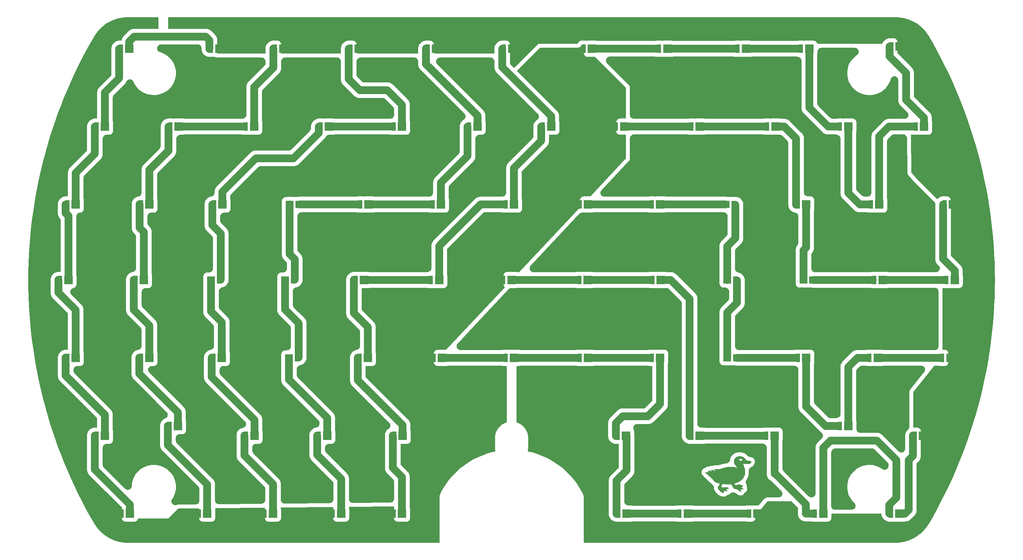
<source format=gbr>
%TF.GenerationSoftware,KiCad,Pcbnew,7.0.6-7.0.6~ubuntu22.04.1*%
%TF.CreationDate,2023-08-02T20:46:46-04:00*%
%TF.ProjectId,AG_HARVEST_LED,41475f48-4152-4564-9553-545f4c45442e,rev?*%
%TF.SameCoordinates,Original*%
%TF.FileFunction,Copper,L1,Top*%
%TF.FilePolarity,Positive*%
%FSLAX46Y46*%
G04 Gerber Fmt 4.6, Leading zero omitted, Abs format (unit mm)*
G04 Created by KiCad (PCBNEW 7.0.6-7.0.6~ubuntu22.04.1) date 2023-08-02 20:46:46*
%MOMM*%
%LPD*%
G01*
G04 APERTURE LIST*
G04 Aperture macros list*
%AMRoundRect*
0 Rectangle with rounded corners*
0 $1 Rounding radius*
0 $2 $3 $4 $5 $6 $7 $8 $9 X,Y pos of 4 corners*
0 Add a 4 corners polygon primitive as box body*
4,1,4,$2,$3,$4,$5,$6,$7,$8,$9,$2,$3,0*
0 Add four circle primitives for the rounded corners*
1,1,$1+$1,$2,$3*
1,1,$1+$1,$4,$5*
1,1,$1+$1,$6,$7*
1,1,$1+$1,$8,$9*
0 Add four rect primitives between the rounded corners*
20,1,$1+$1,$2,$3,$4,$5,0*
20,1,$1+$1,$4,$5,$6,$7,0*
20,1,$1+$1,$6,$7,$8,$9,0*
20,1,$1+$1,$8,$9,$2,$3,0*%
G04 Aperture macros list end*
%TA.AperFunction,EtchedComponent*%
%ADD10C,0.010000*%
%TD*%
%TA.AperFunction,SMDPad,CuDef*%
%ADD11R,2.180000X2.200000*%
%TD*%
%TA.AperFunction,SMDPad,CuDef*%
%ADD12R,1.110000X2.200000*%
%TD*%
%TA.AperFunction,SMDPad,CuDef*%
%ADD13RoundRect,0.100000X0.385000X0.850000X-0.385000X0.850000X-0.385000X-0.850000X0.385000X-0.850000X0*%
%TD*%
%TA.AperFunction,SMDPad,CuDef*%
%ADD14RoundRect,0.100000X0.915000X0.850000X-0.915000X0.850000X-0.915000X-0.850000X0.915000X-0.850000X0*%
%TD*%
%TA.AperFunction,SMDPad,CuDef*%
%ADD15C,3.810000*%
%TD*%
%TA.AperFunction,Conductor*%
%ADD16C,2.032000*%
%TD*%
G04 APERTURE END LIST*
%TO.C,QAK1*%
D10*
X207105269Y-148534728D02*
X207144283Y-148593586D01*
X207189297Y-148637597D01*
X207253257Y-148671386D01*
X207349109Y-148699580D01*
X207489800Y-148726802D01*
X207688275Y-148757680D01*
X207957481Y-148796838D01*
X208428167Y-148865166D01*
X208440779Y-149036794D01*
X208438240Y-149146157D01*
X208380400Y-149300171D01*
X208251155Y-149417120D01*
X208045985Y-149502331D01*
X207938787Y-149527579D01*
X207802037Y-149545830D01*
X207626748Y-149556093D01*
X207397599Y-149559240D01*
X207099274Y-149556140D01*
X206913791Y-149553625D01*
X206698327Y-149552791D01*
X206524577Y-149554541D01*
X206406850Y-149558702D01*
X206359454Y-149565101D01*
X206360123Y-149585926D01*
X206386308Y-149670675D01*
X206437582Y-149803482D01*
X206507463Y-149966751D01*
X206532995Y-150025804D01*
X206626005Y-150265252D01*
X206715378Y-150526927D01*
X206784797Y-150763924D01*
X206797914Y-150815211D01*
X206839461Y-150992943D01*
X206865377Y-151147013D01*
X206878144Y-151304455D01*
X206880241Y-151492303D01*
X206874150Y-151737590D01*
X206866571Y-151926411D01*
X206851851Y-152136551D01*
X206829143Y-152303486D01*
X206794849Y-152451447D01*
X206745370Y-152604664D01*
X206643052Y-152858411D01*
X206438978Y-153229059D01*
X206181445Y-153556804D01*
X205864582Y-153846705D01*
X205482518Y-154103821D01*
X205029381Y-154333211D01*
X204499301Y-154539933D01*
X204340768Y-154595020D01*
X204201138Y-154646682D01*
X204119191Y-154685437D01*
X204082417Y-154719522D01*
X204078306Y-154757178D01*
X204094349Y-154806644D01*
X204097546Y-154814686D01*
X204160450Y-154925332D01*
X204247780Y-155035250D01*
X204273027Y-155059845D01*
X204381613Y-155126999D01*
X204518253Y-155149505D01*
X204697941Y-155127966D01*
X204935667Y-155062987D01*
X205003058Y-155042758D01*
X205354057Y-154979625D01*
X205679317Y-154994254D01*
X205975037Y-155086088D01*
X206237417Y-155254567D01*
X206329539Y-155343682D01*
X206367989Y-155422379D01*
X206328198Y-155476271D01*
X206209571Y-155510840D01*
X206177035Y-155516842D01*
X206024968Y-155564001D01*
X205939286Y-155628167D01*
X205929069Y-155703116D01*
X205929354Y-155703818D01*
X205977058Y-155756970D01*
X206076503Y-155835409D01*
X206206539Y-155922420D01*
X206214106Y-155927131D01*
X206338106Y-156010460D01*
X206426171Y-156080852D01*
X206459667Y-156123504D01*
X206459594Y-156124599D01*
X206416168Y-156147451D01*
X206300976Y-156162344D01*
X206126184Y-156167666D01*
X206065093Y-156167987D01*
X205880565Y-156177746D01*
X205767406Y-156208373D01*
X205715416Y-156269609D01*
X205714393Y-156371192D01*
X205754137Y-156522862D01*
X205781465Y-156610121D01*
X205812699Y-156720899D01*
X205817531Y-156778121D01*
X205795441Y-156799479D01*
X205745908Y-156802666D01*
X205741794Y-156802572D01*
X205640324Y-156770480D01*
X205499362Y-156688660D01*
X205336293Y-156568579D01*
X205168500Y-156421707D01*
X204935631Y-156234916D01*
X204697628Y-156120396D01*
X204455858Y-156083000D01*
X204339626Y-156077685D01*
X204152322Y-156036101D01*
X203994115Y-155945794D01*
X203855375Y-155797912D01*
X203726471Y-155583598D01*
X203597775Y-155293999D01*
X203560945Y-155205092D01*
X203488126Y-155046407D01*
X203423216Y-154925307D01*
X203376928Y-154862710D01*
X203363347Y-154853934D01*
X203306935Y-154836077D01*
X203211780Y-154825733D01*
X203066456Y-154822518D01*
X202859533Y-154826048D01*
X202579583Y-154835940D01*
X202309584Y-154844633D01*
X201982579Y-154846434D01*
X201713794Y-154835327D01*
X201488169Y-154810965D01*
X201123005Y-154756638D01*
X200982675Y-154892651D01*
X200946282Y-154930698D01*
X200844191Y-155062502D01*
X200752155Y-155212087D01*
X200685612Y-155352467D01*
X200660000Y-155456659D01*
X200683348Y-155520025D01*
X200749311Y-155600188D01*
X200763692Y-155612403D01*
X200807202Y-155638788D01*
X200868971Y-155657428D01*
X200962278Y-155669639D01*
X201100403Y-155676734D01*
X201296626Y-155680027D01*
X201564228Y-155680833D01*
X201777922Y-155681160D01*
X201988458Y-155683437D01*
X202140948Y-155689381D01*
X202250356Y-155700694D01*
X202331648Y-155719079D01*
X202399791Y-155746239D01*
X202469750Y-155783878D01*
X202529692Y-155821067D01*
X202615824Y-155888347D01*
X202649667Y-155936706D01*
X202633141Y-155958023D01*
X202549071Y-155988707D01*
X202409754Y-156011249D01*
X202403089Y-156011952D01*
X202206929Y-156051829D01*
X202085615Y-156120237D01*
X202068793Y-156137199D01*
X202033325Y-156182617D01*
X202028729Y-156232044D01*
X202057824Y-156309138D01*
X202123427Y-156437554D01*
X202177195Y-156549684D01*
X202214122Y-156649494D01*
X202217654Y-156698457D01*
X202180048Y-156701465D01*
X202082872Y-156680366D01*
X201952500Y-156637467D01*
X201793490Y-156583516D01*
X201644029Y-156553983D01*
X201528942Y-156565698D01*
X201426721Y-156617858D01*
X201399625Y-156637982D01*
X201355459Y-156690409D01*
X201343325Y-156766495D01*
X201355640Y-156895894D01*
X201383344Y-157104739D01*
X201180422Y-157077104D01*
X200987747Y-157033727D01*
X200758859Y-156942624D01*
X200558793Y-156822352D01*
X200415469Y-156687145D01*
X200341400Y-156594219D01*
X200224939Y-156454593D01*
X200104016Y-156314802D01*
X199945317Y-156106811D01*
X199851916Y-155900756D01*
X199837020Y-155700871D01*
X199899930Y-155495799D01*
X200039948Y-155274186D01*
X200116530Y-155167915D01*
X200216811Y-155009006D01*
X200293924Y-154863406D01*
X200338609Y-154749219D01*
X200341603Y-154684548D01*
X200307551Y-154660071D01*
X200221896Y-154643666D01*
X200154470Y-154638730D01*
X199982073Y-154605324D01*
X199772923Y-154546868D01*
X199552886Y-154471006D01*
X199347831Y-154385383D01*
X199326436Y-154375253D01*
X199221009Y-154318911D01*
X199115083Y-154248466D01*
X198997281Y-154154288D01*
X198856224Y-154026750D01*
X198680533Y-153856221D01*
X198458831Y-153633074D01*
X198281328Y-153454973D01*
X198027368Y-153206106D01*
X197765187Y-152954721D01*
X197517009Y-152722076D01*
X197305057Y-152529429D01*
X197106937Y-152350380D01*
X196892423Y-152144996D01*
X196740962Y-151982355D01*
X196649319Y-151858522D01*
X196614255Y-151769559D01*
X196632536Y-151711530D01*
X196655170Y-151696748D01*
X196726641Y-151701146D01*
X196844751Y-151756963D01*
X196885846Y-151778659D01*
X197007415Y-151829392D01*
X197099181Y-151849666D01*
X197143267Y-151844157D01*
X197179666Y-151802966D01*
X197188667Y-151701500D01*
X197188918Y-151682167D01*
X197198652Y-151590583D01*
X197218141Y-151553333D01*
X197233414Y-151558023D01*
X197304988Y-151597213D01*
X197406156Y-151663201D01*
X197454337Y-151693865D01*
X197552000Y-151739117D01*
X197612623Y-151743448D01*
X197628980Y-151711009D01*
X197575117Y-151653985D01*
X197556297Y-151639877D01*
X197469510Y-151555199D01*
X197392043Y-151454350D01*
X197341110Y-151362305D01*
X197333924Y-151304040D01*
X197377519Y-151301830D01*
X197484828Y-151324590D01*
X197638981Y-151368714D01*
X197823435Y-151429944D01*
X198001210Y-151490951D01*
X198150896Y-151539133D01*
X198252128Y-151568026D01*
X198289333Y-151572852D01*
X198283166Y-151556081D01*
X198243732Y-151483420D01*
X198179898Y-151378294D01*
X198146549Y-151322319D01*
X198102503Y-151213447D01*
X198122423Y-151159162D01*
X198207349Y-151158486D01*
X198358320Y-151210443D01*
X198422391Y-151236695D01*
X198724733Y-151337054D01*
X198996291Y-151388213D01*
X199220667Y-151386816D01*
X199411167Y-151358734D01*
X199146583Y-151259861D01*
X198982971Y-151188069D01*
X198897967Y-151123882D01*
X198895893Y-151069417D01*
X198977250Y-151025371D01*
X198994829Y-151021316D01*
X199095486Y-151008790D01*
X199256366Y-150995977D01*
X199459353Y-150984173D01*
X199686333Y-150974674D01*
X199925346Y-150965324D01*
X200119136Y-150952649D01*
X200277103Y-150932961D01*
X200424340Y-150902041D01*
X200585941Y-150855670D01*
X200787000Y-150789630D01*
X200993159Y-150723020D01*
X201730785Y-150532330D01*
X202459833Y-150417723D01*
X203174084Y-150379622D01*
X203867318Y-150418452D01*
X204533316Y-150534634D01*
X204586124Y-150546984D01*
X204734788Y-150578936D01*
X204842029Y-150597722D01*
X204887502Y-150599609D01*
X204884482Y-150569663D01*
X204842092Y-150486058D01*
X204767354Y-150368293D01*
X204672335Y-150234065D01*
X204569104Y-150101068D01*
X204469727Y-149987000D01*
X204374960Y-149872423D01*
X204255212Y-149696682D01*
X204157458Y-149521333D01*
X204146983Y-149499357D01*
X204083080Y-149351787D01*
X204046399Y-149223478D01*
X204029788Y-149079852D01*
X204026094Y-148886333D01*
X204030346Y-148694981D01*
X204046561Y-148554225D01*
X204051404Y-148537701D01*
X205345117Y-148537701D01*
X205399357Y-148663370D01*
X205513827Y-148754665D01*
X205521232Y-148757931D01*
X205691043Y-148795813D01*
X205881656Y-148787740D01*
X206046379Y-148735401D01*
X206130881Y-148666802D01*
X206194532Y-148533826D01*
X206185323Y-148380924D01*
X206127845Y-148294123D01*
X206004975Y-148218008D01*
X205845257Y-148175379D01*
X205672876Y-148172213D01*
X205512020Y-148214491D01*
X205417659Y-148282146D01*
X205351191Y-148402383D01*
X205345117Y-148537701D01*
X204051404Y-148537701D01*
X204080731Y-148437642D01*
X204138853Y-148314833D01*
X204249741Y-148133218D01*
X204458765Y-147900451D01*
X204713333Y-147733562D01*
X205019828Y-147628796D01*
X205384634Y-147582401D01*
X205481862Y-147579715D01*
X205884307Y-147612994D01*
X206244762Y-147719790D01*
X206563208Y-147900093D01*
X206839622Y-148153892D01*
X207073986Y-148481177D01*
X207104743Y-148533826D01*
X207105269Y-148534728D01*
%TA.AperFunction,EtchedComponent*%
G36*
X207105269Y-148534728D02*
G01*
X207144283Y-148593586D01*
X207189297Y-148637597D01*
X207253257Y-148671386D01*
X207349109Y-148699580D01*
X207489800Y-148726802D01*
X207688275Y-148757680D01*
X207957481Y-148796838D01*
X208428167Y-148865166D01*
X208440779Y-149036794D01*
X208438240Y-149146157D01*
X208380400Y-149300171D01*
X208251155Y-149417120D01*
X208045985Y-149502331D01*
X207938787Y-149527579D01*
X207802037Y-149545830D01*
X207626748Y-149556093D01*
X207397599Y-149559240D01*
X207099274Y-149556140D01*
X206913791Y-149553625D01*
X206698327Y-149552791D01*
X206524577Y-149554541D01*
X206406850Y-149558702D01*
X206359454Y-149565101D01*
X206360123Y-149585926D01*
X206386308Y-149670675D01*
X206437582Y-149803482D01*
X206507463Y-149966751D01*
X206532995Y-150025804D01*
X206626005Y-150265252D01*
X206715378Y-150526927D01*
X206784797Y-150763924D01*
X206797914Y-150815211D01*
X206839461Y-150992943D01*
X206865377Y-151147013D01*
X206878144Y-151304455D01*
X206880241Y-151492303D01*
X206874150Y-151737590D01*
X206866571Y-151926411D01*
X206851851Y-152136551D01*
X206829143Y-152303486D01*
X206794849Y-152451447D01*
X206745370Y-152604664D01*
X206643052Y-152858411D01*
X206438978Y-153229059D01*
X206181445Y-153556804D01*
X205864582Y-153846705D01*
X205482518Y-154103821D01*
X205029381Y-154333211D01*
X204499301Y-154539933D01*
X204340768Y-154595020D01*
X204201138Y-154646682D01*
X204119191Y-154685437D01*
X204082417Y-154719522D01*
X204078306Y-154757178D01*
X204094349Y-154806644D01*
X204097546Y-154814686D01*
X204160450Y-154925332D01*
X204247780Y-155035250D01*
X204273027Y-155059845D01*
X204381613Y-155126999D01*
X204518253Y-155149505D01*
X204697941Y-155127966D01*
X204935667Y-155062987D01*
X205003058Y-155042758D01*
X205354057Y-154979625D01*
X205679317Y-154994254D01*
X205975037Y-155086088D01*
X206237417Y-155254567D01*
X206329539Y-155343682D01*
X206367989Y-155422379D01*
X206328198Y-155476271D01*
X206209571Y-155510840D01*
X206177035Y-155516842D01*
X206024968Y-155564001D01*
X205939286Y-155628167D01*
X205929069Y-155703116D01*
X205929354Y-155703818D01*
X205977058Y-155756970D01*
X206076503Y-155835409D01*
X206206539Y-155922420D01*
X206214106Y-155927131D01*
X206338106Y-156010460D01*
X206426171Y-156080852D01*
X206459667Y-156123504D01*
X206459594Y-156124599D01*
X206416168Y-156147451D01*
X206300976Y-156162344D01*
X206126184Y-156167666D01*
X206065093Y-156167987D01*
X205880565Y-156177746D01*
X205767406Y-156208373D01*
X205715416Y-156269609D01*
X205714393Y-156371192D01*
X205754137Y-156522862D01*
X205781465Y-156610121D01*
X205812699Y-156720899D01*
X205817531Y-156778121D01*
X205795441Y-156799479D01*
X205745908Y-156802666D01*
X205741794Y-156802572D01*
X205640324Y-156770480D01*
X205499362Y-156688660D01*
X205336293Y-156568579D01*
X205168500Y-156421707D01*
X204935631Y-156234916D01*
X204697628Y-156120396D01*
X204455858Y-156083000D01*
X204339626Y-156077685D01*
X204152322Y-156036101D01*
X203994115Y-155945794D01*
X203855375Y-155797912D01*
X203726471Y-155583598D01*
X203597775Y-155293999D01*
X203560945Y-155205092D01*
X203488126Y-155046407D01*
X203423216Y-154925307D01*
X203376928Y-154862710D01*
X203363347Y-154853934D01*
X203306935Y-154836077D01*
X203211780Y-154825733D01*
X203066456Y-154822518D01*
X202859533Y-154826048D01*
X202579583Y-154835940D01*
X202309584Y-154844633D01*
X201982579Y-154846434D01*
X201713794Y-154835327D01*
X201488169Y-154810965D01*
X201123005Y-154756638D01*
X200982675Y-154892651D01*
X200946282Y-154930698D01*
X200844191Y-155062502D01*
X200752155Y-155212087D01*
X200685612Y-155352467D01*
X200660000Y-155456659D01*
X200683348Y-155520025D01*
X200749311Y-155600188D01*
X200763692Y-155612403D01*
X200807202Y-155638788D01*
X200868971Y-155657428D01*
X200962278Y-155669639D01*
X201100403Y-155676734D01*
X201296626Y-155680027D01*
X201564228Y-155680833D01*
X201777922Y-155681160D01*
X201988458Y-155683437D01*
X202140948Y-155689381D01*
X202250356Y-155700694D01*
X202331648Y-155719079D01*
X202399791Y-155746239D01*
X202469750Y-155783878D01*
X202529692Y-155821067D01*
X202615824Y-155888347D01*
X202649667Y-155936706D01*
X202633141Y-155958023D01*
X202549071Y-155988707D01*
X202409754Y-156011249D01*
X202403089Y-156011952D01*
X202206929Y-156051829D01*
X202085615Y-156120237D01*
X202068793Y-156137199D01*
X202033325Y-156182617D01*
X202028729Y-156232044D01*
X202057824Y-156309138D01*
X202123427Y-156437554D01*
X202177195Y-156549684D01*
X202214122Y-156649494D01*
X202217654Y-156698457D01*
X202180048Y-156701465D01*
X202082872Y-156680366D01*
X201952500Y-156637467D01*
X201793490Y-156583516D01*
X201644029Y-156553983D01*
X201528942Y-156565698D01*
X201426721Y-156617858D01*
X201399625Y-156637982D01*
X201355459Y-156690409D01*
X201343325Y-156766495D01*
X201355640Y-156895894D01*
X201383344Y-157104739D01*
X201180422Y-157077104D01*
X200987747Y-157033727D01*
X200758859Y-156942624D01*
X200558793Y-156822352D01*
X200415469Y-156687145D01*
X200341400Y-156594219D01*
X200224939Y-156454593D01*
X200104016Y-156314802D01*
X199945317Y-156106811D01*
X199851916Y-155900756D01*
X199837020Y-155700871D01*
X199899930Y-155495799D01*
X200039948Y-155274186D01*
X200116530Y-155167915D01*
X200216811Y-155009006D01*
X200293924Y-154863406D01*
X200338609Y-154749219D01*
X200341603Y-154684548D01*
X200307551Y-154660071D01*
X200221896Y-154643666D01*
X200154470Y-154638730D01*
X199982073Y-154605324D01*
X199772923Y-154546868D01*
X199552886Y-154471006D01*
X199347831Y-154385383D01*
X199326436Y-154375253D01*
X199221009Y-154318911D01*
X199115083Y-154248466D01*
X198997281Y-154154288D01*
X198856224Y-154026750D01*
X198680533Y-153856221D01*
X198458831Y-153633074D01*
X198281328Y-153454973D01*
X198027368Y-153206106D01*
X197765187Y-152954721D01*
X197517009Y-152722076D01*
X197305057Y-152529429D01*
X197106937Y-152350380D01*
X196892423Y-152144996D01*
X196740962Y-151982355D01*
X196649319Y-151858522D01*
X196614255Y-151769559D01*
X196632536Y-151711530D01*
X196655170Y-151696748D01*
X196726641Y-151701146D01*
X196844751Y-151756963D01*
X196885846Y-151778659D01*
X197007415Y-151829392D01*
X197099181Y-151849666D01*
X197143267Y-151844157D01*
X197179666Y-151802966D01*
X197188667Y-151701500D01*
X197188918Y-151682167D01*
X197198652Y-151590583D01*
X197218141Y-151553333D01*
X197233414Y-151558023D01*
X197304988Y-151597213D01*
X197406156Y-151663201D01*
X197454337Y-151693865D01*
X197552000Y-151739117D01*
X197612623Y-151743448D01*
X197628980Y-151711009D01*
X197575117Y-151653985D01*
X197556297Y-151639877D01*
X197469510Y-151555199D01*
X197392043Y-151454350D01*
X197341110Y-151362305D01*
X197333924Y-151304040D01*
X197377519Y-151301830D01*
X197484828Y-151324590D01*
X197638981Y-151368714D01*
X197823435Y-151429944D01*
X198001210Y-151490951D01*
X198150896Y-151539133D01*
X198252128Y-151568026D01*
X198289333Y-151572852D01*
X198283166Y-151556081D01*
X198243732Y-151483420D01*
X198179898Y-151378294D01*
X198146549Y-151322319D01*
X198102503Y-151213447D01*
X198122423Y-151159162D01*
X198207349Y-151158486D01*
X198358320Y-151210443D01*
X198422391Y-151236695D01*
X198724733Y-151337054D01*
X198996291Y-151388213D01*
X199220667Y-151386816D01*
X199411167Y-151358734D01*
X199146583Y-151259861D01*
X198982971Y-151188069D01*
X198897967Y-151123882D01*
X198895893Y-151069417D01*
X198977250Y-151025371D01*
X198994829Y-151021316D01*
X199095486Y-151008790D01*
X199256366Y-150995977D01*
X199459353Y-150984173D01*
X199686333Y-150974674D01*
X199925346Y-150965324D01*
X200119136Y-150952649D01*
X200277103Y-150932961D01*
X200424340Y-150902041D01*
X200585941Y-150855670D01*
X200787000Y-150789630D01*
X200993159Y-150723020D01*
X201730785Y-150532330D01*
X202459833Y-150417723D01*
X203174084Y-150379622D01*
X203867318Y-150418452D01*
X204533316Y-150534634D01*
X204586124Y-150546984D01*
X204734788Y-150578936D01*
X204842029Y-150597722D01*
X204887502Y-150599609D01*
X204884482Y-150569663D01*
X204842092Y-150486058D01*
X204767354Y-150368293D01*
X204672335Y-150234065D01*
X204569104Y-150101068D01*
X204469727Y-149987000D01*
X204374960Y-149872423D01*
X204255212Y-149696682D01*
X204157458Y-149521333D01*
X204146983Y-149499357D01*
X204083080Y-149351787D01*
X204046399Y-149223478D01*
X204029788Y-149079852D01*
X204026094Y-148886333D01*
X204030346Y-148694981D01*
X204046561Y-148554225D01*
X204051404Y-148537701D01*
X205345117Y-148537701D01*
X205399357Y-148663370D01*
X205513827Y-148754665D01*
X205521232Y-148757931D01*
X205691043Y-148795813D01*
X205881656Y-148787740D01*
X206046379Y-148735401D01*
X206130881Y-148666802D01*
X206194532Y-148533826D01*
X206185323Y-148380924D01*
X206127845Y-148294123D01*
X206004975Y-148218008D01*
X205845257Y-148175379D01*
X205672876Y-148172213D01*
X205512020Y-148214491D01*
X205417659Y-148282146D01*
X205351191Y-148402383D01*
X205345117Y-148537701D01*
X204051404Y-148537701D01*
X204080731Y-148437642D01*
X204138853Y-148314833D01*
X204249741Y-148133218D01*
X204458765Y-147900451D01*
X204713333Y-147733562D01*
X205019828Y-147628796D01*
X205384634Y-147582401D01*
X205481862Y-147579715D01*
X205884307Y-147612994D01*
X206244762Y-147719790D01*
X206563208Y-147900093D01*
X206839622Y-148153892D01*
X207073986Y-148481177D01*
X207104743Y-148533826D01*
X207105269Y-148534728D01*
G37*
%TD.AperFunction*%
%TD*%
D11*
%TO.P,K36,1,K*%
%TO.N,Net-(B2-A)*%
X222885000Y-81915000D03*
D12*
%TO.P,K36,2,A*%
%TO.N,Net-(K17-K)*%
X220740000Y-81915000D03*
%TD*%
D11*
%TO.P,W29,1,K*%
%TO.N,Net-(W29-K)*%
X261620000Y-101600000D03*
D12*
%TO.P,W29,2,A*%
%TO.N,Net-(K14-K)*%
X259475000Y-101600000D03*
%TD*%
D11*
%TO.P,K9,1,K*%
%TO.N,Net-(K9-K)*%
X175895000Y-142240000D03*
D12*
%TO.P,K9,2,A*%
%TO.N,Net-(K9-A)*%
X173750000Y-142240000D03*
%TD*%
D11*
%TO.P,W15,1,K*%
%TO.N,Net-(W14-A)*%
X32385000Y-121920000D03*
D12*
%TO.P,W15,2,A*%
%TO.N,Net-(W15-A)*%
X30240000Y-121920000D03*
%TD*%
D11*
%TO.P,K26,1,K*%
%TO.N,Net-(B1-A)*%
X70485000Y-121920000D03*
D12*
%TO.P,K26,2,A*%
%TO.N,Net-(K26-A)*%
X68340000Y-121920000D03*
%TD*%
D11*
%TO.P,K24,1,K*%
%TO.N,Net-(K24-K)*%
X78910000Y-61595000D03*
D12*
%TO.P,K24,2,A*%
%TO.N,Net-(K1-K)*%
X76765000Y-61595000D03*
%TD*%
D11*
%TO.P,K35,1,K*%
%TO.N,Net-(K35-K)*%
X165975000Y-121920000D03*
D12*
%TO.P,K35,2,A*%
%TO.N,Net-(K32-K)*%
X163830000Y-121920000D03*
%TD*%
D11*
%TO.P,K37,1,K*%
%TO.N,Net-(K12-A)*%
X222885000Y-121920000D03*
D12*
%TO.P,K37,2,A*%
%TO.N,Net-(K37-A)*%
X220740000Y-121920000D03*
%TD*%
D11*
%TO.P,W24,1,K*%
%TO.N,Net-(J1-Pin_2)*%
X210185000Y-162560000D03*
D12*
%TO.P,W24,2,A*%
%TO.N,Net-(W23-K)*%
X208040000Y-162560000D03*
%TD*%
D11*
%TO.P,K32,1,K*%
%TO.N,Net-(K32-K)*%
X146685000Y-121920000D03*
D12*
%TO.P,K32,2,A*%
%TO.N,Net-(K29-K)*%
X144540000Y-121920000D03*
%TD*%
D11*
%TO.P,K18,1,K*%
%TO.N,Net-(K17-A)*%
X195115000Y-61595000D03*
D12*
%TO.P,K18,2,A*%
%TO.N,Net-(K18-A)*%
X192970000Y-61595000D03*
%TD*%
D11*
%TO.P,W30,1,K*%
%TO.N,Net-(J1-Pin_2)*%
X261155000Y-81915000D03*
D12*
%TO.P,W30,2,A*%
%TO.N,Net-(W29-K)*%
X259010000Y-81915000D03*
%TD*%
D11*
%TO.P,W26,1,K*%
%TO.N,Net-(W26-K)*%
X247185000Y-162560000D03*
D12*
%TO.P,W26,2,A*%
%TO.N,Net-(W25-K)*%
X245040000Y-162560000D03*
%TD*%
D11*
%TO.P,W18,1,K*%
%TO.N,Net-(K5-A)*%
X66675000Y-162560000D03*
D12*
%TO.P,W18,2,A*%
%TO.N,Net-(J1-Pin_1)*%
X64530000Y-162560000D03*
%TD*%
D11*
%TO.P,K4,1,K*%
%TO.N,Net-(K3-A)*%
X51605000Y-121920000D03*
D12*
%TO.P,K4,2,A*%
%TO.N,Net-(K4-A)*%
X49460000Y-121920000D03*
%TD*%
D11*
%TO.P,K8,1,K*%
%TO.N,Net-(K8-K)*%
X117645000Y-142240000D03*
D12*
%TO.P,K8,2,A*%
%TO.N,Net-(K8-A)*%
X115500000Y-142240000D03*
%TD*%
D11*
%TO.P,W13,1,K*%
%TO.N,Net-(W12-A)*%
X32385000Y-81915000D03*
D12*
%TO.P,W13,2,A*%
%TO.N,Net-(W13-A)*%
X30240000Y-81915000D03*
%TD*%
D11*
%TO.P,K28,1,K*%
%TO.N,Net-(K28-K)*%
X127170000Y-101600000D03*
D12*
%TO.P,K28,2,A*%
%TO.N,Net-(K28-A)*%
X125025000Y-101600000D03*
%TD*%
D11*
%TO.P,K16,1,K*%
%TO.N,Net-(K15-A)*%
X233850000Y-61595000D03*
D12*
%TO.P,K16,2,A*%
%TO.N,Net-(K16-A)*%
X231705000Y-61595000D03*
%TD*%
D11*
%TO.P,K27,1,K*%
%TO.N,Net-(K21-A)*%
X127635000Y-81915000D03*
D12*
%TO.P,K27,2,A*%
%TO.N,Net-(K27-A)*%
X125490000Y-81915000D03*
%TD*%
D11*
%TO.P,K23,1,K*%
%TO.N,Net-(K22-A)*%
X98425000Y-61595000D03*
D12*
%TO.P,K23,2,A*%
%TO.N,Net-(K23-A)*%
X96280000Y-61595000D03*
%TD*%
D11*
%TO.P,K19,1,K*%
%TO.N,Net-(K18-A)*%
X175430000Y-61595000D03*
D12*
%TO.P,K19,2,A*%
%TO.N,Net-(J1-Pin_1)*%
X173285000Y-61595000D03*
%TD*%
D11*
%TO.P,W20,1,K*%
%TO.N,Net-(K7-A)*%
X101600000Y-162560000D03*
D12*
%TO.P,W20,2,A*%
%TO.N,Net-(J1-Pin_1)*%
X99455000Y-162560000D03*
%TD*%
D11*
%TO.P,W36,1,K*%
%TO.N,Net-(K10-A)*%
X184955000Y-101600000D03*
D12*
%TO.P,W36,2,A*%
%TO.N,Net-(K34-K)*%
X182810000Y-101600000D03*
%TD*%
D13*
%TO.P,R2,1,K*%
%TO.N,Net-(R1-A)*%
X88965000Y-101600000D03*
D14*
%TO.P,R2,2,A*%
%TO.N,Net-(R2-A)*%
X86965000Y-101600000D03*
%TD*%
D11*
%TO.P,W28,1,K*%
%TO.N,Net-(J1-Pin_2)*%
X260520000Y-121920000D03*
D12*
%TO.P,W28,2,A*%
%TO.N,Net-(K13-K)*%
X258375000Y-121920000D03*
%TD*%
D11*
%TO.P,W10,1,K*%
%TO.N,Net-(K16-A)*%
X223690000Y-41275000D03*
D12*
%TO.P,W10,2,A*%
%TO.N,Net-(W10-A)*%
X221545000Y-41275000D03*
%TD*%
D11*
%TO.P,W33,1,K*%
%TO.N,Net-(K28-A)*%
X107555000Y-101600000D03*
D12*
%TO.P,W33,2,A*%
%TO.N,Net-(W33-A)*%
X105410000Y-101600000D03*
%TD*%
D11*
%TO.P,W9,1,K*%
%TO.N,Net-(W10-A)*%
X207180000Y-41275000D03*
D12*
%TO.P,W9,2,A*%
%TO.N,Net-(W8-K)*%
X205035000Y-41275000D03*
%TD*%
D11*
%TO.P,K10,1,K*%
%TO.N,Net-(K10-K)*%
X195115000Y-142240000D03*
D12*
%TO.P,K10,2,A*%
%TO.N,Net-(K10-A)*%
X192970000Y-142240000D03*
%TD*%
D13*
%TO.P,R5,1,K*%
%TO.N,Net-(R5-K)*%
X204295000Y-101600000D03*
D14*
%TO.P,R5,2,A*%
%TO.N,Net-(R4-K)*%
X202295000Y-101600000D03*
%TD*%
D11*
%TO.P,W3,1,K*%
%TO.N,Net-(J1-Pin_2)*%
X86530000Y-41275000D03*
D12*
%TO.P,W3,2,A*%
%TO.N,Net-(K24-K)*%
X84385000Y-41275000D03*
%TD*%
D11*
%TO.P,K7,1,K*%
%TO.N,Net-(K7-K)*%
X97960000Y-142240000D03*
D12*
%TO.P,K7,2,A*%
%TO.N,Net-(K7-A)*%
X95815000Y-142240000D03*
%TD*%
D11*
%TO.P,K29,1,K*%
%TO.N,Net-(K29-K)*%
X127875000Y-121920000D03*
D12*
%TO.P,K29,2,A*%
%TO.N,Net-(J1-Pin_1)*%
X125730000Y-121920000D03*
%TD*%
D11*
%TO.P,W27,1,K*%
%TO.N,Net-(J1-Pin_2)*%
X253365000Y-142240000D03*
D12*
%TO.P,W27,2,A*%
%TO.N,Net-(W26-K)*%
X251220000Y-142240000D03*
%TD*%
D11*
%TO.P,K20,1,K*%
%TO.N,Net-(K20-K)*%
X156380000Y-61595000D03*
D12*
%TO.P,K20,2,A*%
%TO.N,Net-(K20-A)*%
X154235000Y-61595000D03*
%TD*%
D11*
%TO.P,W31,1,K*%
%TO.N,Net-(W11-A)*%
X253605000Y-61595000D03*
D12*
%TO.P,W31,2,A*%
%TO.N,Net-(K15-K)*%
X251460000Y-61595000D03*
%TD*%
D11*
%TO.P,W32,1,K*%
%TO.N,Net-(K27-A)*%
X108755000Y-81915000D03*
D12*
%TO.P,W32,2,A*%
%TO.N,Net-(R1-K)*%
X106610000Y-81915000D03*
%TD*%
D13*
%TO.P,R4,1,K*%
%TO.N,Net-(R4-K)*%
X203900000Y-81915000D03*
D14*
%TO.P,R4,2,A*%
%TO.N,Net-(R4-A)*%
X201900000Y-81915000D03*
%TD*%
D11*
%TO.P,W21,1,K*%
%TO.N,Net-(K8-A)*%
X117475000Y-162560000D03*
D12*
%TO.P,W21,2,A*%
%TO.N,Net-(J1-Pin_1)*%
X115330000Y-162560000D03*
%TD*%
D11*
%TO.P,W5,1,K*%
%TO.N,Net-(J1-Pin_2)*%
X126365000Y-41275000D03*
D12*
%TO.P,W5,2,A*%
%TO.N,Net-(K21-K)*%
X124220000Y-41275000D03*
%TD*%
D11*
%TO.P,K5,1,K*%
%TO.N,Net-(K4-A)*%
X59055000Y-139700000D03*
D12*
%TO.P,K5,2,A*%
%TO.N,Net-(K5-A)*%
X56910000Y-139700000D03*
%TD*%
D11*
%TO.P,W11,1,K*%
%TO.N,Net-(J1-Pin_2)*%
X247255000Y-40640000D03*
D12*
%TO.P,W11,2,A*%
%TO.N,Net-(W11-A)*%
X245110000Y-40640000D03*
%TD*%
D11*
%TO.P,W25,1,K*%
%TO.N,Net-(W25-K)*%
X227330000Y-162560000D03*
D12*
%TO.P,W25,2,A*%
%TO.N,Net-(K11-K)*%
X225185000Y-162560000D03*
%TD*%
D11*
%TO.P,K15,1,K*%
%TO.N,Net-(K15-K)*%
X241935000Y-81915000D03*
D12*
%TO.P,K15,2,A*%
%TO.N,Net-(K15-A)*%
X239790000Y-81915000D03*
%TD*%
D11*
%TO.P,W19,1,K*%
%TO.N,Net-(K6-A)*%
X83820000Y-162560000D03*
D12*
%TO.P,W19,2,A*%
%TO.N,Net-(J1-Pin_1)*%
X81675000Y-162560000D03*
%TD*%
D11*
%TO.P,W8,1,K*%
%TO.N,Net-(W8-K)*%
X186690000Y-41275000D03*
D12*
%TO.P,W8,2,A*%
%TO.N,Net-(W7-K)*%
X184545000Y-41275000D03*
%TD*%
D11*
%TO.P,K31,1,K*%
%TO.N,Net-(K31-K)*%
X146050000Y-101600000D03*
D12*
%TO.P,K31,2,A*%
%TO.N,Net-(J1-Pin_1)*%
X143905000Y-101600000D03*
%TD*%
D11*
%TO.P,K17,1,K*%
%TO.N,Net-(K17-K)*%
X214870000Y-61595000D03*
D12*
%TO.P,K17,2,A*%
%TO.N,Net-(K17-A)*%
X212725000Y-61595000D03*
%TD*%
D11*
%TO.P,W35,1,K*%
%TO.N,Net-(R4-A)*%
X184785000Y-81915000D03*
D12*
%TO.P,W35,2,A*%
%TO.N,Net-(K33-K)*%
X182640000Y-81915000D03*
%TD*%
D11*
%TO.P,W4,1,K*%
%TO.N,Net-(J1-Pin_2)*%
X106215000Y-41275000D03*
D12*
%TO.P,W4,2,A*%
%TO.N,Net-(K22-K)*%
X104070000Y-41275000D03*
%TD*%
D11*
%TO.P,K22,1,K*%
%TO.N,Net-(K22-K)*%
X117475000Y-61595000D03*
D12*
%TO.P,K22,2,A*%
%TO.N,Net-(K22-A)*%
X115330000Y-61595000D03*
%TD*%
D11*
%TO.P,W22,1,K*%
%TO.N,Net-(W22-K)*%
X176065000Y-162560000D03*
D12*
%TO.P,W22,2,A*%
%TO.N,Net-(K9-K)*%
X173920000Y-162560000D03*
%TD*%
D11*
%TO.P,W2,1,K*%
%TO.N,Net-(J1-Pin_2)*%
X69850000Y-41275000D03*
D12*
%TO.P,W2,2,A*%
%TO.N,Net-(W1-K)*%
X67705000Y-41275000D03*
%TD*%
D11*
%TO.P,K34,1,K*%
%TO.N,Net-(K34-K)*%
X165905000Y-101600000D03*
D12*
%TO.P,K34,2,A*%
%TO.N,Net-(K31-K)*%
X163760000Y-101600000D03*
%TD*%
D13*
%TO.P,R1,1,K*%
%TO.N,Net-(R1-K)*%
X90165000Y-81915000D03*
D14*
%TO.P,R1,2,A*%
%TO.N,Net-(R1-A)*%
X88165000Y-81915000D03*
%TD*%
D11*
%TO.P,W14,1,K*%
%TO.N,Net-(W13-A)*%
X30480000Y-101600000D03*
D12*
%TO.P,W14,2,A*%
%TO.N,Net-(W14-A)*%
X28335000Y-101600000D03*
%TD*%
D11*
%TO.P,W6,1,K*%
%TO.N,Net-(J1-Pin_2)*%
X146220000Y-41275000D03*
D12*
%TO.P,W6,2,A*%
%TO.N,Net-(K20-K)*%
X144075000Y-41275000D03*
%TD*%
D11*
%TO.P,W37,1,K*%
%TO.N,Net-(K9-A)*%
X184785000Y-121920000D03*
D12*
%TO.P,W37,2,A*%
%TO.N,Net-(K35-K)*%
X182640000Y-121920000D03*
%TD*%
D11*
%TO.P,K3,1,K*%
%TO.N,Net-(K2-A)*%
X50165000Y-101600000D03*
D12*
%TO.P,K3,2,A*%
%TO.N,Net-(K3-A)*%
X48020000Y-101600000D03*
%TD*%
D11*
%TO.P,K2,1,K*%
%TO.N,Net-(K1-A)*%
X51605000Y-81915000D03*
D12*
%TO.P,K2,2,A*%
%TO.N,Net-(K2-A)*%
X49460000Y-81915000D03*
%TD*%
D13*
%TO.P,B1,1,K*%
%TO.N,Net-(B1-K)*%
X69675000Y-101600000D03*
D14*
%TO.P,B1,2,A*%
%TO.N,Net-(B1-A)*%
X67675000Y-101600000D03*
%TD*%
D11*
%TO.P,W23,1,K*%
%TO.N,Net-(W23-K)*%
X192010000Y-162560000D03*
D12*
%TO.P,W23,2,A*%
%TO.N,Net-(W22-K)*%
X189865000Y-162560000D03*
%TD*%
D11*
%TO.P,W17,1,K*%
%TO.N,Net-(W16-A)*%
X46525000Y-162560000D03*
D12*
%TO.P,W17,2,A*%
%TO.N,Net-(J1-Pin_1)*%
X44380000Y-162560000D03*
%TD*%
D15*
%TO.P,J1,1,Pin_1*%
%TO.N,Net-(J1-Pin_1)*%
X133350000Y-145415000D03*
%TO.P,J1,2,Pin_2*%
%TO.N,Net-(J1-Pin_2)*%
X158750000Y-145415000D03*
%TD*%
D11*
%TO.P,K6,1,K*%
%TO.N,Net-(K26-A)*%
X78980000Y-142240000D03*
D12*
%TO.P,K6,2,A*%
%TO.N,Net-(K6-A)*%
X76835000Y-142240000D03*
%TD*%
D11*
%TO.P,K12,1,K*%
%TO.N,Net-(K12-K)*%
X233850000Y-139700000D03*
D12*
%TO.P,K12,2,A*%
%TO.N,Net-(K12-A)*%
X231705000Y-139700000D03*
%TD*%
D11*
%TO.P,W12,1,K*%
%TO.N,Net-(W1-A)*%
X40005000Y-61595000D03*
D12*
%TO.P,W12,2,A*%
%TO.N,Net-(W12-A)*%
X37860000Y-61595000D03*
%TD*%
D11*
%TO.P,K21,1,K*%
%TO.N,Net-(K21-K)*%
X137160000Y-61595000D03*
D12*
%TO.P,K21,2,A*%
%TO.N,Net-(K21-A)*%
X135015000Y-61595000D03*
%TD*%
D11*
%TO.P,K13,1,K*%
%TO.N,Net-(K13-K)*%
X241540000Y-121920000D03*
D12*
%TO.P,K13,2,A*%
%TO.N,Net-(K12-K)*%
X239395000Y-121920000D03*
%TD*%
D11*
%TO.P,W16,1,K*%
%TO.N,Net-(W15-A)*%
X40005000Y-142240000D03*
D12*
%TO.P,W16,2,A*%
%TO.N,Net-(W16-A)*%
X37860000Y-142240000D03*
%TD*%
D13*
%TO.P,R3,1,K*%
%TO.N,Net-(R2-A)*%
X89995000Y-121920000D03*
D14*
%TO.P,R3,2,A*%
%TO.N,Net-(K7-K)*%
X87995000Y-121920000D03*
%TD*%
D11*
%TO.P,W34,1,K*%
%TO.N,Net-(W33-A)*%
X108585000Y-121920000D03*
D12*
%TO.P,W34,2,A*%
%TO.N,Net-(K8-K)*%
X106440000Y-121920000D03*
%TD*%
D11*
%TO.P,K11,1,K*%
%TO.N,Net-(K11-K)*%
X214630000Y-142240000D03*
D12*
%TO.P,K11,2,A*%
%TO.N,Net-(K10-K)*%
X212485000Y-142240000D03*
%TD*%
D11*
%TO.P,W1,1,K*%
%TO.N,Net-(W1-K)*%
X46355000Y-41275000D03*
D12*
%TO.P,W1,2,A*%
%TO.N,Net-(W1-A)*%
X44210000Y-41275000D03*
%TD*%
D13*
%TO.P,B2,1,K*%
%TO.N,Net-(B2-K)*%
X224150000Y-101600000D03*
D14*
%TO.P,B2,2,A*%
%TO.N,Net-(B2-A)*%
X222150000Y-101600000D03*
%TD*%
D11*
%TO.P,K25,1,K*%
%TO.N,Net-(K23-A)*%
X70655000Y-81915000D03*
D12*
%TO.P,K25,2,A*%
%TO.N,Net-(B1-K)*%
X68510000Y-81915000D03*
%TD*%
D11*
%TO.P,W7,1,K*%
%TO.N,Net-(W7-K)*%
X167005000Y-41275000D03*
D12*
%TO.P,W7,2,A*%
%TO.N,Net-(J1-Pin_1)*%
X164860000Y-41275000D03*
%TD*%
D13*
%TO.P,R6,1,K*%
%TO.N,Net-(K37-A)*%
X204295000Y-121920000D03*
D14*
%TO.P,R6,2,A*%
%TO.N,Net-(R5-K)*%
X202295000Y-121920000D03*
%TD*%
D11*
%TO.P,K14,1,K*%
%TO.N,Net-(K14-K)*%
X242810000Y-101600000D03*
D12*
%TO.P,K14,2,A*%
%TO.N,Net-(B2-K)*%
X240665000Y-101600000D03*
%TD*%
D11*
%TO.P,K33,1,K*%
%TO.N,Net-(K33-K)*%
X165975000Y-81915000D03*
D12*
%TO.P,K33,2,A*%
%TO.N,Net-(J1-Pin_1)*%
X163830000Y-81915000D03*
%TD*%
D11*
%TO.P,K30,1,K*%
%TO.N,Net-(K20-A)*%
X146685000Y-81915000D03*
D12*
%TO.P,K30,2,A*%
%TO.N,Net-(K28-K)*%
X144540000Y-81915000D03*
%TD*%
D11*
%TO.P,K1,1,K*%
%TO.N,Net-(K1-K)*%
X59225000Y-61595000D03*
D12*
%TO.P,K1,2,A*%
%TO.N,Net-(K1-A)*%
X57080000Y-61595000D03*
%TD*%
D16*
%TO.N,Net-(B1-K)*%
X68021200Y-87324000D02*
X70205600Y-89508400D01*
X70205600Y-89508400D02*
X70205600Y-101523800D01*
X68021200Y-81840000D02*
X68021200Y-87324000D01*
%TO.N,Net-(B1-A)*%
X70485000Y-112649000D02*
X70485000Y-121920000D01*
X67675000Y-109839000D02*
X70485000Y-112649000D01*
X67665600Y-101676200D02*
X67675000Y-109839000D01*
%TO.N,Net-(B2-K)*%
X238531400Y-101600000D02*
X240182400Y-101600000D01*
X224688400Y-101600000D02*
X238531400Y-101600000D01*
%TO.N,Net-(B2-A)*%
X222885000Y-93117600D02*
X222150000Y-93852600D01*
X222150000Y-93852600D02*
X222148400Y-101523800D01*
X222885000Y-81915000D02*
X222885000Y-93117600D01*
%TO.N,Net-(K1-K)*%
X59225000Y-61595000D02*
X76200000Y-61595000D01*
%TO.N,Net-(K1-A)*%
X56591200Y-61543000D02*
X56591200Y-67868800D01*
X51605000Y-72855000D02*
X51605000Y-81915000D01*
X56591200Y-67868800D02*
X51605000Y-72855000D01*
%TO.N,Net-(K2-A)*%
X50165000Y-89089300D02*
X50165000Y-101600000D01*
X49022000Y-87946300D02*
X49022000Y-81827300D01*
X49022000Y-87946300D02*
X50165000Y-89089300D01*
%TO.N,Net-(K3-A)*%
X47548800Y-109387800D02*
X51605000Y-113444000D01*
X47548800Y-109387800D02*
X47548800Y-101533800D01*
X51605000Y-113444000D02*
X51605000Y-121920000D01*
%TO.N,Net-(K4-A)*%
X59055000Y-136142800D02*
X59055000Y-139700000D01*
X48971200Y-126059000D02*
X59055000Y-136142800D01*
X48971200Y-126059000D02*
X48971200Y-121845000D01*
%TO.N,Net-(K5-A)*%
X66675000Y-154940000D02*
X56438800Y-144703800D01*
X66675000Y-162560000D02*
X66675000Y-154940000D01*
X56438800Y-144703800D02*
X56438800Y-139611100D01*
%TO.N,Net-(K26-A)*%
X67868800Y-126949200D02*
X78980000Y-138060400D01*
X78980000Y-138060400D02*
X78980000Y-142240000D01*
X67868800Y-126949200D02*
X67868800Y-121869200D01*
%TO.N,Net-(K6-A)*%
X76352400Y-147383500D02*
X76352400Y-142176500D01*
X83820000Y-162560000D02*
X83820000Y-154851100D01*
X83820000Y-154851100D02*
X76352400Y-147383500D01*
%TO.N,Net-(K7-K)*%
X87995000Y-127621700D02*
X97960000Y-137586700D01*
X97960000Y-137586700D02*
X97960000Y-142240000D01*
X87995000Y-122047000D02*
X87995000Y-127621700D01*
%TO.N,Net-(K7-A)*%
X95351600Y-147218400D02*
X95351600Y-142138400D01*
X101600000Y-162560000D02*
X101600000Y-153466800D01*
X101600000Y-153466800D02*
X95351600Y-147218400D01*
%TO.N,Net-(K8-K)*%
X105968800Y-127790100D02*
X117645000Y-139466300D01*
X117645000Y-139466300D02*
X117645000Y-142240000D01*
X105968800Y-127790100D02*
X105968800Y-121841100D01*
%TO.N,Net-(K8-A)*%
X117475000Y-153035000D02*
X115062000Y-150622000D01*
X117475000Y-162560000D02*
X117475000Y-153035000D01*
X115062000Y-150622000D02*
X115062000Y-142163800D01*
%TO.N,Net-(K9-K)*%
X176078200Y-151316300D02*
X176078200Y-142240000D01*
X173431200Y-153963300D02*
X173431200Y-162622300D01*
X173431200Y-153963300D02*
X176078200Y-151316300D01*
%TO.N,Net-(K9-A)*%
X181610000Y-137160000D02*
X184785000Y-133985000D01*
X175028700Y-137160000D02*
X181610000Y-137160000D01*
X184785000Y-133985000D02*
X184785000Y-121920000D01*
X173278800Y-138909900D02*
X175028700Y-137160000D01*
X173278800Y-142318900D02*
X173278800Y-138909900D01*
%TO.N,Net-(K10-K)*%
X195115000Y-142240000D02*
X211988400Y-142240000D01*
%TO.N,Net-(K10-A)*%
X187581400Y-101600000D02*
X184955000Y-101600000D01*
X192481200Y-106499800D02*
X187581400Y-101600000D01*
X192481200Y-106499800D02*
X192481200Y-142290800D01*
%TO.N,Net-(K11-K)*%
X214630000Y-142240000D02*
X214630000Y-152166000D01*
X222758000Y-162560000D02*
X224688400Y-162560000D01*
X214791000Y-152166000D02*
X222758000Y-160133000D01*
X214630000Y-152166000D02*
X214791000Y-152166000D01*
X222758000Y-160133000D02*
X222758000Y-162560000D01*
%TO.N,Net-(K12-K)*%
X233850000Y-124290000D02*
X236220000Y-121920000D01*
X236220000Y-121920000D02*
X238887000Y-121920000D01*
X233850000Y-139700000D02*
X233850000Y-124290000D01*
%TO.N,Net-(K12-A)*%
X222885000Y-134620000D02*
X227965000Y-139700000D01*
X227965000Y-139700000D02*
X231140000Y-139700000D01*
X222885000Y-121920000D02*
X222885000Y-134620000D01*
%TO.N,Net-(K13-K)*%
X241540000Y-121920000D02*
X257810000Y-121920000D01*
%TO.N,Net-(K14-K)*%
X242810000Y-101600000D02*
X258953000Y-101600000D01*
%TO.N,Net-(K15-K)*%
X244475000Y-61595000D02*
X250952000Y-61595000D01*
X241935000Y-81915000D02*
X241935000Y-64135000D01*
X241935000Y-64135000D02*
X244475000Y-61595000D01*
%TO.N,Net-(K15-A)*%
X233850000Y-78910000D02*
X236855000Y-81915000D01*
X233850000Y-61595000D02*
X233850000Y-78910000D01*
X236855000Y-81915000D02*
X239268000Y-81915000D01*
%TO.N,Net-(K16-A)*%
X223690000Y-41275000D02*
X223690000Y-56685000D01*
X223690000Y-56685000D02*
X228600000Y-61595000D01*
X228600000Y-61595000D02*
X231140000Y-61595000D01*
%TO.N,Net-(K17-K)*%
X217170000Y-61595000D02*
X214870000Y-61595000D01*
X220268800Y-64693800D02*
X217170000Y-61595000D01*
X220268800Y-81991200D02*
X220268800Y-64693800D01*
%TO.N,Net-(K17-A)*%
X195115000Y-61595000D02*
X212217000Y-61595000D01*
%TO.N,Net-(K18-A)*%
X175430000Y-61595000D02*
X192405000Y-61595000D01*
%TO.N,Net-(K20-K)*%
X143611600Y-46061700D02*
X143611600Y-41212700D01*
X143611600Y-46061700D02*
X156380000Y-58830100D01*
X156380000Y-58830100D02*
X156380000Y-61595000D01*
%TO.N,Net-(K20-A)*%
X153771600Y-61543000D02*
X153771600Y-65303400D01*
X146685000Y-72390000D02*
X146685000Y-81915000D01*
X153771600Y-65303400D02*
X146685000Y-72390000D01*
%TO.N,Net-(K21-K)*%
X123748800Y-45274300D02*
X123748800Y-41187300D01*
X137160000Y-58685500D02*
X137160000Y-61595000D01*
X123748800Y-45274300D02*
X137160000Y-58685500D01*
%TO.N,Net-(K21-A)*%
X134569200Y-61534200D02*
X134569200Y-69265800D01*
X134569200Y-69265800D02*
X127635000Y-76200000D01*
X127635000Y-76200000D02*
X127635000Y-81915000D01*
%TO.N,Net-(K22-K)*%
X117475000Y-55880000D02*
X117475000Y-61595000D01*
X113665000Y-52070000D02*
X117475000Y-55880000D01*
X106427200Y-52070000D02*
X113665000Y-52070000D01*
X103581200Y-49224000D02*
X106427200Y-52070000D01*
X103581200Y-41200000D02*
X103581200Y-49224000D01*
%TO.N,Net-(K22-A)*%
X98425000Y-61595000D02*
X114858800Y-61595000D01*
%TO.N,Net-(K23-A)*%
X95808800Y-63217900D02*
X95808800Y-61546900D01*
X70655000Y-81915000D02*
X70655000Y-78570000D01*
X89176700Y-69850000D02*
X79375000Y-69850000D01*
X70655000Y-78570000D02*
X79375000Y-69850000D01*
X95808800Y-63217900D02*
X89176700Y-69850000D01*
%TO.N,Net-(K24-K)*%
X78910000Y-51265000D02*
X78910000Y-61595000D01*
X83921600Y-41197600D02*
X83921600Y-46253400D01*
X83921600Y-46253400D02*
X78910000Y-51265000D01*
%TO.N,Net-(K27-A)*%
X108755000Y-81915000D02*
X125018800Y-81915000D01*
%TO.N,Net-(K28-K)*%
X127170000Y-92710000D02*
X127170000Y-101600000D01*
X137965000Y-81915000D02*
X127170000Y-92710000D01*
X143891000Y-81915000D02*
X137965000Y-81915000D01*
%TO.N,Net-(K28-A)*%
X107555000Y-101600000D02*
X124460000Y-101600000D01*
%TO.N,Net-(K29-K)*%
X127875000Y-121920000D02*
X144018000Y-121920000D01*
%TO.N,Net-(K31-K)*%
X146050000Y-101600000D02*
X163195000Y-101600000D01*
%TO.N,Net-(K32-K)*%
X146685000Y-121920000D02*
X163322000Y-121920000D01*
%TO.N,Net-(K33-K)*%
X165975000Y-81915000D02*
X182118000Y-81915000D01*
%TO.N,Net-(K34-K)*%
X165905000Y-101600000D02*
X182245000Y-101600000D01*
%TO.N,Net-(K35-K)*%
X165975000Y-121920000D02*
X182118000Y-121920000D01*
%TO.N,Net-(K37-A)*%
X220268800Y-121920000D02*
X204825600Y-121920000D01*
%TO.N,Net-(R1-K)*%
X90703400Y-81915000D02*
X106121200Y-81915000D01*
%TO.N,Net-(R1-A)*%
X88165000Y-81915000D02*
X88165000Y-94845200D01*
X88165000Y-94845200D02*
X89509600Y-96189800D01*
X89509600Y-96189800D02*
X89509600Y-101523800D01*
%TO.N,Net-(R2-A)*%
X86965000Y-109317000D02*
X89179400Y-111531400D01*
X86965000Y-101676200D02*
X86965000Y-109317000D01*
X90525600Y-112877600D02*
X90525600Y-121843800D01*
X89179400Y-111531400D02*
X90525600Y-112877600D01*
X89179400Y-111531400D02*
X90551000Y-112903000D01*
%TO.N,Net-(R4-K)*%
X202295000Y-92802200D02*
X204444600Y-90652600D01*
X202295000Y-101600000D02*
X202295000Y-92802200D01*
X204444600Y-90652600D02*
X204444600Y-81965800D01*
%TO.N,Net-(R4-A)*%
X184785000Y-81915000D02*
X201900000Y-81915000D01*
%TO.N,Net-(R5-K)*%
X202295000Y-110074200D02*
X204825600Y-107543600D01*
X204825600Y-107543600D02*
X204825600Y-101676200D01*
X202295000Y-121843800D02*
X202295000Y-110074200D01*
%TO.N,Net-(W1-K)*%
X46355000Y-41275000D02*
X46355000Y-39370000D01*
X67259200Y-39029800D02*
X67259200Y-41335800D01*
X67259200Y-39029800D02*
X66329400Y-38100000D01*
X66329400Y-38100000D02*
X47625000Y-38100000D01*
X46355000Y-39370000D02*
X47625000Y-38100000D01*
%TO.N,Net-(W1-A)*%
X43738800Y-48971200D02*
X40005000Y-52705000D01*
X40005000Y-52705000D02*
X40005000Y-61595000D01*
X43738800Y-41214200D02*
X43738800Y-48971200D01*
%TO.N,Net-(W7-K)*%
X167005000Y-41275000D02*
X184023000Y-41275000D01*
%TO.N,Net-(W8-K)*%
X186690000Y-41275000D02*
X204470000Y-41275000D01*
%TO.N,Net-(W10-A)*%
X207180000Y-41275000D02*
X220980000Y-41275000D01*
%TO.N,Net-(W11-A)*%
X244652800Y-43281600D02*
X248920000Y-47548800D01*
X253605000Y-59295000D02*
X253605000Y-61595000D01*
X248920000Y-47548800D02*
X248920000Y-54610000D01*
X248920000Y-54610000D02*
X253605000Y-59295000D01*
X244652800Y-40606200D02*
X244652800Y-43281600D01*
%TO.N,Net-(W12-A)*%
X37388800Y-61546900D02*
X37388800Y-68656200D01*
X37388800Y-68656200D02*
X32385000Y-73660000D01*
X32385000Y-73660000D02*
X32385000Y-81915000D01*
%TO.N,Net-(W13-A)*%
X30480000Y-84876400D02*
X30480000Y-101600000D01*
X29768800Y-84165200D02*
X30480000Y-84876400D01*
X29768800Y-84165200D02*
X29768800Y-81849200D01*
%TO.N,Net-(W14-A)*%
X27889200Y-104930100D02*
X32385000Y-109425900D01*
X27889200Y-104930100D02*
X27889200Y-101521100D01*
X32385000Y-109425900D02*
X32385000Y-121920000D01*
%TO.N,Net-(W15-A)*%
X40005000Y-136781700D02*
X40005000Y-142240000D01*
X29768800Y-126545500D02*
X40005000Y-136781700D01*
X29768800Y-126545500D02*
X29768800Y-121866500D01*
%TO.N,Net-(W16-A)*%
X46525000Y-162560000D02*
X46525000Y-160190000D01*
X46525000Y-160190000D02*
X37388800Y-151053800D01*
X37388800Y-151053800D02*
X37388800Y-142176500D01*
%TO.N,Net-(W22-K)*%
X176065000Y-162560000D02*
X189357000Y-162560000D01*
%TO.N,Net-(W23-K)*%
X192010000Y-162560000D02*
X207518000Y-162560000D01*
%TO.N,Net-(W25-K)*%
X244551200Y-160284400D02*
X244551200Y-162600400D01*
X227330000Y-145415000D02*
X229235000Y-143510000D01*
X246380000Y-158455600D02*
X246380000Y-148590000D01*
X244551200Y-160284400D02*
X246380000Y-158455600D01*
X229235000Y-143510000D02*
X241300000Y-143510000D01*
X227330000Y-162560000D02*
X227330000Y-145415000D01*
X241300000Y-143510000D02*
X246380000Y-148590000D01*
%TO.N,Net-(W26-K)*%
X249631200Y-161645600D02*
X249631200Y-148590000D01*
X250748800Y-147472400D02*
X250748800Y-142195800D01*
X249631200Y-148590000D02*
X250748800Y-147472400D01*
X248716800Y-162560000D02*
X249631200Y-161645600D01*
X247185000Y-162560000D02*
X248716800Y-162560000D01*
%TO.N,Net-(W29-K)*%
X261620000Y-99143600D02*
X261620000Y-101600000D01*
X258572000Y-81852700D02*
X258572000Y-96095600D01*
X258572000Y-96095600D02*
X261620000Y-99143600D01*
%TO.N,Net-(W33-A)*%
X104952800Y-110282500D02*
X108585000Y-113914700D01*
X108585000Y-113914700D02*
X108585000Y-121920000D01*
X104952800Y-110282500D02*
X104952800Y-101553500D01*
%TD*%
%TA.AperFunction,Conductor*%
%TO.N,Net-(J1-Pin_2)*%
G36*
X246721065Y-33037623D02*
G01*
X246724625Y-33037830D01*
X247307172Y-33088563D01*
X247310655Y-33088968D01*
X247889312Y-33173340D01*
X247892788Y-33173951D01*
X248465573Y-33291670D01*
X248469031Y-33292486D01*
X249033993Y-33443149D01*
X249037422Y-33444170D01*
X249592739Y-33627289D01*
X249596094Y-33628504D01*
X250139877Y-33843457D01*
X250143136Y-33844855D01*
X250657314Y-34083384D01*
X250673561Y-34090921D01*
X250676773Y-34092526D01*
X251192058Y-34368876D01*
X251195172Y-34370664D01*
X251693587Y-34676370D01*
X251696579Y-34678326D01*
X252176482Y-35012382D01*
X252179357Y-35014509D01*
X252639113Y-35375778D01*
X252641843Y-35378053D01*
X253079918Y-35765326D01*
X253082538Y-35767781D01*
X253497470Y-36179769D01*
X253499926Y-36182353D01*
X253890323Y-36617675D01*
X253892618Y-36620389D01*
X254257163Y-37077579D01*
X254259298Y-37080422D01*
X254566890Y-37515666D01*
X254596757Y-37557927D01*
X254598743Y-37560918D01*
X254909083Y-38058900D01*
X254909692Y-38059943D01*
X254940041Y-38111937D01*
X256011815Y-39985826D01*
X257079832Y-41931888D01*
X258113411Y-43896455D01*
X259112233Y-45878921D01*
X260075987Y-47878668D01*
X261004375Y-49895078D01*
X261897108Y-51927525D01*
X262753910Y-53975379D01*
X263574515Y-56038003D01*
X264358669Y-58114759D01*
X265106127Y-60205003D01*
X265816659Y-62308086D01*
X266490045Y-64423356D01*
X267126074Y-66550156D01*
X267724550Y-68687827D01*
X268285287Y-70835707D01*
X268808112Y-72993128D01*
X269292862Y-75159423D01*
X269739387Y-77333918D01*
X270147548Y-79515939D01*
X270517219Y-81704810D01*
X270848285Y-83899852D01*
X271140644Y-86100384D01*
X271394204Y-88305723D01*
X271608887Y-90515185D01*
X271784627Y-92728086D01*
X271921368Y-94943738D01*
X272019070Y-97161454D01*
X272077700Y-99380548D01*
X272097242Y-101600330D01*
X272077689Y-103820111D01*
X272019047Y-106039204D01*
X271921334Y-108256921D01*
X271784580Y-110472572D01*
X271608829Y-112685472D01*
X271394134Y-114894933D01*
X271140562Y-117100271D01*
X270848193Y-119300801D01*
X270517115Y-121495841D01*
X270147433Y-123684710D01*
X269739260Y-125866729D01*
X269292724Y-128041222D01*
X268807963Y-130207514D01*
X268285126Y-132364932D01*
X267724378Y-134512809D01*
X267125890Y-136650477D01*
X266489850Y-138777275D01*
X265816454Y-140892541D01*
X265105911Y-142995620D01*
X264358441Y-145085859D01*
X263574277Y-147162612D01*
X262753661Y-149225232D01*
X261896848Y-151273081D01*
X261004104Y-153305523D01*
X260075706Y-155321928D01*
X259111941Y-157321671D01*
X258113109Y-159304131D01*
X257079520Y-161268693D01*
X256011493Y-163214749D01*
X254939700Y-165088648D01*
X254926377Y-165111473D01*
X254908943Y-165141341D01*
X254598716Y-165639133D01*
X254596729Y-165642124D01*
X254259282Y-166119610D01*
X254257125Y-166122482D01*
X253892611Y-166579628D01*
X253890292Y-166582370D01*
X253499904Y-167017678D01*
X253497430Y-167020281D01*
X253082525Y-167432240D01*
X253079905Y-167434696D01*
X252641847Y-167821950D01*
X252639089Y-167824249D01*
X252179334Y-168185514D01*
X252176447Y-168187650D01*
X251696552Y-168521698D01*
X251693556Y-168523658D01*
X251515247Y-168633023D01*
X251195154Y-168829354D01*
X251192040Y-168831142D01*
X250676762Y-169107487D01*
X250673550Y-169109092D01*
X250143134Y-169355152D01*
X250139835Y-169356568D01*
X249596080Y-169571508D01*
X249592725Y-169572723D01*
X249037417Y-169755837D01*
X249033976Y-169756862D01*
X248469024Y-169907522D01*
X248465528Y-169908347D01*
X248202780Y-169962347D01*
X247892814Y-170026051D01*
X247889284Y-170026671D01*
X247310677Y-170111034D01*
X247307110Y-170111449D01*
X246724640Y-170162175D01*
X246721055Y-170162383D01*
X246155757Y-170178757D01*
X246135042Y-170179358D01*
X164985667Y-170179358D01*
X164918628Y-170159673D01*
X164872873Y-170106869D01*
X164861667Y-170055358D01*
X164861667Y-158445485D01*
X164861795Y-158435259D01*
X164863358Y-158310399D01*
X164853197Y-158216964D01*
X164852966Y-158214268D01*
X164847606Y-158129050D01*
X164846619Y-158113353D01*
X164846617Y-158113343D01*
X164845518Y-158107584D01*
X164836183Y-158058646D01*
X164835452Y-158053762D01*
X164830135Y-158004856D01*
X164807004Y-157905683D01*
X164786718Y-157799340D01*
X164771522Y-157752573D01*
X164770113Y-157747518D01*
X164760324Y-157705545D01*
X164723147Y-157603691D01*
X164687934Y-157495316D01*
X164682562Y-157483900D01*
X164669759Y-157456692D01*
X164667619Y-157451560D01*
X164654944Y-157416832D01*
X164602709Y-157314203D01*
X164551826Y-157206071D01*
X164532382Y-157175433D01*
X164529475Y-157170335D01*
X164500473Y-157113361D01*
X164381710Y-156880050D01*
X163940587Y-156098669D01*
X163466178Y-155337036D01*
X162959366Y-154596571D01*
X162421094Y-153878650D01*
X161852363Y-153184609D01*
X161254232Y-152515739D01*
X160627813Y-151873285D01*
X159974272Y-151258443D01*
X159294825Y-150672355D01*
X158590735Y-150116113D01*
X157863313Y-149590751D01*
X157113913Y-149097247D01*
X156343928Y-148636519D01*
X155554791Y-148209424D01*
X154747970Y-147816757D01*
X153924966Y-147459248D01*
X153087311Y-147137562D01*
X152236563Y-146852299D01*
X151374305Y-146603988D01*
X150502141Y-146393092D01*
X150467232Y-146386229D01*
X150368631Y-146366844D01*
X150306648Y-146334597D01*
X150271939Y-146273958D01*
X150270663Y-146222390D01*
X150339203Y-145855747D01*
X150376115Y-145457439D01*
X150376116Y-145257431D01*
X150376117Y-145103760D01*
X150376116Y-145103751D01*
X150376116Y-142795078D01*
X150376116Y-142674905D01*
X150349703Y-142389876D01*
X150339207Y-142276603D01*
X150339207Y-142276602D01*
X150319097Y-142169024D01*
X150265703Y-141883389D01*
X150246671Y-141816500D01*
X150198977Y-141648873D01*
X150156233Y-141498643D01*
X150011729Y-141125639D01*
X149833426Y-140767560D01*
X149833423Y-140767555D01*
X149833421Y-140767551D01*
X149622843Y-140427456D01*
X149519582Y-140290718D01*
X149381780Y-140108239D01*
X149282651Y-139999500D01*
X149112296Y-139812628D01*
X148816678Y-139543137D01*
X148816669Y-139543130D01*
X148497452Y-139302069D01*
X148157362Y-139091494D01*
X148157346Y-139091486D01*
X147799279Y-138913190D01*
X147799277Y-138913189D01*
X147684592Y-138868760D01*
X147426270Y-138768685D01*
X147410062Y-138764073D01*
X147350971Y-138726793D01*
X147321414Y-138663483D01*
X147320000Y-138644808D01*
X147320000Y-124160500D01*
X147339685Y-124093461D01*
X147392489Y-124047706D01*
X147444000Y-124036500D01*
X147824931Y-124036500D01*
X147824934Y-124036500D01*
X147974269Y-124021792D01*
X148165880Y-123963667D01*
X148165883Y-123963665D01*
X148170055Y-123961938D01*
X148217505Y-123952500D01*
X162832495Y-123952500D01*
X162879945Y-123961938D01*
X162884118Y-123963666D01*
X162884120Y-123963667D01*
X163075731Y-124021792D01*
X163225066Y-124036500D01*
X163225069Y-124036500D01*
X164434931Y-124036500D01*
X164434934Y-124036500D01*
X164584269Y-124021792D01*
X164599000Y-124017322D01*
X164668866Y-124016696D01*
X164671000Y-124017323D01*
X164685730Y-124021792D01*
X164711490Y-124024329D01*
X164835066Y-124036500D01*
X164835069Y-124036500D01*
X167114931Y-124036500D01*
X167114934Y-124036500D01*
X167264269Y-124021792D01*
X167455880Y-123963667D01*
X167455883Y-123963665D01*
X167460055Y-123961938D01*
X167507505Y-123952500D01*
X181642495Y-123952500D01*
X181689945Y-123961938D01*
X181694118Y-123963666D01*
X181694120Y-123963667D01*
X181885731Y-124021792D01*
X182035066Y-124036500D01*
X182628500Y-124036500D01*
X182695539Y-124056185D01*
X182741294Y-124108989D01*
X182752500Y-124160500D01*
X182752500Y-133091749D01*
X182732815Y-133158788D01*
X182716181Y-133179430D01*
X180804430Y-135091181D01*
X180743107Y-135124666D01*
X180716749Y-135127500D01*
X175083533Y-135127500D01*
X175080291Y-135127415D01*
X175070996Y-135126927D01*
X174993140Y-135122847D01*
X174869276Y-135133684D01*
X174745146Y-135142364D01*
X174745131Y-135142366D01*
X174731413Y-135145281D01*
X174723928Y-135146400D01*
X174709975Y-135147621D01*
X174709968Y-135147622D01*
X174588804Y-135175595D01*
X174467100Y-135201464D01*
X174467092Y-135201467D01*
X174453917Y-135206261D01*
X174446663Y-135208410D01*
X174433006Y-135211564D01*
X174432992Y-135211568D01*
X174316889Y-135256136D01*
X174199984Y-135298686D01*
X174187605Y-135305269D01*
X174180721Y-135308406D01*
X174177738Y-135309551D01*
X174167634Y-135313429D01*
X174167626Y-135313433D01*
X174058843Y-135373732D01*
X173949016Y-135432128D01*
X173949009Y-135432133D01*
X173937664Y-135440374D01*
X173931280Y-135444441D01*
X173919027Y-135451233D01*
X173919024Y-135451235D01*
X173919018Y-135451239D01*
X173919017Y-135451240D01*
X173901497Y-135464442D01*
X173819665Y-135526106D01*
X173719043Y-135599213D01*
X173719038Y-135599218D01*
X173708951Y-135608956D01*
X173703204Y-135613864D01*
X173692011Y-135622300D01*
X173692003Y-135622307D01*
X173692004Y-135622307D01*
X173604041Y-135710269D01*
X173558524Y-135754224D01*
X173514569Y-135796671D01*
X173505935Y-135807721D01*
X173500917Y-135813392D01*
X171880389Y-137433921D01*
X171878034Y-137436155D01*
X171813176Y-137494554D01*
X171813169Y-137494561D01*
X171733226Y-137589834D01*
X171651609Y-137683722D01*
X171643968Y-137695487D01*
X171639470Y-137701566D01*
X171630458Y-137712308D01*
X171564549Y-137817783D01*
X171496798Y-137922111D01*
X171496793Y-137922120D01*
X171490868Y-137934825D01*
X171487259Y-137941472D01*
X171479834Y-137953355D01*
X171479823Y-137953375D01*
X171429236Y-138066997D01*
X171376669Y-138179727D01*
X171376659Y-138179752D01*
X171372562Y-138193151D01*
X171369913Y-138200238D01*
X171364208Y-138213054D01*
X171329926Y-138332610D01*
X171293558Y-138451563D01*
X171293557Y-138451568D01*
X171291363Y-138465419D01*
X171289724Y-138472809D01*
X171285861Y-138486281D01*
X171285858Y-138486294D01*
X171268547Y-138609476D01*
X171249090Y-138732318D01*
X171249089Y-138732328D01*
X171248845Y-138746340D01*
X171248251Y-138753894D01*
X171246300Y-138767772D01*
X171246300Y-138892158D01*
X171244128Y-139016518D01*
X171244129Y-139016534D01*
X171245838Y-139030448D01*
X171246300Y-139038009D01*
X171246300Y-142389878D01*
X171261165Y-142602463D01*
X171261165Y-142602467D01*
X171320263Y-142880494D01*
X171320265Y-142880502D01*
X171417481Y-143147602D01*
X171417485Y-143147611D01*
X171550929Y-143398585D01*
X171550934Y-143398592D01*
X171718006Y-143628548D01*
X171718012Y-143628555D01*
X171718013Y-143628556D01*
X171915471Y-143833030D01*
X172139465Y-144008033D01*
X172385635Y-144150160D01*
X172649189Y-144256642D01*
X172924998Y-144325409D01*
X172925005Y-144325409D01*
X172925007Y-144325410D01*
X172938854Y-144326866D01*
X172961885Y-144331525D01*
X172995731Y-144341792D01*
X173145066Y-144356500D01*
X173921700Y-144356500D01*
X173988739Y-144376185D01*
X174034494Y-144428989D01*
X174045700Y-144480500D01*
X174045700Y-150423048D01*
X174026015Y-150490087D01*
X174009381Y-150510729D01*
X172032789Y-152487321D01*
X172030434Y-152489555D01*
X171965576Y-152547954D01*
X171965569Y-152547961D01*
X171885626Y-152643234D01*
X171804009Y-152737122D01*
X171796368Y-152748887D01*
X171791870Y-152754966D01*
X171782858Y-152765708D01*
X171716949Y-152871183D01*
X171649198Y-152975511D01*
X171649193Y-152975520D01*
X171643268Y-152988225D01*
X171639659Y-152994872D01*
X171632234Y-153006755D01*
X171632223Y-153006775D01*
X171581636Y-153120397D01*
X171529069Y-153233127D01*
X171529059Y-153233152D01*
X171524962Y-153246551D01*
X171522313Y-153253638D01*
X171516608Y-153266454D01*
X171482326Y-153386010D01*
X171445958Y-153504963D01*
X171445957Y-153504968D01*
X171443763Y-153518819D01*
X171442124Y-153526209D01*
X171438261Y-153539681D01*
X171438258Y-153539694D01*
X171420947Y-153662876D01*
X171401490Y-153785718D01*
X171401489Y-153785728D01*
X171401245Y-153799740D01*
X171400651Y-153807294D01*
X171398700Y-153821172D01*
X171398700Y-153945558D01*
X171396528Y-154069918D01*
X171396529Y-154069934D01*
X171398238Y-154083848D01*
X171398700Y-154091409D01*
X171398700Y-162693278D01*
X171413565Y-162905863D01*
X171413565Y-162905867D01*
X171472663Y-163183894D01*
X171472665Y-163183902D01*
X171569881Y-163451002D01*
X171569885Y-163451011D01*
X171703329Y-163701985D01*
X171703334Y-163701992D01*
X171870406Y-163931948D01*
X171870412Y-163931955D01*
X171870413Y-163931956D01*
X172067871Y-164136430D01*
X172291865Y-164311433D01*
X172538035Y-164453560D01*
X172801589Y-164560042D01*
X172961495Y-164599911D01*
X172968220Y-164602130D01*
X172968291Y-164601899D01*
X173051542Y-164627153D01*
X173165731Y-164661792D01*
X173315066Y-164676500D01*
X173315069Y-164676500D01*
X174524931Y-164676500D01*
X174524934Y-164676500D01*
X174674269Y-164661792D01*
X174689000Y-164657322D01*
X174758864Y-164656696D01*
X174760945Y-164657306D01*
X174775731Y-164661792D01*
X174925066Y-164676500D01*
X174925069Y-164676500D01*
X177204931Y-164676500D01*
X177204934Y-164676500D01*
X177354269Y-164661792D01*
X177545880Y-164603667D01*
X177545883Y-164603665D01*
X177550055Y-164601938D01*
X177597505Y-164592500D01*
X188867495Y-164592500D01*
X188914945Y-164601938D01*
X188919118Y-164603666D01*
X188919120Y-164603667D01*
X189110731Y-164661792D01*
X189260066Y-164676500D01*
X189260069Y-164676500D01*
X190469931Y-164676500D01*
X190469934Y-164676500D01*
X190619269Y-164661792D01*
X190634000Y-164657322D01*
X190703864Y-164656696D01*
X190705945Y-164657306D01*
X190720731Y-164661792D01*
X190870066Y-164676500D01*
X190870069Y-164676500D01*
X193149931Y-164676500D01*
X193149934Y-164676500D01*
X193299269Y-164661792D01*
X193490880Y-164603667D01*
X193490883Y-164603665D01*
X193495055Y-164601938D01*
X193542505Y-164592500D01*
X207042495Y-164592500D01*
X207089945Y-164601938D01*
X207094118Y-164603666D01*
X207094120Y-164603667D01*
X207285731Y-164661792D01*
X207435066Y-164676500D01*
X207435069Y-164676500D01*
X208644931Y-164676500D01*
X208644934Y-164676500D01*
X208794269Y-164661792D01*
X208985880Y-164603667D01*
X209162469Y-164509278D01*
X209317252Y-164382252D01*
X209444278Y-164227469D01*
X209538667Y-164050880D01*
X209596792Y-163859269D01*
X209611500Y-163709934D01*
X209611500Y-162683999D01*
X209631185Y-162616961D01*
X209683989Y-162571206D01*
X209735500Y-162560000D01*
X210185000Y-162560000D01*
X212687770Y-159431538D01*
X212745021Y-159391486D01*
X212784598Y-159385000D01*
X219084249Y-159385000D01*
X219151288Y-159404685D01*
X219171930Y-159421319D01*
X220689181Y-160938570D01*
X220722666Y-160999893D01*
X220725500Y-161026251D01*
X220725500Y-162450228D01*
X220725160Y-162456712D01*
X220721778Y-162488894D01*
X220721777Y-162488903D01*
X220725500Y-162595479D01*
X220725500Y-162630975D01*
X220727975Y-162666384D01*
X220731697Y-162772968D01*
X220731698Y-162772974D01*
X220737316Y-162804833D01*
X220738107Y-162811279D01*
X220740364Y-162843553D01*
X220740367Y-162843572D01*
X220762537Y-162947873D01*
X220781058Y-163052908D01*
X220791056Y-163083680D01*
X220792736Y-163089949D01*
X220799465Y-163121601D01*
X220799465Y-163121602D01*
X220835937Y-163221810D01*
X220868896Y-163323245D01*
X220883080Y-163352327D01*
X220885617Y-163358303D01*
X220896683Y-163388708D01*
X220896685Y-163388713D01*
X220946753Y-163482877D01*
X220993504Y-163578729D01*
X220993510Y-163578740D01*
X221011593Y-163605549D01*
X221014937Y-163611114D01*
X221030131Y-163639688D01*
X221030133Y-163639691D01*
X221092823Y-163725977D01*
X221152457Y-163814387D01*
X221152460Y-163814390D01*
X221174103Y-163838427D01*
X221178189Y-163843473D01*
X221189666Y-163859269D01*
X221197213Y-163869656D01*
X221197218Y-163869661D01*
X221197222Y-163869666D01*
X221271296Y-163946371D01*
X221342654Y-164025624D01*
X221342658Y-164025627D01*
X221342659Y-164025628D01*
X221353471Y-164034700D01*
X221367448Y-164046429D01*
X221372193Y-164050853D01*
X221394671Y-164074130D01*
X221478709Y-164139788D01*
X221560409Y-164208342D01*
X221587850Y-164225489D01*
X221593164Y-164229210D01*
X221605006Y-164238461D01*
X221618658Y-164249128D01*
X221618668Y-164249135D01*
X221711025Y-164302457D01*
X221801460Y-164358968D01*
X221801464Y-164358970D01*
X221801469Y-164358973D01*
X221801476Y-164358976D01*
X221831025Y-164372132D01*
X221836805Y-164375076D01*
X221864835Y-164391260D01*
X221864837Y-164391261D01*
X221963721Y-164431212D01*
X221963722Y-164431213D01*
X222061147Y-164474589D01*
X222061151Y-164474590D01*
X222061153Y-164474591D01*
X222068433Y-164476678D01*
X222092259Y-164483510D01*
X222098378Y-164485617D01*
X222114795Y-164492250D01*
X222128383Y-164497740D01*
X222128385Y-164497740D01*
X222128389Y-164497742D01*
X222197609Y-164515000D01*
X222231854Y-164523539D01*
X222282771Y-164538139D01*
X222334388Y-164552940D01*
X222366454Y-164557446D01*
X222372790Y-164558677D01*
X222404198Y-164566509D01*
X222510051Y-164577634D01*
X222510251Y-164577655D01*
X222615873Y-164592500D01*
X222615874Y-164592500D01*
X222648228Y-164592500D01*
X222654712Y-164592840D01*
X222667872Y-164594222D01*
X222686894Y-164596222D01*
X222686899Y-164596221D01*
X222686901Y-164596222D01*
X222783744Y-164592840D01*
X222793481Y-164592500D01*
X224187495Y-164592500D01*
X224234945Y-164601938D01*
X224239118Y-164603666D01*
X224239120Y-164603667D01*
X224430731Y-164661792D01*
X224580066Y-164676500D01*
X224580069Y-164676500D01*
X225789931Y-164676500D01*
X225789934Y-164676500D01*
X225939269Y-164661792D01*
X225954000Y-164657322D01*
X226023866Y-164656696D01*
X226025986Y-164657318D01*
X226025996Y-164657322D01*
X226026000Y-164657323D01*
X226040730Y-164661792D01*
X226078064Y-164665469D01*
X226190066Y-164676500D01*
X226190069Y-164676500D01*
X228469931Y-164676500D01*
X228469934Y-164676500D01*
X228619269Y-164661792D01*
X228810880Y-164603667D01*
X228987469Y-164509278D01*
X229142252Y-164382252D01*
X229269278Y-164227469D01*
X229363667Y-164050880D01*
X229421792Y-163859269D01*
X229436500Y-163709934D01*
X229436500Y-162684000D01*
X229456185Y-162616961D01*
X229508989Y-162571206D01*
X229560500Y-162560000D01*
X242395280Y-162560000D01*
X242462319Y-162579685D01*
X242508074Y-162632489D01*
X242518978Y-162675350D01*
X242533565Y-162883963D01*
X242533565Y-162883967D01*
X242592663Y-163161994D01*
X242592665Y-163162002D01*
X242689881Y-163429102D01*
X242689885Y-163429111D01*
X242823329Y-163680085D01*
X242823334Y-163680092D01*
X242990406Y-163910048D01*
X242990412Y-163910055D01*
X242990413Y-163910056D01*
X243187871Y-164114530D01*
X243411865Y-164289533D01*
X243658035Y-164431660D01*
X243921589Y-164538142D01*
X244000290Y-164557764D01*
X244028742Y-164568721D01*
X244094120Y-164603667D01*
X244285731Y-164661792D01*
X244435066Y-164676500D01*
X244435069Y-164676500D01*
X245644931Y-164676500D01*
X245644934Y-164676500D01*
X245794269Y-164661792D01*
X245809003Y-164657321D01*
X245878867Y-164656697D01*
X245880936Y-164657304D01*
X245895731Y-164661792D01*
X246045066Y-164676500D01*
X246045069Y-164676500D01*
X248324931Y-164676500D01*
X248324934Y-164676500D01*
X248474269Y-164661792D01*
X248665880Y-164603667D01*
X248665882Y-164603665D01*
X248671710Y-164601898D01*
X248672088Y-164603146D01*
X248717574Y-164595330D01*
X248734594Y-164596222D01*
X248752358Y-164597153D01*
X248752358Y-164597152D01*
X248752359Y-164597153D01*
X248876280Y-164586311D01*
X248876279Y-164586310D01*
X249000360Y-164577635D01*
X249014092Y-164574715D01*
X249021543Y-164573602D01*
X249035529Y-164572379D01*
X249138552Y-164548593D01*
X249156745Y-164544394D01*
X249278388Y-164518538D01*
X249278390Y-164518537D01*
X249278401Y-164518535D01*
X249291578Y-164513737D01*
X249298822Y-164511592D01*
X249312496Y-164508436D01*
X249400670Y-164474588D01*
X249428620Y-164463859D01*
X249545506Y-164421317D01*
X249545507Y-164421316D01*
X249545511Y-164421315D01*
X249557895Y-164414729D01*
X249564773Y-164411594D01*
X249577869Y-164406568D01*
X249686631Y-164346279D01*
X249796491Y-164287867D01*
X249807847Y-164279615D01*
X249814217Y-164275557D01*
X249826482Y-164268760D01*
X249925818Y-164193904D01*
X250026456Y-164120787D01*
X250036535Y-164111052D01*
X250042299Y-164106130D01*
X250053496Y-164097693D01*
X250141458Y-164009730D01*
X250230930Y-163923329D01*
X250239565Y-163912274D01*
X250244564Y-163906623D01*
X251029627Y-163121560D01*
X251031946Y-163119359D01*
X251096828Y-163060941D01*
X251176773Y-162965665D01*
X251258391Y-162871776D01*
X251263109Y-162864509D01*
X251266028Y-162860016D01*
X251270533Y-162853926D01*
X251279542Y-162843191D01*
X251345459Y-162737701D01*
X251413205Y-162633381D01*
X251419130Y-162620673D01*
X251422742Y-162614020D01*
X251430173Y-162602131D01*
X251480768Y-162488492D01*
X251533336Y-162375761D01*
X251537438Y-162362341D01*
X251540083Y-162355266D01*
X251545789Y-162342453D01*
X251580073Y-162222889D01*
X251616443Y-162103930D01*
X251618635Y-162090082D01*
X251620276Y-162082686D01*
X251624141Y-162069208D01*
X251641452Y-161946023D01*
X251660910Y-161823175D01*
X251661154Y-161809163D01*
X251661749Y-161801600D01*
X251663700Y-161787726D01*
X251663700Y-161663341D01*
X251665871Y-161538968D01*
X251664161Y-161525047D01*
X251663700Y-161517489D01*
X251663700Y-155515099D01*
X251663700Y-149483246D01*
X251683384Y-149416211D01*
X251700010Y-149395578D01*
X252147227Y-148948360D01*
X252149546Y-148946159D01*
X252214428Y-148887741D01*
X252294373Y-148792465D01*
X252375991Y-148698576D01*
X252380709Y-148691309D01*
X252383628Y-148686816D01*
X252388133Y-148680726D01*
X252397142Y-148669991D01*
X252463068Y-148564488D01*
X252530805Y-148460182D01*
X252536735Y-148447463D01*
X252540344Y-148440819D01*
X252547773Y-148428931D01*
X252598363Y-148315302D01*
X252650936Y-148202561D01*
X252655038Y-148189141D01*
X252657683Y-148182066D01*
X252663389Y-148169253D01*
X252697673Y-148049689D01*
X252734043Y-147930730D01*
X252736235Y-147916882D01*
X252737876Y-147909486D01*
X252741741Y-147896008D01*
X252759052Y-147772823D01*
X252764034Y-147741368D01*
X252778510Y-147649976D01*
X252778754Y-147635963D01*
X252779349Y-147628400D01*
X252781300Y-147614526D01*
X252781300Y-147490141D01*
X252781839Y-147459248D01*
X252783471Y-147365772D01*
X252783461Y-147365691D01*
X252781761Y-147351847D01*
X252781300Y-147344289D01*
X252781300Y-143496545D01*
X252781599Y-143490465D01*
X252783701Y-143469109D01*
X252791500Y-143389934D01*
X252791500Y-141090066D01*
X252776792Y-140940731D01*
X252718667Y-140749120D01*
X252624278Y-140572531D01*
X252505222Y-140427459D01*
X252497252Y-140417747D01*
X252416801Y-140351724D01*
X252342469Y-140290722D01*
X252342465Y-140290720D01*
X252342463Y-140290718D01*
X252165881Y-140196333D01*
X251974271Y-140138208D01*
X251914535Y-140132324D01*
X251824934Y-140123500D01*
X250949000Y-140123500D01*
X250881961Y-140103815D01*
X250836206Y-140051011D01*
X250825000Y-139999500D01*
X250825000Y-130853497D01*
X250844685Y-130786458D01*
X250852172Y-130776035D01*
X256273770Y-123999038D01*
X256331021Y-123958986D01*
X256370598Y-123952500D01*
X257377495Y-123952500D01*
X257424945Y-123961938D01*
X257429118Y-123963666D01*
X257429120Y-123963667D01*
X257620731Y-124021792D01*
X257770066Y-124036500D01*
X257770069Y-124036500D01*
X258979931Y-124036500D01*
X258979934Y-124036500D01*
X259129269Y-124021792D01*
X259320880Y-123963667D01*
X259497469Y-123869278D01*
X259652252Y-123742252D01*
X259779278Y-123587469D01*
X259873667Y-123410880D01*
X259931792Y-123219269D01*
X259946500Y-123069934D01*
X259946500Y-120770066D01*
X259931792Y-120620731D01*
X259873667Y-120429120D01*
X259834531Y-120355902D01*
X259779281Y-120252536D01*
X259779280Y-120252534D01*
X259779278Y-120252531D01*
X259706434Y-120163770D01*
X259652252Y-120097747D01*
X259535188Y-120001677D01*
X259497469Y-119970722D01*
X259497465Y-119970720D01*
X259497463Y-119970718D01*
X259320881Y-119876333D01*
X259129271Y-119818208D01*
X259069534Y-119812324D01*
X258979934Y-119803500D01*
X258569000Y-119803500D01*
X258501961Y-119783815D01*
X258456206Y-119731011D01*
X258445000Y-119679500D01*
X258445000Y-103785344D01*
X258464685Y-103718305D01*
X258517489Y-103672550D01*
X258586647Y-103662606D01*
X258604997Y-103666684D01*
X258720731Y-103701792D01*
X258870066Y-103716500D01*
X258870069Y-103716500D01*
X260079931Y-103716500D01*
X260079934Y-103716500D01*
X260229269Y-103701792D01*
X260244000Y-103697322D01*
X260313866Y-103696696D01*
X260316000Y-103697323D01*
X260330730Y-103701792D01*
X260368064Y-103705469D01*
X260480066Y-103716500D01*
X260480069Y-103716500D01*
X262759931Y-103716500D01*
X262759934Y-103716500D01*
X262909269Y-103701792D01*
X263100880Y-103643667D01*
X263277469Y-103549278D01*
X263432252Y-103422252D01*
X263559278Y-103267469D01*
X263653667Y-103090880D01*
X263711792Y-102899269D01*
X263726500Y-102749934D01*
X263726500Y-100450066D01*
X263711792Y-100300731D01*
X263657840Y-100122876D01*
X263652500Y-100086880D01*
X263652500Y-99198447D01*
X263652585Y-99195201D01*
X263657153Y-99108040D01*
X263646311Y-98984119D01*
X263637635Y-98860042D01*
X263637635Y-98860040D01*
X263634717Y-98846315D01*
X263633601Y-98838845D01*
X263632379Y-98824871D01*
X263604394Y-98703655D01*
X263578535Y-98581999D01*
X263573739Y-98568823D01*
X263571588Y-98561560D01*
X263568436Y-98547904D01*
X263523859Y-98431780D01*
X263481315Y-98314889D01*
X263474726Y-98302498D01*
X263471593Y-98295622D01*
X263466568Y-98282531D01*
X263406279Y-98173768D01*
X263347867Y-98063909D01*
X263347865Y-98063906D01*
X263339627Y-98052566D01*
X263335558Y-98046180D01*
X263328758Y-98033915D01*
X263253904Y-97934581D01*
X263253903Y-97934581D01*
X263180787Y-97833944D01*
X263171043Y-97823853D01*
X263166131Y-97818102D01*
X263157693Y-97806904D01*
X263069730Y-97718941D01*
X263069729Y-97718940D01*
X262983329Y-97629470D01*
X262972281Y-97620838D01*
X262966607Y-97615818D01*
X260640819Y-95290030D01*
X260607334Y-95228707D01*
X260604500Y-95202349D01*
X260604500Y-81781722D01*
X260598637Y-81697874D01*
X260589635Y-81569140D01*
X260584209Y-81543616D01*
X260581500Y-81517835D01*
X260581500Y-80765069D01*
X260581500Y-80765066D01*
X260566792Y-80615731D01*
X260508667Y-80424120D01*
X260469531Y-80350902D01*
X260414281Y-80247536D01*
X260414280Y-80247534D01*
X260414278Y-80247531D01*
X260316784Y-80128733D01*
X260287252Y-80092747D01*
X260198220Y-80019682D01*
X260132469Y-79965722D01*
X260132465Y-79965720D01*
X260132463Y-79965718D01*
X259955881Y-79871333D01*
X259764271Y-79813208D01*
X259704535Y-79807324D01*
X259614934Y-79798500D01*
X258405066Y-79798500D01*
X258330398Y-79805854D01*
X258255728Y-79813208D01*
X258064122Y-79871332D01*
X258064115Y-79871335D01*
X258029485Y-79889845D01*
X258009352Y-79898417D01*
X257808748Y-79963598D01*
X257553276Y-80088200D01*
X257553269Y-80088205D01*
X257317616Y-80247155D01*
X257317609Y-80247160D01*
X257120669Y-80424485D01*
X257057677Y-80454715D01*
X256988342Y-80446089D01*
X256950016Y-80420016D01*
X255600832Y-79070832D01*
X251461356Y-74931356D01*
X251458722Y-74928552D01*
X250304700Y-73620659D01*
X250275106Y-73557367D01*
X250273683Y-73539487D01*
X250205115Y-63752369D01*
X250224329Y-63685193D01*
X250276812Y-63639069D01*
X250329112Y-63627500D01*
X250462495Y-63627500D01*
X250509945Y-63636938D01*
X250514118Y-63638666D01*
X250514120Y-63638667D01*
X250705731Y-63696792D01*
X250855066Y-63711500D01*
X250855069Y-63711500D01*
X252064931Y-63711500D01*
X252064934Y-63711500D01*
X252214269Y-63696792D01*
X252229000Y-63692322D01*
X252298866Y-63691696D01*
X252301000Y-63692323D01*
X252315730Y-63696792D01*
X252353064Y-63700469D01*
X252465066Y-63711500D01*
X252465069Y-63711500D01*
X254744931Y-63711500D01*
X254744934Y-63711500D01*
X254894269Y-63696792D01*
X255085880Y-63638667D01*
X255262469Y-63544278D01*
X255417252Y-63417252D01*
X255544278Y-63262469D01*
X255638667Y-63085880D01*
X255696792Y-62894269D01*
X255711500Y-62744934D01*
X255711500Y-60445066D01*
X255696792Y-60295731D01*
X255642838Y-60117870D01*
X255637499Y-60081886D01*
X255637499Y-59349847D01*
X255637584Y-59346602D01*
X255642153Y-59259440D01*
X255631311Y-59135519D01*
X255622635Y-59011442D01*
X255622635Y-59011440D01*
X255619717Y-58997715D01*
X255618601Y-58990245D01*
X255617379Y-58976271D01*
X255589394Y-58855055D01*
X255581172Y-58816376D01*
X255563536Y-58733404D01*
X255563535Y-58733399D01*
X255558739Y-58720223D01*
X255556588Y-58712960D01*
X255553436Y-58699304D01*
X255508851Y-58583158D01*
X255466315Y-58466289D01*
X255459732Y-58453909D01*
X255456594Y-58447024D01*
X255451569Y-58433931D01*
X255451566Y-58433925D01*
X255391257Y-58325123D01*
X255361104Y-58268416D01*
X255332867Y-58215309D01*
X255324627Y-58203969D01*
X255320557Y-58197579D01*
X255313759Y-58185315D01*
X255313757Y-58185311D01*
X255238889Y-58085960D01*
X255192198Y-58021696D01*
X255165787Y-57985344D01*
X255156043Y-57975253D01*
X255151131Y-57969502D01*
X255150775Y-57969030D01*
X255142693Y-57958304D01*
X255054730Y-57870341D01*
X254968329Y-57780870D01*
X254957281Y-57772238D01*
X254951607Y-57767218D01*
X250988819Y-53804430D01*
X250955334Y-53743107D01*
X250952500Y-53716749D01*
X250952500Y-47603647D01*
X250952585Y-47600401D01*
X250957153Y-47513240D01*
X250946313Y-47389344D01*
X250938018Y-47270718D01*
X250937635Y-47265240D01*
X250934717Y-47251516D01*
X250933598Y-47244025D01*
X250933349Y-47241181D01*
X250932378Y-47230071D01*
X250904404Y-47108904D01*
X250878535Y-46987199D01*
X250873736Y-46974015D01*
X250871587Y-46966759D01*
X250871533Y-46966523D01*
X250868435Y-46953103D01*
X250850408Y-46906142D01*
X250823866Y-46836997D01*
X250800762Y-46773519D01*
X250781315Y-46720089D01*
X250774725Y-46707695D01*
X250771591Y-46700816D01*
X250766568Y-46687731D01*
X250749753Y-46657396D01*
X250706274Y-46578956D01*
X250647870Y-46469114D01*
X250647868Y-46469111D01*
X250647867Y-46469109D01*
X250639622Y-46457761D01*
X250635563Y-46451391D01*
X250628760Y-46439117D01*
X250553893Y-46339765D01*
X250480787Y-46239144D01*
X250471043Y-46229053D01*
X250466131Y-46223302D01*
X250463773Y-46220173D01*
X250457693Y-46212104D01*
X250369730Y-46124141D01*
X250283329Y-46034670D01*
X250272281Y-46026038D01*
X250266607Y-46021018D01*
X246721619Y-42476030D01*
X246688134Y-42414707D01*
X246685300Y-42388349D01*
X246685300Y-40535223D01*
X246681651Y-40483038D01*
X246681500Y-40478712D01*
X246681500Y-39490069D01*
X246681500Y-39490066D01*
X246666792Y-39340731D01*
X246608667Y-39149120D01*
X246592424Y-39118731D01*
X246514281Y-38972536D01*
X246514280Y-38972534D01*
X246514278Y-38972531D01*
X246406909Y-38841700D01*
X246387252Y-38817747D01*
X246300118Y-38746240D01*
X246232469Y-38690722D01*
X246232465Y-38690720D01*
X246232463Y-38690718D01*
X246055881Y-38596333D01*
X245864271Y-38538208D01*
X245804535Y-38532324D01*
X245714934Y-38523500D01*
X244505066Y-38523500D01*
X244430398Y-38530854D01*
X244355728Y-38538208D01*
X244164123Y-38596331D01*
X244164121Y-38596332D01*
X244023270Y-38671618D01*
X244003137Y-38680190D01*
X243889548Y-38717098D01*
X243634076Y-38841700D01*
X243634069Y-38841705D01*
X243398416Y-39000655D01*
X243398409Y-39000660D01*
X243187176Y-39190854D01*
X243187169Y-39190861D01*
X243004461Y-39408603D01*
X242853830Y-39649662D01*
X242738211Y-39909346D01*
X242738211Y-39909347D01*
X242736538Y-39915182D01*
X242699136Y-39974198D01*
X242635765Y-40003624D01*
X242617342Y-40005000D01*
X225882635Y-40005000D01*
X225815596Y-39985315D01*
X225769841Y-39932511D01*
X225763978Y-39917006D01*
X225723667Y-39784120D01*
X225723664Y-39784116D01*
X225723664Y-39784113D01*
X225629281Y-39607536D01*
X225629280Y-39607534D01*
X225629278Y-39607531D01*
X225556434Y-39518770D01*
X225502252Y-39452747D01*
X225421801Y-39386724D01*
X225347469Y-39325722D01*
X225347465Y-39325720D01*
X225347463Y-39325718D01*
X225170881Y-39231333D01*
X224979271Y-39173208D01*
X224919535Y-39167324D01*
X224829934Y-39158500D01*
X222550066Y-39158500D01*
X222438064Y-39169531D01*
X222400730Y-39173208D01*
X222385994Y-39177678D01*
X222316127Y-39178301D01*
X222314006Y-39177678D01*
X222299269Y-39173208D01*
X222293167Y-39172607D01*
X222149934Y-39158500D01*
X220940066Y-39158500D01*
X220865398Y-39165854D01*
X220790728Y-39173208D01*
X220599120Y-39231332D01*
X220594945Y-39233062D01*
X220547495Y-39242500D01*
X208712505Y-39242500D01*
X208665055Y-39233062D01*
X208660879Y-39231332D01*
X208469271Y-39173208D01*
X208409535Y-39167324D01*
X208319934Y-39158500D01*
X206040066Y-39158500D01*
X205928064Y-39169531D01*
X205890730Y-39173208D01*
X205875994Y-39177678D01*
X205806127Y-39178301D01*
X205804006Y-39177678D01*
X205789269Y-39173208D01*
X205783167Y-39172607D01*
X205639934Y-39158500D01*
X204430066Y-39158500D01*
X204355398Y-39165854D01*
X204280728Y-39173208D01*
X204089120Y-39231332D01*
X204084945Y-39233062D01*
X204037495Y-39242500D01*
X188222505Y-39242500D01*
X188175055Y-39233062D01*
X188170879Y-39231332D01*
X187979271Y-39173208D01*
X187919535Y-39167324D01*
X187829934Y-39158500D01*
X185550066Y-39158500D01*
X185438064Y-39169531D01*
X185400730Y-39173208D01*
X185385994Y-39177678D01*
X185316127Y-39178301D01*
X185314006Y-39177678D01*
X185299269Y-39173208D01*
X185293167Y-39172607D01*
X185149934Y-39158500D01*
X183940066Y-39158500D01*
X183865398Y-39165854D01*
X183790728Y-39173208D01*
X183599120Y-39231332D01*
X183594945Y-39233062D01*
X183547495Y-39242500D01*
X168537505Y-39242500D01*
X168490055Y-39233062D01*
X168485879Y-39231332D01*
X168294271Y-39173208D01*
X168234534Y-39167324D01*
X168144934Y-39158500D01*
X165865066Y-39158500D01*
X165753064Y-39169531D01*
X165715730Y-39173208D01*
X165700994Y-39177678D01*
X165631127Y-39178301D01*
X165629006Y-39177678D01*
X165614269Y-39173208D01*
X165608167Y-39172607D01*
X165464934Y-39158500D01*
X164255066Y-39158500D01*
X164180398Y-39165854D01*
X164105728Y-39173208D01*
X163914118Y-39231333D01*
X163737536Y-39325718D01*
X163582747Y-39452747D01*
X163468423Y-39592055D01*
X163456027Y-39607160D01*
X163455718Y-39607536D01*
X163361335Y-39784113D01*
X163361332Y-39784120D01*
X163361333Y-39784120D01*
X163321024Y-39916998D01*
X163282728Y-39975434D01*
X163218916Y-40003891D01*
X163202365Y-40005000D01*
X153034999Y-40005000D01*
X146819825Y-46220173D01*
X146758502Y-46253658D01*
X146688810Y-46248674D01*
X146644463Y-46220173D01*
X145680419Y-45256129D01*
X145646934Y-45194806D01*
X145644100Y-45168448D01*
X145644100Y-42452348D01*
X145644399Y-42446268D01*
X145646500Y-42424932D01*
X145646500Y-40125069D01*
X145635670Y-40015109D01*
X145631792Y-39975731D01*
X145573667Y-39784120D01*
X145554543Y-39748342D01*
X145479281Y-39607536D01*
X145479280Y-39607534D01*
X145479278Y-39607531D01*
X145406434Y-39518770D01*
X145352252Y-39452747D01*
X145271801Y-39386724D01*
X145197469Y-39325722D01*
X145197465Y-39325720D01*
X145197463Y-39325718D01*
X145020881Y-39231333D01*
X144829271Y-39173208D01*
X144769535Y-39167324D01*
X144679934Y-39158500D01*
X143470066Y-39158500D01*
X143433205Y-39162130D01*
X143320732Y-39173207D01*
X143129115Y-39231334D01*
X143123496Y-39233662D01*
X143123341Y-39233287D01*
X143113726Y-39237371D01*
X142848346Y-39323599D01*
X142592876Y-39448200D01*
X142592869Y-39448205D01*
X142376045Y-39594455D01*
X142357216Y-39607155D01*
X142357209Y-39607160D01*
X142145976Y-39797354D01*
X142145969Y-39797361D01*
X141963261Y-40015103D01*
X141812632Y-40256160D01*
X141812630Y-40256163D01*
X141812627Y-40256169D01*
X141757858Y-40379183D01*
X141697009Y-40515851D01*
X141697007Y-40515856D01*
X141618662Y-40789078D01*
X141618657Y-40789098D01*
X141579100Y-41070570D01*
X141579100Y-42421000D01*
X141559415Y-42488039D01*
X141506611Y-42533794D01*
X141455100Y-42545000D01*
X125915500Y-42545000D01*
X125848461Y-42525315D01*
X125802706Y-42472511D01*
X125791500Y-42421000D01*
X125791500Y-40125069D01*
X125780670Y-40015109D01*
X125776792Y-39975731D01*
X125718667Y-39784120D01*
X125699543Y-39748342D01*
X125624281Y-39607536D01*
X125624280Y-39607534D01*
X125624278Y-39607531D01*
X125551434Y-39518770D01*
X125497252Y-39452747D01*
X125416801Y-39386724D01*
X125342469Y-39325722D01*
X125342465Y-39325720D01*
X125342463Y-39325718D01*
X125165881Y-39231333D01*
X124974271Y-39173208D01*
X124914535Y-39167324D01*
X124824934Y-39158500D01*
X124824931Y-39158500D01*
X123893775Y-39158500D01*
X123887290Y-39158160D01*
X123819896Y-39151077D01*
X123819895Y-39151077D01*
X123535832Y-39160997D01*
X123535820Y-39160998D01*
X123469986Y-39172607D01*
X123466005Y-39173153D01*
X123459036Y-39174537D01*
X123255893Y-39210358D01*
X123255891Y-39210358D01*
X122985548Y-39298198D01*
X122730076Y-39422800D01*
X122730069Y-39422805D01*
X122494416Y-39581755D01*
X122494409Y-39581760D01*
X122283176Y-39771954D01*
X122283169Y-39771961D01*
X122100461Y-39989703D01*
X121949832Y-40230760D01*
X121949830Y-40230763D01*
X121949827Y-40230769D01*
X121883749Y-40379183D01*
X121834209Y-40490451D01*
X121834207Y-40490456D01*
X121755862Y-40763678D01*
X121755857Y-40763698D01*
X121716300Y-41045170D01*
X121716300Y-42421000D01*
X121696615Y-42488039D01*
X121643811Y-42533794D01*
X121592300Y-42545000D01*
X105765500Y-42545000D01*
X105698461Y-42525315D01*
X105652706Y-42472511D01*
X105641500Y-42421000D01*
X105641500Y-40125069D01*
X105630670Y-40015109D01*
X105626792Y-39975731D01*
X105568667Y-39784120D01*
X105549543Y-39748342D01*
X105474281Y-39607536D01*
X105474280Y-39607534D01*
X105474278Y-39607531D01*
X105401434Y-39518770D01*
X105347252Y-39452747D01*
X105266801Y-39386724D01*
X105192469Y-39325722D01*
X105192465Y-39325720D01*
X105192463Y-39325718D01*
X105015881Y-39231333D01*
X104824271Y-39173208D01*
X104764534Y-39167324D01*
X104674934Y-39158500D01*
X103465066Y-39158500D01*
X103390398Y-39165854D01*
X103315728Y-39173208D01*
X103242563Y-39195402D01*
X103235326Y-39197131D01*
X103088293Y-39223058D01*
X103088291Y-39223058D01*
X102817948Y-39310898D01*
X102562476Y-39435500D01*
X102562469Y-39435505D01*
X102345645Y-39581755D01*
X102326816Y-39594455D01*
X102326809Y-39594460D01*
X102115576Y-39784654D01*
X102115569Y-39784661D01*
X101932861Y-40002403D01*
X101782232Y-40243460D01*
X101782230Y-40243463D01*
X101782227Y-40243469D01*
X101687508Y-40456209D01*
X101666609Y-40503151D01*
X101666607Y-40503156D01*
X101588262Y-40776378D01*
X101588257Y-40776398D01*
X101548700Y-41057870D01*
X101548700Y-42421000D01*
X101529015Y-42488039D01*
X101476211Y-42533794D01*
X101424700Y-42545000D01*
X86080500Y-42545000D01*
X86013461Y-42525315D01*
X85967706Y-42472511D01*
X85956500Y-42421000D01*
X85956500Y-40125069D01*
X85945670Y-40015109D01*
X85941792Y-39975731D01*
X85883667Y-39784120D01*
X85864543Y-39748342D01*
X85789281Y-39607536D01*
X85789280Y-39607534D01*
X85789278Y-39607531D01*
X85716434Y-39518770D01*
X85662252Y-39452747D01*
X85581801Y-39386724D01*
X85507469Y-39325722D01*
X85507465Y-39325720D01*
X85507463Y-39325718D01*
X85330881Y-39231333D01*
X85139271Y-39173208D01*
X85079535Y-39167324D01*
X84989934Y-39158500D01*
X83780066Y-39158500D01*
X83705398Y-39165854D01*
X83630728Y-39173208D01*
X83541198Y-39200366D01*
X83533962Y-39202095D01*
X83428691Y-39220658D01*
X83158348Y-39308498D01*
X82902876Y-39433100D01*
X82902869Y-39433105D01*
X82667216Y-39592055D01*
X82667209Y-39592060D01*
X82455976Y-39782254D01*
X82455969Y-39782261D01*
X82273261Y-40000003D01*
X82122632Y-40241060D01*
X82122630Y-40241063D01*
X82122627Y-40241069D01*
X82061135Y-40379183D01*
X82007009Y-40500751D01*
X82007007Y-40500756D01*
X81928662Y-40773978D01*
X81928657Y-40773998D01*
X81889100Y-41055470D01*
X81889100Y-42421000D01*
X81869415Y-42488039D01*
X81816611Y-42533794D01*
X81765100Y-42545000D01*
X69400500Y-42545000D01*
X69333461Y-42525315D01*
X69287706Y-42472511D01*
X69276500Y-42421000D01*
X69276500Y-41590418D01*
X69277103Y-41581786D01*
X69291700Y-41477926D01*
X69291700Y-39084647D01*
X69291785Y-39081401D01*
X69296353Y-38994240D01*
X69285511Y-38870319D01*
X69285510Y-38870318D01*
X69276835Y-38746240D01*
X69273917Y-38732515D01*
X69272801Y-38725045D01*
X69271579Y-38711071D01*
X69245090Y-38596333D01*
X69243594Y-38589854D01*
X69217736Y-38468204D01*
X69217735Y-38468199D01*
X69212939Y-38455023D01*
X69210788Y-38447760D01*
X69207636Y-38434104D01*
X69163051Y-38317958D01*
X69120515Y-38201089D01*
X69113932Y-38188709D01*
X69110794Y-38181824D01*
X69105769Y-38168731D01*
X69045466Y-38059943D01*
X68987067Y-37950109D01*
X68987065Y-37950106D01*
X68978827Y-37938766D01*
X68974758Y-37932380D01*
X68967958Y-37920115D01*
X68893104Y-37820781D01*
X68838916Y-37746198D01*
X68819987Y-37720144D01*
X68810243Y-37710053D01*
X68805331Y-37704302D01*
X68796893Y-37693104D01*
X68708930Y-37605141D01*
X68666224Y-37560918D01*
X68622529Y-37515670D01*
X68611481Y-37507038D01*
X68605807Y-37502018D01*
X67805378Y-36701589D01*
X67803143Y-36699234D01*
X67744745Y-36634376D01*
X67744738Y-36634369D01*
X67649465Y-36554426D01*
X67555578Y-36472811D01*
X67555576Y-36472809D01*
X67543815Y-36465171D01*
X67537726Y-36460666D01*
X67526991Y-36451658D01*
X67526988Y-36451656D01*
X67421515Y-36385748D01*
X67317177Y-36317992D01*
X67304470Y-36312065D01*
X67297820Y-36308455D01*
X67285935Y-36301029D01*
X67285933Y-36301028D01*
X67285931Y-36301027D01*
X67172302Y-36250436D01*
X67059561Y-36197864D01*
X67059558Y-36197863D01*
X67046147Y-36193762D01*
X67039051Y-36191109D01*
X67026259Y-36185413D01*
X67026243Y-36185407D01*
X66906689Y-36151126D01*
X66787741Y-36114760D01*
X66787736Y-36114759D01*
X66787730Y-36114757D01*
X66785686Y-36114433D01*
X66773878Y-36112562D01*
X66766489Y-36110924D01*
X66761191Y-36109405D01*
X66753014Y-36107060D01*
X66753004Y-36107058D01*
X66629823Y-36089747D01*
X66506981Y-36070290D01*
X66506971Y-36070289D01*
X66492959Y-36070045D01*
X66485404Y-36069450D01*
X66471528Y-36067500D01*
X66471526Y-36067500D01*
X66347141Y-36067500D01*
X66222781Y-36065328D01*
X66222763Y-36065329D01*
X66208850Y-36067038D01*
X66201290Y-36067500D01*
X56639000Y-36067500D01*
X56571961Y-36047815D01*
X56526206Y-35995011D01*
X56515000Y-35943500D01*
X56515000Y-33144642D01*
X56534685Y-33077603D01*
X56587489Y-33031848D01*
X56639000Y-33020642D01*
X245981128Y-33020642D01*
X246134800Y-33020642D01*
X246721065Y-33037623D01*
G37*
%TD.AperFunction*%
%TD*%
%TA.AperFunction,Conductor*%
%TO.N,Net-(J1-Pin_1)*%
G36*
X53918039Y-33040327D02*
G01*
X53963794Y-33093131D01*
X53975000Y-33144642D01*
X53975000Y-35943500D01*
X53955315Y-36010539D01*
X53902511Y-36056294D01*
X53851000Y-36067500D01*
X47679848Y-36067500D01*
X47676602Y-36067415D01*
X47589441Y-36062846D01*
X47465544Y-36073686D01*
X47341445Y-36082364D01*
X47341426Y-36082367D01*
X47327720Y-36085280D01*
X47320231Y-36086400D01*
X47306277Y-36087621D01*
X47306268Y-36087622D01*
X47185104Y-36115595D01*
X47063400Y-36141464D01*
X47063392Y-36141467D01*
X47050217Y-36146261D01*
X47042963Y-36148410D01*
X47029306Y-36151564D01*
X47029292Y-36151568D01*
X46913189Y-36196136D01*
X46796284Y-36238686D01*
X46783905Y-36245269D01*
X46777021Y-36248406D01*
X46774038Y-36249551D01*
X46763934Y-36253429D01*
X46763926Y-36253433D01*
X46655143Y-36313732D01*
X46545316Y-36372128D01*
X46545309Y-36372133D01*
X46533964Y-36380374D01*
X46527580Y-36384441D01*
X46515327Y-36391233D01*
X46515324Y-36391235D01*
X46415965Y-36466106D01*
X46315343Y-36539213D01*
X46315338Y-36539218D01*
X46305251Y-36548956D01*
X46299504Y-36553864D01*
X46288311Y-36562300D01*
X46288304Y-36562306D01*
X46288304Y-36562307D01*
X46200341Y-36650269D01*
X46154824Y-36694224D01*
X46110869Y-36736671D01*
X46102235Y-36747721D01*
X46097217Y-36753392D01*
X44956589Y-37894021D01*
X44954234Y-37896255D01*
X44889376Y-37954654D01*
X44889369Y-37954661D01*
X44809426Y-38049934D01*
X44727809Y-38143822D01*
X44720168Y-38155587D01*
X44715670Y-38161666D01*
X44706658Y-38172408D01*
X44640749Y-38277883D01*
X44572998Y-38382211D01*
X44572993Y-38382220D01*
X44567068Y-38394925D01*
X44563459Y-38401572D01*
X44556034Y-38413455D01*
X44556023Y-38413475D01*
X44505436Y-38527097D01*
X44452869Y-38639827D01*
X44452859Y-38639852D01*
X44448762Y-38653251D01*
X44446113Y-38660338D01*
X44440408Y-38673154D01*
X44406126Y-38792710D01*
X44369758Y-38911663D01*
X44369757Y-38911668D01*
X44367563Y-38925519D01*
X44365924Y-38932909D01*
X44362061Y-38946381D01*
X44362058Y-38946396D01*
X44347251Y-39051757D01*
X44318428Y-39115405D01*
X44259770Y-39153366D01*
X44224458Y-39158500D01*
X43605066Y-39158500D01*
X43568205Y-39162130D01*
X43455732Y-39173207D01*
X43263671Y-39231469D01*
X43246824Y-39237025D01*
X43245907Y-39237253D01*
X42975548Y-39325098D01*
X42720076Y-39449700D01*
X42720069Y-39449705D01*
X42493340Y-39602636D01*
X42484416Y-39608655D01*
X42484409Y-39608660D01*
X42273176Y-39798854D01*
X42273169Y-39798861D01*
X42090461Y-40016603D01*
X41939832Y-40257660D01*
X41939830Y-40257663D01*
X41939827Y-40257669D01*
X41848853Y-40462001D01*
X41824209Y-40517351D01*
X41824207Y-40517356D01*
X41745862Y-40790578D01*
X41745857Y-40790598D01*
X41706300Y-41072070D01*
X41706300Y-48077948D01*
X41686615Y-48144987D01*
X41669981Y-48165629D01*
X38606589Y-51229021D01*
X38604234Y-51231255D01*
X38539376Y-51289654D01*
X38539369Y-51289661D01*
X38459426Y-51384934D01*
X38377809Y-51478822D01*
X38370168Y-51490587D01*
X38365670Y-51496666D01*
X38356658Y-51507408D01*
X38290749Y-51612883D01*
X38222998Y-51717211D01*
X38222993Y-51717220D01*
X38217068Y-51729925D01*
X38213459Y-51736572D01*
X38206034Y-51748455D01*
X38206023Y-51748475D01*
X38155436Y-51862097D01*
X38102869Y-51974827D01*
X38102859Y-51974852D01*
X38098762Y-51988251D01*
X38096113Y-51995338D01*
X38090408Y-52008154D01*
X38056126Y-52127710D01*
X38019758Y-52246663D01*
X38019757Y-52246668D01*
X38017563Y-52260519D01*
X38015924Y-52267909D01*
X38012061Y-52281381D01*
X38012058Y-52281394D01*
X37994747Y-52404576D01*
X37975290Y-52527418D01*
X37975289Y-52527428D01*
X37975045Y-52541440D01*
X37974451Y-52548994D01*
X37972500Y-52562872D01*
X37972500Y-52687258D01*
X37970328Y-52811618D01*
X37970329Y-52811634D01*
X37972038Y-52825548D01*
X37972500Y-52833109D01*
X37972500Y-59354500D01*
X37952815Y-59421539D01*
X37900011Y-59467294D01*
X37848500Y-59478500D01*
X37255066Y-59478500D01*
X37180398Y-59485854D01*
X37105728Y-59493208D01*
X36914118Y-59551333D01*
X36863201Y-59578549D01*
X36843066Y-59587122D01*
X36625548Y-59657798D01*
X36370076Y-59782400D01*
X36370069Y-59782405D01*
X36154904Y-59927536D01*
X36134416Y-59941355D01*
X36134409Y-59941360D01*
X35923176Y-60131554D01*
X35923169Y-60131561D01*
X35740461Y-60349303D01*
X35589832Y-60590360D01*
X35589830Y-60590363D01*
X35589827Y-60590369D01*
X35495108Y-60803109D01*
X35474209Y-60850051D01*
X35474207Y-60850056D01*
X35395862Y-61123278D01*
X35395857Y-61123298D01*
X35356300Y-61404770D01*
X35356300Y-67762948D01*
X35336615Y-67829987D01*
X35319981Y-67850629D01*
X30986589Y-72184021D01*
X30984234Y-72186255D01*
X30919376Y-72244654D01*
X30919369Y-72244661D01*
X30839426Y-72339934D01*
X30757809Y-72433822D01*
X30750168Y-72445587D01*
X30745670Y-72451666D01*
X30736658Y-72462408D01*
X30670749Y-72567883D01*
X30602998Y-72672211D01*
X30602993Y-72672220D01*
X30597068Y-72684925D01*
X30593459Y-72691572D01*
X30586034Y-72703455D01*
X30586023Y-72703475D01*
X30535436Y-72817097D01*
X30482869Y-72929827D01*
X30482859Y-72929852D01*
X30478762Y-72943251D01*
X30476113Y-72950338D01*
X30471236Y-72961292D01*
X30471086Y-72961632D01*
X30470408Y-72963154D01*
X30436126Y-73082710D01*
X30399758Y-73201663D01*
X30399757Y-73201668D01*
X30397563Y-73215519D01*
X30395924Y-73222909D01*
X30392061Y-73236381D01*
X30392058Y-73236394D01*
X30374747Y-73359576D01*
X30355290Y-73482418D01*
X30355289Y-73482428D01*
X30355045Y-73496440D01*
X30354451Y-73503994D01*
X30352500Y-73517872D01*
X30352500Y-73642258D01*
X30350328Y-73766618D01*
X30350329Y-73766634D01*
X30352038Y-73780548D01*
X30352500Y-73788109D01*
X30352500Y-79674500D01*
X30332815Y-79741539D01*
X30280011Y-79787294D01*
X30228500Y-79798500D01*
X29635066Y-79798500D01*
X29598205Y-79802130D01*
X29485732Y-79813207D01*
X29315705Y-79864784D01*
X29308470Y-79866512D01*
X29275895Y-79872256D01*
X29005548Y-79960098D01*
X28750076Y-80084700D01*
X28750069Y-80084705D01*
X28514416Y-80243655D01*
X28514409Y-80243660D01*
X28303176Y-80433854D01*
X28303169Y-80433861D01*
X28120461Y-80651603D01*
X27969832Y-80892660D01*
X27969830Y-80892663D01*
X27969827Y-80892669D01*
X27931061Y-80979740D01*
X27854209Y-81152351D01*
X27854207Y-81152356D01*
X27775862Y-81425578D01*
X27775857Y-81425598D01*
X27736300Y-81707070D01*
X27736300Y-84110351D01*
X27736215Y-84113597D01*
X27731646Y-84200759D01*
X27742488Y-84324680D01*
X27751164Y-84448753D01*
X27751167Y-84448774D01*
X27754079Y-84462475D01*
X27755198Y-84469961D01*
X27756420Y-84483928D01*
X27784405Y-84605144D01*
X27810263Y-84726797D01*
X27810264Y-84726799D01*
X27815056Y-84739965D01*
X27817209Y-84747230D01*
X27820364Y-84760897D01*
X27864940Y-84877019D01*
X27907485Y-84993911D01*
X27907488Y-84993917D01*
X27914066Y-85006288D01*
X27917206Y-85013178D01*
X27922234Y-85026273D01*
X27982519Y-85135031D01*
X28040933Y-85244892D01*
X28040936Y-85244895D01*
X28049176Y-85256237D01*
X28053243Y-85262622D01*
X28060040Y-85274882D01*
X28134895Y-85374218D01*
X28208013Y-85474856D01*
X28208018Y-85474861D01*
X28217751Y-85484941D01*
X28222670Y-85490700D01*
X28231105Y-85501894D01*
X28319069Y-85589858D01*
X28405469Y-85679328D01*
X28406462Y-85680222D01*
X28406690Y-85680593D01*
X28408480Y-85682446D01*
X28408074Y-85682838D01*
X28443117Y-85739705D01*
X28447500Y-85772381D01*
X28447500Y-99359500D01*
X28427815Y-99426539D01*
X28375011Y-99472294D01*
X28323500Y-99483500D01*
X27730066Y-99483500D01*
X27696008Y-99486854D01*
X27580731Y-99498207D01*
X27580729Y-99498208D01*
X27478575Y-99529195D01*
X27471339Y-99530924D01*
X27396291Y-99544158D01*
X27125948Y-99631998D01*
X26870476Y-99756600D01*
X26870469Y-99756605D01*
X26634816Y-99915555D01*
X26634809Y-99915560D01*
X26423576Y-100105754D01*
X26423569Y-100105761D01*
X26240861Y-100323503D01*
X26090232Y-100564560D01*
X26090230Y-100564563D01*
X26090227Y-100564569D01*
X25995508Y-100777309D01*
X25974609Y-100824251D01*
X25974607Y-100824256D01*
X25896262Y-101097478D01*
X25896257Y-101097498D01*
X25856700Y-101378970D01*
X25856700Y-104875251D01*
X25856615Y-104878497D01*
X25852046Y-104965659D01*
X25862888Y-105089580D01*
X25871564Y-105213653D01*
X25871567Y-105213674D01*
X25874479Y-105227375D01*
X25875598Y-105234861D01*
X25876820Y-105248828D01*
X25904805Y-105370044D01*
X25930663Y-105491697D01*
X25930664Y-105491699D01*
X25935456Y-105504865D01*
X25937609Y-105512130D01*
X25940764Y-105525797D01*
X25985340Y-105641919D01*
X26027885Y-105758811D01*
X26027888Y-105758817D01*
X26034466Y-105771188D01*
X26037606Y-105778078D01*
X26042634Y-105791173D01*
X26102919Y-105899931D01*
X26161333Y-106009792D01*
X26161336Y-106009795D01*
X26169576Y-106021137D01*
X26173643Y-106027522D01*
X26180440Y-106039782D01*
X26255295Y-106139118D01*
X26328413Y-106239756D01*
X26328418Y-106239761D01*
X26338151Y-106249841D01*
X26343070Y-106255600D01*
X26351505Y-106266794D01*
X26439469Y-106354758D01*
X26525871Y-106444230D01*
X26536917Y-106452860D01*
X26542584Y-106457873D01*
X28430920Y-108346209D01*
X30316181Y-110231470D01*
X30349666Y-110292793D01*
X30352500Y-110319151D01*
X30352500Y-119679500D01*
X30332815Y-119746539D01*
X30280011Y-119792294D01*
X30228500Y-119803500D01*
X29635066Y-119803500D01*
X29560398Y-119810853D01*
X29485728Y-119818208D01*
X29294122Y-119876332D01*
X29294117Y-119876334D01*
X29268960Y-119889780D01*
X29248830Y-119898350D01*
X29005548Y-119977398D01*
X28750076Y-120102000D01*
X28750069Y-120102005D01*
X28514416Y-120260955D01*
X28514409Y-120260960D01*
X28303176Y-120451154D01*
X28303169Y-120451161D01*
X28120461Y-120668903D01*
X27969832Y-120909960D01*
X27969830Y-120909963D01*
X27969827Y-120909969D01*
X27936537Y-120984740D01*
X27854209Y-121169651D01*
X27854207Y-121169656D01*
X27775862Y-121442878D01*
X27775857Y-121442898D01*
X27736300Y-121724370D01*
X27736299Y-121724372D01*
X27736299Y-126490651D01*
X27736214Y-126493896D01*
X27731646Y-126581058D01*
X27742488Y-126704980D01*
X27751164Y-126829053D01*
X27751167Y-126829074D01*
X27754079Y-126842775D01*
X27755198Y-126850261D01*
X27756420Y-126864228D01*
X27784405Y-126985444D01*
X27810263Y-127107097D01*
X27810264Y-127107099D01*
X27815056Y-127120265D01*
X27817209Y-127127530D01*
X27820364Y-127141197D01*
X27862201Y-127250183D01*
X27864940Y-127257319D01*
X27907485Y-127374211D01*
X27911343Y-127381468D01*
X27914066Y-127386588D01*
X27917206Y-127393478D01*
X27922234Y-127406573D01*
X27982519Y-127515331D01*
X28040933Y-127625192D01*
X28040936Y-127625195D01*
X28049176Y-127636537D01*
X28053243Y-127642922D01*
X28060040Y-127655182D01*
X28134895Y-127754518D01*
X28208013Y-127855156D01*
X28208018Y-127855161D01*
X28217751Y-127865241D01*
X28222670Y-127871000D01*
X28231105Y-127882194D01*
X28319069Y-127970158D01*
X28405471Y-128059630D01*
X28416517Y-128068260D01*
X28422184Y-128073273D01*
X33440660Y-133091749D01*
X37936181Y-137587270D01*
X37969666Y-137648593D01*
X37972500Y-137674951D01*
X37972500Y-139999500D01*
X37952815Y-140066539D01*
X37900011Y-140112294D01*
X37848500Y-140123500D01*
X37255066Y-140123500D01*
X37218205Y-140127130D01*
X37105732Y-140138207D01*
X36917608Y-140195274D01*
X36910377Y-140197002D01*
X36895893Y-140199557D01*
X36625548Y-140287398D01*
X36370076Y-140412000D01*
X36370069Y-140412005D01*
X36134416Y-140570955D01*
X36134409Y-140570960D01*
X35923176Y-140761154D01*
X35923169Y-140761161D01*
X35740461Y-140978903D01*
X35589832Y-141219960D01*
X35589830Y-141219963D01*
X35589827Y-141219969D01*
X35524156Y-141367469D01*
X35474209Y-141479651D01*
X35474207Y-141479656D01*
X35395862Y-141752878D01*
X35395857Y-141752898D01*
X35356300Y-142034370D01*
X35356300Y-150998951D01*
X35356215Y-151002197D01*
X35351646Y-151089359D01*
X35362488Y-151213280D01*
X35371164Y-151337353D01*
X35371167Y-151337374D01*
X35374079Y-151351075D01*
X35375198Y-151358561D01*
X35376420Y-151372528D01*
X35404405Y-151493744D01*
X35430263Y-151615397D01*
X35430264Y-151615399D01*
X35435056Y-151628565D01*
X35437209Y-151635830D01*
X35440364Y-151649497D01*
X35484940Y-151765619D01*
X35527485Y-151882511D01*
X35527488Y-151882517D01*
X35534066Y-151894888D01*
X35537206Y-151901778D01*
X35542234Y-151914873D01*
X35602519Y-152023631D01*
X35660933Y-152133492D01*
X35660936Y-152133495D01*
X35669176Y-152144837D01*
X35673243Y-152151222D01*
X35680040Y-152163482D01*
X35754895Y-152262818D01*
X35828013Y-152363456D01*
X35828018Y-152363461D01*
X35837751Y-152373541D01*
X35842670Y-152379300D01*
X35851105Y-152390494D01*
X35939069Y-152478458D01*
X36025471Y-152567930D01*
X36036517Y-152576560D01*
X36042184Y-152581573D01*
X40275276Y-156814665D01*
X44447715Y-160987104D01*
X44481200Y-161048427D01*
X44478695Y-161110780D01*
X44433207Y-161260732D01*
X44422130Y-161373205D01*
X44418500Y-161410066D01*
X44418500Y-163709934D01*
X44428305Y-163809490D01*
X44433208Y-163859271D01*
X44491333Y-164050881D01*
X44585718Y-164227463D01*
X44585720Y-164227465D01*
X44585722Y-164227469D01*
X44646724Y-164301801D01*
X44712747Y-164382252D01*
X44778770Y-164436434D01*
X44867531Y-164509278D01*
X44867534Y-164509280D01*
X44867536Y-164509281D01*
X45044118Y-164603666D01*
X45044120Y-164603667D01*
X45235731Y-164661792D01*
X45385066Y-164676500D01*
X45385069Y-164676500D01*
X47664931Y-164676500D01*
X47664934Y-164676500D01*
X47814269Y-164661792D01*
X48005880Y-164603667D01*
X48182469Y-164509278D01*
X48337252Y-164382252D01*
X48464278Y-164227469D01*
X48558667Y-164050880D01*
X48598975Y-163918001D01*
X48637272Y-163859566D01*
X48701084Y-163831109D01*
X48717635Y-163830000D01*
X56515000Y-163830000D01*
X59019047Y-161275198D01*
X59080028Y-161241102D01*
X59106352Y-161238005D01*
X64452656Y-161184604D01*
X64519887Y-161203618D01*
X64566167Y-161255963D01*
X64577296Y-161320751D01*
X64568500Y-161410068D01*
X64568499Y-163709930D01*
X64583208Y-163859271D01*
X64641333Y-164050881D01*
X64735718Y-164227463D01*
X64735720Y-164227465D01*
X64735722Y-164227469D01*
X64796724Y-164301801D01*
X64862747Y-164382252D01*
X64928770Y-164436434D01*
X65017531Y-164509278D01*
X65017534Y-164509280D01*
X65017536Y-164509281D01*
X65194118Y-164603666D01*
X65194120Y-164603667D01*
X65385731Y-164661792D01*
X65535066Y-164676500D01*
X65535069Y-164676500D01*
X67814931Y-164676500D01*
X67814934Y-164676500D01*
X67964269Y-164661792D01*
X68155880Y-164603667D01*
X68332469Y-164509278D01*
X68487252Y-164382252D01*
X68614278Y-164227469D01*
X68708667Y-164050880D01*
X68766792Y-163859269D01*
X68781500Y-163709934D01*
X68781500Y-161410066D01*
X68768337Y-161276422D01*
X68781356Y-161207779D01*
X68829421Y-161157069D01*
X68890498Y-161140277D01*
X81634935Y-161012982D01*
X81702163Y-161031995D01*
X81748443Y-161084340D01*
X81759077Y-161153395D01*
X81754830Y-161172970D01*
X81728207Y-161260732D01*
X81717130Y-161373205D01*
X81713500Y-161410066D01*
X81713500Y-163709934D01*
X81723305Y-163809490D01*
X81728208Y-163859271D01*
X81786333Y-164050881D01*
X81880718Y-164227463D01*
X81880720Y-164227465D01*
X81880722Y-164227469D01*
X81941724Y-164301801D01*
X82007747Y-164382252D01*
X82073770Y-164436434D01*
X82162531Y-164509278D01*
X82162534Y-164509280D01*
X82162536Y-164509281D01*
X82339118Y-164603666D01*
X82339120Y-164603667D01*
X82530731Y-164661792D01*
X82680066Y-164676500D01*
X82680069Y-164676500D01*
X84959931Y-164676500D01*
X84959934Y-164676500D01*
X85109269Y-164661792D01*
X85300880Y-164603667D01*
X85477469Y-164509278D01*
X85632252Y-164382252D01*
X85759278Y-164227469D01*
X85853667Y-164050880D01*
X85911792Y-163859269D01*
X85926500Y-163709934D01*
X85926500Y-161410066D01*
X85911792Y-161260731D01*
X85871975Y-161129476D01*
X85871352Y-161059610D01*
X85908599Y-161000497D01*
X85971893Y-160970906D01*
X85989377Y-160969488D01*
X99442268Y-160835116D01*
X99509494Y-160854129D01*
X99555774Y-160906474D01*
X99567500Y-160959109D01*
X99567500Y-161046880D01*
X99562160Y-161082876D01*
X99508208Y-161260728D01*
X99502297Y-161320751D01*
X99493500Y-161410066D01*
X99493500Y-163709934D01*
X99503305Y-163809490D01*
X99508208Y-163859271D01*
X99566333Y-164050881D01*
X99660718Y-164227463D01*
X99660720Y-164227465D01*
X99660722Y-164227469D01*
X99721724Y-164301801D01*
X99787747Y-164382252D01*
X99853770Y-164436434D01*
X99942531Y-164509278D01*
X99942534Y-164509280D01*
X99942536Y-164509281D01*
X100119118Y-164603666D01*
X100119120Y-164603667D01*
X100310731Y-164661792D01*
X100460066Y-164676500D01*
X100460069Y-164676500D01*
X102739931Y-164676500D01*
X102739934Y-164676500D01*
X102889269Y-164661792D01*
X103080880Y-164603667D01*
X103257469Y-164509278D01*
X103412252Y-164382252D01*
X103539278Y-164227469D01*
X103633667Y-164050880D01*
X103691792Y-163859269D01*
X103706500Y-163709934D01*
X103706500Y-161410066D01*
X103691792Y-161260731D01*
X103651976Y-161129477D01*
X103637840Y-161082876D01*
X103632500Y-161046881D01*
X103632500Y-160985327D01*
X103632500Y-160916027D01*
X103652183Y-160848991D01*
X103704987Y-160803236D01*
X103755255Y-160792037D01*
X115317266Y-160676552D01*
X115384494Y-160695565D01*
X115430774Y-160747910D01*
X115442500Y-160800546D01*
X115442499Y-161046881D01*
X115437160Y-161082875D01*
X115383207Y-161260732D01*
X115372130Y-161373205D01*
X115368500Y-161410066D01*
X115368500Y-163709934D01*
X115378305Y-163809490D01*
X115383208Y-163859271D01*
X115441333Y-164050881D01*
X115535718Y-164227463D01*
X115535720Y-164227465D01*
X115535722Y-164227469D01*
X115596724Y-164301801D01*
X115662747Y-164382252D01*
X115728770Y-164436434D01*
X115817531Y-164509278D01*
X115817534Y-164509280D01*
X115817536Y-164509281D01*
X115994118Y-164603666D01*
X115994120Y-164603667D01*
X116185731Y-164661792D01*
X116335066Y-164676500D01*
X116335069Y-164676500D01*
X118614931Y-164676500D01*
X118614934Y-164676500D01*
X118764269Y-164661792D01*
X118955880Y-164603667D01*
X119132469Y-164509278D01*
X119287252Y-164382252D01*
X119414278Y-164227469D01*
X119508667Y-164050880D01*
X119566792Y-163859269D01*
X119581500Y-163709934D01*
X119581500Y-161410066D01*
X119566792Y-161260731D01*
X119526976Y-161129477D01*
X119512840Y-161082876D01*
X119507500Y-161046880D01*
X119507500Y-153089832D01*
X119507585Y-153086586D01*
X119512152Y-152999439D01*
X119501315Y-152875573D01*
X119501315Y-152875572D01*
X119492635Y-152751440D01*
X119489715Y-152737707D01*
X119488600Y-152730246D01*
X119487378Y-152716271D01*
X119459404Y-152595104D01*
X119433535Y-152473399D01*
X119428736Y-152460215D01*
X119426587Y-152452959D01*
X119425013Y-152446140D01*
X119423435Y-152439303D01*
X119378863Y-152323189D01*
X119336315Y-152206289D01*
X119329730Y-152193906D01*
X119326591Y-152187016D01*
X119321571Y-152173938D01*
X119321567Y-152173928D01*
X119261266Y-152065143D01*
X119233623Y-152013153D01*
X119202867Y-151955309D01*
X119194622Y-151943961D01*
X119190563Y-151937591D01*
X119183760Y-151925317D01*
X119108884Y-151825953D01*
X119035787Y-151725344D01*
X119035784Y-151725341D01*
X119035779Y-151725335D01*
X119032340Y-151721775D01*
X119026047Y-151715258D01*
X119021140Y-151709513D01*
X119012693Y-151698303D01*
X118924703Y-151610313D01*
X118838329Y-151520870D01*
X118838324Y-151520866D01*
X118838322Y-151520864D01*
X118827281Y-151512237D01*
X118821615Y-151507225D01*
X117130819Y-149816429D01*
X117097334Y-149755106D01*
X117094500Y-149728748D01*
X117094500Y-144480500D01*
X117114185Y-144413461D01*
X117166989Y-144367706D01*
X117218500Y-144356500D01*
X118784931Y-144356500D01*
X118784934Y-144356500D01*
X118934269Y-144341792D01*
X119125880Y-144283667D01*
X119302469Y-144189278D01*
X119457252Y-144062252D01*
X119584278Y-143907469D01*
X119678667Y-143730880D01*
X119736792Y-143539269D01*
X119751500Y-143389934D01*
X119751500Y-141090066D01*
X119736792Y-140940731D01*
X119684261Y-140767560D01*
X119682840Y-140762876D01*
X119677500Y-140726880D01*
X119677500Y-139521132D01*
X119677585Y-139517886D01*
X119682152Y-139430739D01*
X119671315Y-139306873D01*
X119662635Y-139182746D01*
X119662635Y-139182745D01*
X119662635Y-139182740D01*
X119659715Y-139169007D01*
X119658600Y-139161546D01*
X119657378Y-139147571D01*
X119629404Y-139026404D01*
X119603535Y-138904699D01*
X119598736Y-138891515D01*
X119596587Y-138884259D01*
X119593435Y-138870603D01*
X119548863Y-138754489D01*
X119514187Y-138659216D01*
X119506318Y-138637596D01*
X119506316Y-138637592D01*
X119506315Y-138637589D01*
X119499730Y-138625206D01*
X119496591Y-138618316D01*
X119491571Y-138605238D01*
X119491567Y-138605228D01*
X119431266Y-138496443D01*
X119395188Y-138428589D01*
X119372867Y-138386609D01*
X119364622Y-138375261D01*
X119360563Y-138368891D01*
X119353760Y-138356617D01*
X119278884Y-138257253D01*
X119205787Y-138156644D01*
X119205784Y-138156641D01*
X119205779Y-138156635D01*
X119202340Y-138153075D01*
X119196047Y-138146558D01*
X119191140Y-138140813D01*
X119182693Y-138129603D01*
X119094703Y-138041613D01*
X119008329Y-137952170D01*
X118997287Y-137943543D01*
X118991620Y-137938530D01*
X108037619Y-126984528D01*
X108004134Y-126923206D01*
X108001300Y-126896848D01*
X108001300Y-124160500D01*
X108020985Y-124093461D01*
X108073789Y-124047706D01*
X108125300Y-124036500D01*
X109724931Y-124036500D01*
X109724934Y-124036500D01*
X109874269Y-124021792D01*
X110065880Y-123963667D01*
X110242469Y-123869278D01*
X110397252Y-123742252D01*
X110524278Y-123587469D01*
X110618667Y-123410880D01*
X110676792Y-123219269D01*
X110691500Y-123069934D01*
X110691500Y-120770066D01*
X110676792Y-120620731D01*
X110622837Y-120442869D01*
X110617499Y-120406875D01*
X110617499Y-117225892D01*
X110617499Y-113969507D01*
X110617582Y-113966342D01*
X110622153Y-113879142D01*
X110611311Y-113755219D01*
X110602635Y-113631140D01*
X110599717Y-113617415D01*
X110598601Y-113609945D01*
X110597379Y-113595971D01*
X110569394Y-113474755D01*
X110543535Y-113353099D01*
X110538739Y-113339923D01*
X110536588Y-113332660D01*
X110533436Y-113319004D01*
X110488851Y-113202858D01*
X110446315Y-113085989D01*
X110439732Y-113073609D01*
X110436594Y-113066724D01*
X110431569Y-113053631D01*
X110431566Y-113053625D01*
X110371257Y-112944823D01*
X110338065Y-112882399D01*
X110312867Y-112835009D01*
X110304627Y-112823669D01*
X110300557Y-112817279D01*
X110293759Y-112805015D01*
X110293757Y-112805011D01*
X110218889Y-112705660D01*
X110216393Y-112702224D01*
X110145787Y-112605044D01*
X110136043Y-112594953D01*
X110131131Y-112589202D01*
X110127415Y-112584271D01*
X110122693Y-112578004D01*
X110034730Y-112490041D01*
X109948329Y-112400570D01*
X109937281Y-112391938D01*
X109931607Y-112386918D01*
X107021619Y-109476930D01*
X106988134Y-109415607D01*
X106985300Y-109389249D01*
X106985300Y-103840500D01*
X107004985Y-103773461D01*
X107057789Y-103727706D01*
X107109300Y-103716500D01*
X108694931Y-103716500D01*
X108694934Y-103716500D01*
X108844269Y-103701792D01*
X109035880Y-103643667D01*
X109035883Y-103643665D01*
X109040055Y-103641938D01*
X109087505Y-103632500D01*
X124027495Y-103632500D01*
X124074945Y-103641938D01*
X124079118Y-103643666D01*
X124079120Y-103643667D01*
X124270731Y-103701792D01*
X124420066Y-103716500D01*
X124420069Y-103716500D01*
X125629931Y-103716500D01*
X125629934Y-103716500D01*
X125779269Y-103701792D01*
X125794000Y-103697322D01*
X125863866Y-103696696D01*
X125866000Y-103697323D01*
X125880730Y-103701792D01*
X125918064Y-103705469D01*
X126030066Y-103716500D01*
X126030069Y-103716500D01*
X128309931Y-103716500D01*
X128309934Y-103716500D01*
X128459269Y-103701792D01*
X128650880Y-103643667D01*
X128827469Y-103549278D01*
X128982252Y-103422252D01*
X129109278Y-103267469D01*
X129203667Y-103090880D01*
X129261792Y-102899269D01*
X129276500Y-102749934D01*
X129276500Y-100450066D01*
X129261792Y-100300731D01*
X129207840Y-100122876D01*
X129202500Y-100086880D01*
X129202500Y-93603251D01*
X129222185Y-93536212D01*
X129238819Y-93515570D01*
X138770570Y-83983819D01*
X138831893Y-83950334D01*
X138858251Y-83947500D01*
X143542495Y-83947500D01*
X143589945Y-83956938D01*
X143594118Y-83958666D01*
X143594120Y-83958667D01*
X143785731Y-84016792D01*
X143935066Y-84031500D01*
X143935069Y-84031500D01*
X145144931Y-84031500D01*
X145144934Y-84031500D01*
X145294269Y-84016792D01*
X145309000Y-84012322D01*
X145378866Y-84011696D01*
X145381000Y-84012323D01*
X145395730Y-84016792D01*
X145433064Y-84020468D01*
X145545066Y-84031500D01*
X145545069Y-84031500D01*
X147824931Y-84031500D01*
X147824934Y-84031500D01*
X147974269Y-84016792D01*
X148165880Y-83958667D01*
X148342469Y-83864278D01*
X148497252Y-83737252D01*
X148624278Y-83582469D01*
X148718667Y-83405880D01*
X148776792Y-83214269D01*
X148791500Y-83064934D01*
X148791500Y-80765066D01*
X148776792Y-80615731D01*
X148722840Y-80437876D01*
X148717500Y-80401880D01*
X148717500Y-73283250D01*
X148737185Y-73216211D01*
X148753814Y-73195574D01*
X155170027Y-66779360D01*
X155172346Y-66777159D01*
X155237228Y-66718741D01*
X155317173Y-66623465D01*
X155398791Y-66529576D01*
X155403509Y-66522309D01*
X155406428Y-66517816D01*
X155410933Y-66511726D01*
X155419942Y-66500991D01*
X155485859Y-66395501D01*
X155553605Y-66291181D01*
X155559530Y-66278473D01*
X155563142Y-66271820D01*
X155570573Y-66259931D01*
X155621168Y-66146292D01*
X155673736Y-66033561D01*
X155677838Y-66020141D01*
X155680483Y-66013066D01*
X155686189Y-66000253D01*
X155720473Y-65880689D01*
X155756843Y-65761730D01*
X155759035Y-65747882D01*
X155760676Y-65740486D01*
X155764541Y-65727008D01*
X155781852Y-65603823D01*
X155801310Y-65480975D01*
X155801554Y-65466963D01*
X155802149Y-65459400D01*
X155804100Y-65445524D01*
X155804100Y-65321140D01*
X155806271Y-65196771D01*
X155804562Y-65182849D01*
X155804100Y-65175288D01*
X155804100Y-63835500D01*
X155823785Y-63768461D01*
X155876589Y-63722706D01*
X155928100Y-63711500D01*
X157519931Y-63711500D01*
X157519934Y-63711500D01*
X157669269Y-63696792D01*
X157860880Y-63638667D01*
X158037469Y-63544278D01*
X158192252Y-63417252D01*
X158319278Y-63262469D01*
X158413667Y-63085880D01*
X158471792Y-62894269D01*
X158486500Y-62744934D01*
X158486500Y-60445066D01*
X158471792Y-60295731D01*
X158417840Y-60117876D01*
X158412500Y-60081880D01*
X158412500Y-58884932D01*
X158412585Y-58881686D01*
X158417152Y-58794539D01*
X158406315Y-58670673D01*
X158403917Y-58636378D01*
X158397635Y-58546540D01*
X158394715Y-58532807D01*
X158393600Y-58525346D01*
X158392378Y-58511371D01*
X158364404Y-58390204D01*
X158338535Y-58268499D01*
X158333736Y-58255315D01*
X158331587Y-58248059D01*
X158331009Y-58245555D01*
X158328435Y-58234403D01*
X158283863Y-58118289D01*
X158282578Y-58114759D01*
X158241318Y-58001396D01*
X158241316Y-58001392D01*
X158241315Y-58001389D01*
X158234730Y-57989006D01*
X158231591Y-57982116D01*
X158226571Y-57969038D01*
X158226567Y-57969028D01*
X158166266Y-57860243D01*
X158147225Y-57824431D01*
X158107867Y-57750409D01*
X158099622Y-57739061D01*
X158095563Y-57732691D01*
X158088760Y-57720417D01*
X158013895Y-57621069D01*
X157940787Y-57520444D01*
X157931042Y-57510352D01*
X157926130Y-57504601D01*
X157917692Y-57493403D01*
X157829730Y-57405441D01*
X157829730Y-57405440D01*
X157743329Y-57315970D01*
X157732281Y-57307338D01*
X157726607Y-57302318D01*
X147542135Y-47117845D01*
X147508650Y-47056522D01*
X147513634Y-46986830D01*
X147542135Y-46942483D01*
X153421800Y-41062819D01*
X153483123Y-41029334D01*
X153509481Y-41026500D01*
X163219451Y-41026500D01*
X163219452Y-41026500D01*
X163236529Y-41025928D01*
X163253609Y-41025357D01*
X163287201Y-41023107D01*
X163287200Y-41023107D01*
X163287205Y-41023106D01*
X163287208Y-41023106D01*
X163444958Y-41000067D01*
X163634959Y-40936827D01*
X163698771Y-40908370D01*
X163857798Y-40819683D01*
X164011453Y-40691270D01*
X164137104Y-40535349D01*
X164175400Y-40476913D01*
X164221904Y-40398535D01*
X164280254Y-40257669D01*
X164280719Y-40256546D01*
X164324561Y-40202143D01*
X164390855Y-40180079D01*
X164395280Y-40180000D01*
X164588638Y-40180000D01*
X164655677Y-40199685D01*
X164676319Y-40216319D01*
X164862181Y-40402181D01*
X164895666Y-40463504D01*
X164898500Y-40489862D01*
X164898500Y-42424930D01*
X164913208Y-42574271D01*
X164971333Y-42765881D01*
X165065718Y-42942463D01*
X165065720Y-42942465D01*
X165065722Y-42942469D01*
X165084692Y-42965584D01*
X165192747Y-43097252D01*
X165240347Y-43136315D01*
X165347531Y-43224278D01*
X165347534Y-43224280D01*
X165347536Y-43224281D01*
X165479133Y-43294621D01*
X165524120Y-43318667D01*
X165715731Y-43376792D01*
X165865066Y-43391500D01*
X165865069Y-43391500D01*
X167800138Y-43391500D01*
X167867177Y-43411185D01*
X167887819Y-43427819D01*
X175858681Y-51398681D01*
X175892166Y-51460004D01*
X175895000Y-51486362D01*
X175895000Y-59354500D01*
X175875315Y-59421539D01*
X175822511Y-59467294D01*
X175771000Y-59478500D01*
X174290066Y-59478500D01*
X174215398Y-59485854D01*
X174140728Y-59493208D01*
X173949118Y-59551333D01*
X173772536Y-59645718D01*
X173617747Y-59772747D01*
X173490718Y-59927536D01*
X173396333Y-60104118D01*
X173338208Y-60295728D01*
X173333315Y-60345409D01*
X173326521Y-60414398D01*
X173323500Y-60445069D01*
X173323500Y-62744930D01*
X173338208Y-62894271D01*
X173396333Y-63085881D01*
X173490718Y-63262463D01*
X173490720Y-63262465D01*
X173490722Y-63262469D01*
X173540289Y-63322867D01*
X173617747Y-63417252D01*
X173665347Y-63456315D01*
X173772531Y-63544278D01*
X173772534Y-63544280D01*
X173772536Y-63544281D01*
X173928228Y-63627500D01*
X173949120Y-63638667D01*
X174140731Y-63696792D01*
X174290066Y-63711500D01*
X174290069Y-63711500D01*
X175771000Y-63711500D01*
X175838039Y-63731185D01*
X175883794Y-63783989D01*
X175895000Y-63835500D01*
X175895000Y-69800958D01*
X175875315Y-69867997D01*
X175861454Y-69885775D01*
X166603231Y-79759317D01*
X166543016Y-79794756D01*
X166512777Y-79798500D01*
X164835066Y-79798500D01*
X164762866Y-79805611D01*
X164685728Y-79813208D01*
X164494118Y-79871333D01*
X164317536Y-79965718D01*
X164162747Y-80092747D01*
X164035718Y-80247536D01*
X163941333Y-80424118D01*
X163883208Y-80615728D01*
X163868499Y-80765069D01*
X163868500Y-82626761D01*
X163848815Y-82693800D01*
X163834954Y-82711578D01*
X148066234Y-99528317D01*
X148006019Y-99563756D01*
X147975780Y-99567500D01*
X147582505Y-99567500D01*
X147535055Y-99558062D01*
X147530879Y-99556332D01*
X147339271Y-99498208D01*
X147279535Y-99492324D01*
X147189934Y-99483500D01*
X144910066Y-99483500D01*
X144835398Y-99490853D01*
X144760728Y-99498208D01*
X144569118Y-99556333D01*
X144392536Y-99650718D01*
X144237747Y-99777747D01*
X144110718Y-99932536D01*
X144016333Y-100109118D01*
X143958208Y-100300728D01*
X143950853Y-100375398D01*
X143947595Y-100408494D01*
X143943500Y-100450069D01*
X143943500Y-102749930D01*
X143958208Y-102899271D01*
X144016333Y-103090881D01*
X144110718Y-103267463D01*
X144110720Y-103267465D01*
X144110722Y-103267469D01*
X144160289Y-103327867D01*
X144237750Y-103422255D01*
X144242055Y-103426560D01*
X144240648Y-103427966D01*
X144274832Y-103478150D01*
X144276703Y-103547995D01*
X144247287Y-103601076D01*
X129091340Y-119764317D01*
X129031125Y-119799756D01*
X129000886Y-119803500D01*
X126735066Y-119803500D01*
X126660398Y-119810853D01*
X126585728Y-119818208D01*
X126394118Y-119876333D01*
X126217536Y-119970718D01*
X126062747Y-120097747D01*
X125935718Y-120252536D01*
X125841333Y-120429118D01*
X125783208Y-120620728D01*
X125775853Y-120695398D01*
X125772595Y-120728494D01*
X125768500Y-120770069D01*
X125768500Y-123069930D01*
X125783208Y-123219271D01*
X125841333Y-123410881D01*
X125935718Y-123587463D01*
X125935720Y-123587465D01*
X125935722Y-123587469D01*
X125996724Y-123661801D01*
X126062747Y-123742252D01*
X126116542Y-123786399D01*
X126217531Y-123869278D01*
X126217534Y-123869280D01*
X126217536Y-123869281D01*
X126356121Y-123943356D01*
X126394120Y-123963667D01*
X126585731Y-124021792D01*
X126735066Y-124036500D01*
X126735069Y-124036500D01*
X129014931Y-124036500D01*
X129014934Y-124036500D01*
X129164269Y-124021792D01*
X129355880Y-123963667D01*
X129355883Y-123963665D01*
X129360055Y-123961938D01*
X129407505Y-123952500D01*
X143542495Y-123952500D01*
X143589945Y-123961938D01*
X143594118Y-123963666D01*
X143594120Y-123963667D01*
X143785731Y-124021792D01*
X143935066Y-124036500D01*
X143935069Y-124036500D01*
X144656000Y-124036500D01*
X144723039Y-124056185D01*
X144768794Y-124108989D01*
X144780000Y-124160500D01*
X144780000Y-138644808D01*
X144760315Y-138711847D01*
X144707511Y-138757602D01*
X144689940Y-138764072D01*
X144673730Y-138768685D01*
X144519512Y-138828429D01*
X144300722Y-138913189D01*
X144300720Y-138913190D01*
X143942653Y-139091486D01*
X143942637Y-139091494D01*
X143602547Y-139302069D01*
X143283330Y-139543130D01*
X143283321Y-139543137D01*
X142987703Y-139812628D01*
X142718224Y-140108234D01*
X142718221Y-140108237D01*
X142718220Y-140108239D01*
X142698080Y-140134909D01*
X142477156Y-140427456D01*
X142266578Y-140767551D01*
X142266574Y-140767559D01*
X142088269Y-141125642D01*
X141943773Y-141498625D01*
X141943762Y-141498659D01*
X141834298Y-141883381D01*
X141760792Y-142276602D01*
X141760792Y-142276603D01*
X141723884Y-142674908D01*
X141723884Y-145101940D01*
X141723883Y-145101977D01*
X141723884Y-145257431D01*
X141723884Y-145457435D01*
X141760796Y-145855740D01*
X141760795Y-145855740D01*
X141829336Y-146222388D01*
X141822305Y-146291903D01*
X141778808Y-146346581D01*
X141731368Y-146366844D01*
X141628789Y-146387011D01*
X141597859Y-146393092D01*
X140725695Y-146603988D01*
X139863437Y-146852299D01*
X139012689Y-147137562D01*
X138175034Y-147459248D01*
X137352030Y-147816757D01*
X136545209Y-148209424D01*
X135756072Y-148636519D01*
X134986087Y-149097247D01*
X134236687Y-149590751D01*
X133509265Y-150116113D01*
X132805175Y-150672355D01*
X132125728Y-151258443D01*
X131472187Y-151873285D01*
X130845768Y-152515739D01*
X130247637Y-153184609D01*
X129678906Y-153878650D01*
X129140634Y-154596571D01*
X128633822Y-155337036D01*
X128321087Y-155839112D01*
X128159413Y-156098669D01*
X127718290Y-156880050D01*
X127570521Y-157170338D01*
X127567615Y-157175435D01*
X127548179Y-157206060D01*
X127548175Y-157206069D01*
X127497290Y-157314203D01*
X127445055Y-157416832D01*
X127432383Y-157451550D01*
X127430241Y-157456690D01*
X127412067Y-157495311D01*
X127412064Y-157495319D01*
X127376852Y-157603691D01*
X127339674Y-157705550D01*
X127329886Y-157747509D01*
X127328473Y-157752584D01*
X127313281Y-157799341D01*
X127313281Y-157799343D01*
X127292995Y-157905683D01*
X127269866Y-158004849D01*
X127269864Y-158004861D01*
X127264548Y-158053739D01*
X127263814Y-158058652D01*
X127253383Y-158113335D01*
X127253380Y-158113361D01*
X127247035Y-158214220D01*
X127246793Y-158217029D01*
X127238046Y-158297492D01*
X127236642Y-158310401D01*
X127236642Y-158310412D01*
X127238333Y-158445485D01*
X127238333Y-170055358D01*
X127218648Y-170122397D01*
X127165844Y-170168152D01*
X127114333Y-170179358D01*
X45965200Y-170179358D01*
X45943715Y-170178735D01*
X45378944Y-170162376D01*
X45375359Y-170162168D01*
X44792890Y-170111442D01*
X44789323Y-170111027D01*
X44210716Y-170026664D01*
X44207191Y-170026045D01*
X43634463Y-169908338D01*
X43630977Y-169907515D01*
X43066025Y-169756855D01*
X43062584Y-169755830D01*
X42507276Y-169572716D01*
X42503900Y-169571493D01*
X41960157Y-169356557D01*
X41956868Y-169355145D01*
X41426451Y-169109085D01*
X41423239Y-169107480D01*
X40907962Y-168831136D01*
X40904848Y-168829348D01*
X40881927Y-168815289D01*
X40406432Y-168523642D01*
X40403451Y-168521692D01*
X39923555Y-168187644D01*
X39920668Y-168185508D01*
X39460923Y-167824251D01*
X39458165Y-167821952D01*
X39020091Y-167434682D01*
X39017471Y-167432227D01*
X38602574Y-167020276D01*
X38600100Y-167017673D01*
X38209712Y-166582365D01*
X38207402Y-166579633D01*
X37842865Y-166122458D01*
X37840734Y-166119620D01*
X37503276Y-165642121D01*
X37501289Y-165639130D01*
X37190935Y-165141133D01*
X37183854Y-165129003D01*
X37160299Y-165088648D01*
X36088507Y-163214749D01*
X35020480Y-161268693D01*
X33986891Y-159304131D01*
X32988059Y-157321671D01*
X32024294Y-155321928D01*
X31095896Y-153305523D01*
X30203152Y-151273081D01*
X29346339Y-149225232D01*
X28525723Y-147162612D01*
X27741559Y-145085859D01*
X26994089Y-142995620D01*
X26283546Y-140892541D01*
X25610150Y-138777275D01*
X24974110Y-136650477D01*
X24375622Y-134512809D01*
X23814874Y-132364932D01*
X23292037Y-130207514D01*
X22807276Y-128041222D01*
X22360740Y-125866729D01*
X21952567Y-123684710D01*
X21582885Y-121495841D01*
X21251807Y-119300801D01*
X20959438Y-117100271D01*
X20705866Y-114894933D01*
X20491171Y-112685472D01*
X20315420Y-110472572D01*
X20178666Y-108256921D01*
X20080953Y-106039204D01*
X20022311Y-103820111D01*
X20002758Y-101600330D01*
X20022300Y-99380548D01*
X20080930Y-97161454D01*
X20178632Y-94943738D01*
X20315373Y-92728086D01*
X20491113Y-90515185D01*
X20705796Y-88305723D01*
X20959356Y-86100384D01*
X21251715Y-83899852D01*
X21582781Y-81704810D01*
X21952452Y-79515939D01*
X22360613Y-77333918D01*
X22807138Y-75159423D01*
X23291888Y-72993128D01*
X23814713Y-70835707D01*
X24375450Y-68687827D01*
X24973926Y-66550156D01*
X25609955Y-64423356D01*
X26283341Y-62308086D01*
X26993873Y-60205003D01*
X27741331Y-58114759D01*
X28525485Y-56038003D01*
X29346090Y-53975379D01*
X30202892Y-51927525D01*
X31095625Y-49895078D01*
X32024013Y-47878668D01*
X32987767Y-45878921D01*
X33986589Y-43896455D01*
X35020168Y-41931888D01*
X36088185Y-39985826D01*
X37159970Y-38111916D01*
X37191038Y-38058689D01*
X37191052Y-38058669D01*
X37501257Y-37560905D01*
X37503207Y-37557968D01*
X37840711Y-37080400D01*
X37842813Y-37077600D01*
X38207393Y-36620368D01*
X38209654Y-36617695D01*
X38600068Y-36182354D01*
X38602507Y-36179787D01*
X39017457Y-35767781D01*
X39020059Y-35765342D01*
X39458168Y-35378040D01*
X39460864Y-35375793D01*
X39920656Y-35014498D01*
X39923497Y-35012395D01*
X40403443Y-34678310D01*
X40406358Y-34676402D01*
X40904847Y-34370651D01*
X40907930Y-34368882D01*
X41423224Y-34092528D01*
X41426423Y-34090929D01*
X41956874Y-33844851D01*
X41960107Y-33843464D01*
X42503914Y-33628502D01*
X42507246Y-33627295D01*
X43062585Y-33444169D01*
X43065994Y-33443154D01*
X43630968Y-33292489D01*
X43634419Y-33291674D01*
X44207216Y-33173951D01*
X44210680Y-33173343D01*
X44789348Y-33088971D01*
X44792823Y-33088567D01*
X45375374Y-33037833D01*
X45378934Y-33037626D01*
X45965200Y-33020645D01*
X45965200Y-33020644D01*
X45965296Y-33020642D01*
X46118872Y-33020642D01*
X53851000Y-33020642D01*
X53918039Y-33040327D01*
G37*
%TD.AperFunction*%
%TD*%
%TA.AperFunction,NonConductor*%
G36*
X235751664Y-41046003D02*
G01*
X235942071Y-41103762D01*
X236117551Y-41197558D01*
X236271360Y-41323787D01*
X236397589Y-41477596D01*
X236491385Y-41653076D01*
X236549144Y-41843483D01*
X236568647Y-42041500D01*
X236549144Y-42239517D01*
X236491385Y-42429924D01*
X236397589Y-42605404D01*
X236271360Y-42759213D01*
X236143442Y-42867554D01*
X236089750Y-42905890D01*
X235802584Y-43110922D01*
X235802585Y-43110921D01*
X235441800Y-43416490D01*
X235441801Y-43416490D01*
X235107495Y-43750796D01*
X235107495Y-43750795D01*
X234801926Y-44111580D01*
X234801927Y-44111579D01*
X234651333Y-44322500D01*
X234527202Y-44496356D01*
X234476466Y-44581502D01*
X234285188Y-44902508D01*
X234077541Y-45327256D01*
X233905679Y-45767700D01*
X233770775Y-46220831D01*
X233673750Y-46683569D01*
X233615270Y-47152721D01*
X233615270Y-47152720D01*
X233595732Y-47625108D01*
X233615270Y-48097496D01*
X233615270Y-48097495D01*
X233664023Y-48488614D01*
X233673751Y-48566652D01*
X233689068Y-48639706D01*
X233770775Y-49029385D01*
X233905679Y-49482516D01*
X234077541Y-49922960D01*
X234250730Y-50277223D01*
X234285188Y-50347708D01*
X234527202Y-50753860D01*
X234564908Y-50806670D01*
X234801927Y-51138637D01*
X234801926Y-51138636D01*
X235107495Y-51499421D01*
X235107495Y-51499420D01*
X235441801Y-51833726D01*
X235441800Y-51833726D01*
X235802585Y-52139295D01*
X235802584Y-52139294D01*
X236068700Y-52329297D01*
X236187361Y-52414019D01*
X236362077Y-52518127D01*
X236593513Y-52656033D01*
X237018261Y-52863680D01*
X237458705Y-53035542D01*
X237911836Y-53170446D01*
X238374574Y-53267471D01*
X238843724Y-53325951D01*
X238843725Y-53325951D01*
X239116582Y-53337236D01*
X239155445Y-53340500D01*
X239195490Y-53340500D01*
X239316113Y-53345489D01*
X239436736Y-53340500D01*
X239514724Y-53340500D01*
X239873682Y-53325455D01*
X240348998Y-53265409D01*
X240348997Y-53265409D01*
X240348998Y-53265408D01*
X240349004Y-53265408D01*
X240817635Y-53165797D01*
X240817638Y-53165795D01*
X240817643Y-53165795D01*
X241031055Y-53101362D01*
X241276288Y-53027322D01*
X241721744Y-52850953D01*
X242150881Y-52637928D01*
X242150886Y-52637925D01*
X242150885Y-52637926D01*
X242560686Y-52389741D01*
X242560686Y-52389742D01*
X242905400Y-52139292D01*
X242948287Y-52108133D01*
X242949730Y-52106888D01*
X243310965Y-51795077D01*
X243646174Y-51452773D01*
X243796223Y-51271395D01*
X243951564Y-51083620D01*
X244030219Y-50970450D01*
X244224990Y-50690213D01*
X244224989Y-50690213D01*
X244224993Y-50690207D01*
X244464544Y-50275293D01*
X244668535Y-49841790D01*
X244835536Y-49392737D01*
X244836542Y-49389136D01*
X244873277Y-49257564D01*
X244894890Y-49180152D01*
X244966925Y-48994680D01*
X245073761Y-48826820D01*
X245211292Y-48683028D01*
X245374233Y-48568829D01*
X245556322Y-48488614D01*
X245750561Y-48445463D01*
X245949487Y-48441036D01*
X246145454Y-48475502D01*
X246330931Y-48547538D01*
X246498791Y-48654374D01*
X246642583Y-48791905D01*
X246756782Y-48954846D01*
X246836997Y-49136935D01*
X246880148Y-49331174D01*
X246887499Y-49453112D01*
X246887499Y-54543479D01*
X246886804Y-54570039D01*
X246882846Y-54645555D01*
X246893688Y-54769480D01*
X246902364Y-54893556D01*
X246904839Y-54911165D01*
X246907621Y-54928728D01*
X246935605Y-55049945D01*
X246961467Y-55171611D01*
X246966363Y-55188687D01*
X246971564Y-55205698D01*
X247001281Y-55283111D01*
X247014827Y-55318399D01*
X247016140Y-55321818D01*
X247058687Y-55438717D01*
X247065897Y-55454912D01*
X247073432Y-55471070D01*
X247133720Y-55579831D01*
X247192131Y-55689687D01*
X247201540Y-55704745D01*
X247211240Y-55719681D01*
X247211240Y-55719682D01*
X247280134Y-55811108D01*
X247286096Y-55819019D01*
X247359216Y-55919660D01*
X247370650Y-55933287D01*
X247370668Y-55933307D01*
X247370683Y-55933325D01*
X247382310Y-55946700D01*
X247470269Y-56034658D01*
X247556672Y-56124132D01*
X247577627Y-56142999D01*
X247596883Y-56161272D01*
X248439339Y-57003728D01*
X249265398Y-57829787D01*
X249391627Y-57983596D01*
X249485423Y-58159076D01*
X249543182Y-58349483D01*
X249562685Y-58547500D01*
X249543182Y-58745517D01*
X249485423Y-58935924D01*
X249391627Y-59111404D01*
X249265398Y-59265213D01*
X249111589Y-59391442D01*
X248936109Y-59485238D01*
X248745702Y-59542997D01*
X248547685Y-59562500D01*
X244541500Y-59562500D01*
X244514935Y-59561804D01*
X244439444Y-59557848D01*
X244439442Y-59557848D01*
X244439441Y-59557848D01*
X244346540Y-59565975D01*
X244315572Y-59568684D01*
X244191433Y-59577365D01*
X244173888Y-59579830D01*
X244156275Y-59582620D01*
X244056501Y-59605655D01*
X244035104Y-59610595D01*
X244004677Y-59617062D01*
X243913396Y-59636465D01*
X243896263Y-59641378D01*
X243879303Y-59646564D01*
X243763188Y-59691136D01*
X243646285Y-59733685D01*
X243630064Y-59740907D01*
X243613930Y-59748430D01*
X243505145Y-59808732D01*
X243395294Y-59867140D01*
X243380247Y-59876542D01*
X243365324Y-59886234D01*
X243265969Y-59961103D01*
X243165341Y-60034215D01*
X243151687Y-60045672D01*
X243138309Y-60057301D01*
X243093674Y-60101936D01*
X243050341Y-60145269D01*
X243008606Y-60185573D01*
X242960858Y-60231683D01*
X242941990Y-60252637D01*
X242923710Y-60271900D01*
X240544842Y-62650767D01*
X240525571Y-62669055D01*
X240469372Y-62719658D01*
X240389428Y-62814932D01*
X240307801Y-62908833D01*
X240297145Y-62922972D01*
X240286658Y-62937407D01*
X240220747Y-63042886D01*
X240152991Y-63147223D01*
X240144380Y-63162757D01*
X240144363Y-63162786D01*
X240136031Y-63178458D01*
X240085436Y-63292096D01*
X240032863Y-63404840D01*
X240026502Y-63421410D01*
X240020412Y-63438142D01*
X239986126Y-63557710D01*
X239949756Y-63676672D01*
X239945751Y-63694019D01*
X239942061Y-63711378D01*
X239942060Y-63711388D01*
X239924747Y-63834576D01*
X239912613Y-63911184D01*
X239905290Y-63957422D01*
X239903730Y-63975248D01*
X239902500Y-63992860D01*
X239902500Y-64117258D01*
X239900328Y-64241631D01*
X239901804Y-64269786D01*
X239902500Y-64296350D01*
X239902500Y-78807896D01*
X239882997Y-79005913D01*
X239825238Y-79196320D01*
X239731442Y-79371800D01*
X239605213Y-79525609D01*
X239451404Y-79651838D01*
X239275924Y-79745634D01*
X239085517Y-79803393D01*
X239083761Y-79803653D01*
X239035738Y-79813206D01*
X239035731Y-79813207D01*
X239035731Y-79813208D01*
X238951383Y-79838794D01*
X238756235Y-79877612D01*
X238656745Y-79882500D01*
X238117316Y-79882500D01*
X237919299Y-79862997D01*
X237728892Y-79805238D01*
X237553412Y-79711442D01*
X237399603Y-79585213D01*
X237399602Y-79585213D01*
X236179786Y-78365396D01*
X236053558Y-78211586D01*
X235959762Y-78036106D01*
X235902003Y-77845699D01*
X235882500Y-77647683D01*
X235882500Y-63240289D01*
X235902003Y-63042272D01*
X235926207Y-62945645D01*
X235941792Y-62894269D01*
X235956500Y-62744934D01*
X235956500Y-60445066D01*
X235941792Y-60295731D01*
X235941791Y-60295728D01*
X235941791Y-60295726D01*
X235908376Y-60185573D01*
X235883667Y-60104120D01*
X235789278Y-59927531D01*
X235691784Y-59808733D01*
X235662252Y-59772747D01*
X235522185Y-59657799D01*
X235507469Y-59645722D01*
X235330880Y-59551333D01*
X235330875Y-59551331D01*
X235330874Y-59551331D01*
X235139273Y-59493208D01*
X234989934Y-59478500D01*
X232710066Y-59478500D01*
X232710053Y-59478500D01*
X232609481Y-59488406D01*
X232410515Y-59488406D01*
X232309941Y-59478500D01*
X232309934Y-59478500D01*
X231100066Y-59478500D01*
X231100065Y-59478500D01*
X230950729Y-59493208D01*
X230914406Y-59504227D01*
X230866383Y-59518794D01*
X230671235Y-59557612D01*
X230571745Y-59562500D01*
X229862315Y-59562500D01*
X229664298Y-59542997D01*
X229473891Y-59485238D01*
X229298411Y-59391442D01*
X229144602Y-59265213D01*
X226019787Y-56140397D01*
X225893558Y-55986588D01*
X225799762Y-55811108D01*
X225742003Y-55620701D01*
X225722500Y-55422684D01*
X225722500Y-42920289D01*
X225742003Y-42722272D01*
X225766207Y-42625645D01*
X225781791Y-42574271D01*
X225781792Y-42574269D01*
X225796500Y-42424934D01*
X225796500Y-42041499D01*
X225816003Y-41843483D01*
X225873762Y-41653076D01*
X225967558Y-41477596D01*
X226093787Y-41323787D01*
X226247596Y-41197558D01*
X226423076Y-41103762D01*
X226613483Y-41046003D01*
X226811500Y-41026500D01*
X235553647Y-41026500D01*
X235751664Y-41046003D01*
G37*
%TD.AperFunction*%
%TA.AperFunction,NonConductor*%
G36*
X183609762Y-43327003D02*
G01*
X183706380Y-43351204D01*
X183790731Y-43376792D01*
X183940066Y-43391500D01*
X183940074Y-43391500D01*
X185149926Y-43391500D01*
X185149934Y-43391500D01*
X185250512Y-43381593D01*
X185449477Y-43381593D01*
X185531601Y-43389681D01*
X185550055Y-43391499D01*
X185550056Y-43391499D01*
X185550066Y-43391500D01*
X185550074Y-43391500D01*
X187829926Y-43391500D01*
X187829934Y-43391500D01*
X187979269Y-43376792D01*
X188063616Y-43351205D01*
X188258765Y-43312388D01*
X188358255Y-43307500D01*
X203901745Y-43307500D01*
X204099762Y-43327003D01*
X204196380Y-43351204D01*
X204280731Y-43376792D01*
X204430066Y-43391500D01*
X204430074Y-43391500D01*
X205639926Y-43391500D01*
X205639934Y-43391500D01*
X205740512Y-43381593D01*
X205939477Y-43381593D01*
X206021601Y-43389681D01*
X206040055Y-43391499D01*
X206040056Y-43391499D01*
X206040066Y-43391500D01*
X206040074Y-43391500D01*
X208319926Y-43391500D01*
X208319934Y-43391500D01*
X208469269Y-43376792D01*
X208553616Y-43351205D01*
X208748765Y-43312388D01*
X208848255Y-43307500D01*
X220411745Y-43307500D01*
X220609762Y-43327003D01*
X220706380Y-43351204D01*
X220790731Y-43376792D01*
X220790736Y-43376792D01*
X220790738Y-43376793D01*
X220839635Y-43386520D01*
X220838698Y-43391227D01*
X220936404Y-43410586D01*
X221120290Y-43486591D01*
X221285815Y-43597010D01*
X221426618Y-43737600D01*
X221537288Y-43902958D01*
X221613571Y-44086729D01*
X221652537Y-44281851D01*
X221657500Y-44382103D01*
X221657500Y-56618481D01*
X221656804Y-56645047D01*
X221652846Y-56720558D01*
X221663688Y-56844480D01*
X221672364Y-56968556D01*
X221674839Y-56986165D01*
X221677621Y-57003728D01*
X221705605Y-57124945D01*
X221731467Y-57246611D01*
X221736363Y-57263687D01*
X221741564Y-57280698D01*
X221771281Y-57358111D01*
X221778088Y-57375844D01*
X221786140Y-57396818D01*
X221828687Y-57513717D01*
X221835897Y-57529912D01*
X221843432Y-57546070D01*
X221903720Y-57654831D01*
X221962131Y-57764687D01*
X221971540Y-57779745D01*
X221981240Y-57794681D01*
X221981240Y-57794682D01*
X222056095Y-57894018D01*
X222129213Y-57994656D01*
X222129216Y-57994660D01*
X222140650Y-58008287D01*
X222140668Y-58008307D01*
X222140683Y-58008325D01*
X222152310Y-58021700D01*
X222240269Y-58109658D01*
X222326672Y-58199132D01*
X222347627Y-58217999D01*
X222366883Y-58236272D01*
X224967955Y-60837344D01*
X227115762Y-62985151D01*
X227134054Y-63004426D01*
X227184658Y-63060627D01*
X227184662Y-63060631D01*
X227279935Y-63140574D01*
X227373832Y-63222198D01*
X227387923Y-63232816D01*
X227402394Y-63243329D01*
X227402409Y-63243342D01*
X227497296Y-63302634D01*
X227507879Y-63309247D01*
X227612207Y-63376999D01*
X227612215Y-63377003D01*
X227612219Y-63377006D01*
X227612222Y-63377007D01*
X227627741Y-63385609D01*
X227627774Y-63385627D01*
X227627799Y-63385641D01*
X227643475Y-63393976D01*
X227695755Y-63417252D01*
X227757086Y-63444558D01*
X227869839Y-63497136D01*
X227869848Y-63497139D01*
X227886504Y-63503531D01*
X227903143Y-63509588D01*
X228022688Y-63543867D01*
X228022689Y-63543867D01*
X228141671Y-63580244D01*
X228141684Y-63580246D01*
X228159039Y-63584252D01*
X228176388Y-63587940D01*
X228299555Y-63605249D01*
X228355493Y-63614109D01*
X228422424Y-63624710D01*
X228422436Y-63624710D01*
X228440125Y-63626257D01*
X228457862Y-63627498D01*
X228457874Y-63627500D01*
X228582259Y-63627500D01*
X228706633Y-63629671D01*
X228734789Y-63628196D01*
X228761353Y-63627500D01*
X230571745Y-63627500D01*
X230769762Y-63647003D01*
X230866380Y-63671204D01*
X230950731Y-63696792D01*
X230950736Y-63696792D01*
X230950738Y-63696793D01*
X230999635Y-63706520D01*
X230998698Y-63711227D01*
X231096404Y-63730586D01*
X231280290Y-63806591D01*
X231445815Y-63917010D01*
X231586618Y-64057600D01*
X231697288Y-64222958D01*
X231773571Y-64406729D01*
X231812537Y-64601851D01*
X231817500Y-64702103D01*
X231817500Y-78843481D01*
X231816804Y-78870047D01*
X231812846Y-78945558D01*
X231823688Y-79069480D01*
X231832364Y-79193556D01*
X231834839Y-79211165D01*
X231837621Y-79228728D01*
X231865605Y-79349945D01*
X231891467Y-79471611D01*
X231896363Y-79488687D01*
X231901564Y-79505698D01*
X231946140Y-79621818D01*
X231988687Y-79738717D01*
X231995897Y-79754912D01*
X232003432Y-79771070D01*
X232059008Y-79871331D01*
X232063720Y-79879831D01*
X232094754Y-79938199D01*
X232122131Y-79989687D01*
X232131540Y-80004745D01*
X232141240Y-80019681D01*
X232141240Y-80019682D01*
X232216095Y-80119018D01*
X232273191Y-80197603D01*
X232289216Y-80219660D01*
X232300650Y-80233287D01*
X232300668Y-80233307D01*
X232300683Y-80233325D01*
X232312310Y-80246700D01*
X232400269Y-80334658D01*
X232486672Y-80424132D01*
X232507627Y-80442999D01*
X232526883Y-80461272D01*
X233960435Y-81894824D01*
X235370762Y-83305151D01*
X235389054Y-83324426D01*
X235439658Y-83380627D01*
X235439662Y-83380631D01*
X235534935Y-83460574D01*
X235628833Y-83542199D01*
X235642949Y-83552836D01*
X235657402Y-83563336D01*
X235657409Y-83563342D01*
X235688019Y-83582469D01*
X235762898Y-83629259D01*
X235867225Y-83697009D01*
X235882780Y-83705631D01*
X235898463Y-83713969D01*
X235898469Y-83713973D01*
X236012106Y-83764568D01*
X236012107Y-83764568D01*
X236124827Y-83817131D01*
X236124834Y-83817133D01*
X236124839Y-83817136D01*
X236124844Y-83817137D01*
X236141370Y-83823480D01*
X236141435Y-83823504D01*
X236141566Y-83823554D01*
X236158140Y-83829587D01*
X236158147Y-83829589D01*
X236277719Y-83863875D01*
X236396671Y-83900243D01*
X236396678Y-83900244D01*
X236413969Y-83904236D01*
X236414024Y-83904248D01*
X236414094Y-83904264D01*
X236431383Y-83907938D01*
X236431388Y-83907940D01*
X236554580Y-83925253D01*
X236677424Y-83944710D01*
X236677434Y-83944710D01*
X236695125Y-83946257D01*
X236712862Y-83947498D01*
X236712874Y-83947500D01*
X236837259Y-83947500D01*
X236961633Y-83949671D01*
X236989789Y-83948196D01*
X237016353Y-83947500D01*
X238656745Y-83947500D01*
X238854762Y-83967003D01*
X238951380Y-83991204D01*
X239035731Y-84016792D01*
X239185066Y-84031500D01*
X239185074Y-84031500D01*
X240394926Y-84031500D01*
X240394934Y-84031500D01*
X240495512Y-84021593D01*
X240694477Y-84021593D01*
X240776601Y-84029681D01*
X240795055Y-84031499D01*
X240795056Y-84031499D01*
X240795066Y-84031500D01*
X240795074Y-84031500D01*
X243074926Y-84031500D01*
X243074934Y-84031500D01*
X243224269Y-84016792D01*
X243224271Y-84016791D01*
X243224273Y-84016791D01*
X243263834Y-84004789D01*
X243415880Y-83958667D01*
X243592469Y-83864278D01*
X243747252Y-83737252D01*
X243874278Y-83582469D01*
X243968667Y-83405880D01*
X244026792Y-83214269D01*
X244041500Y-83064934D01*
X244041500Y-80765066D01*
X244026792Y-80615731D01*
X244011206Y-80564351D01*
X243972388Y-80369200D01*
X243967500Y-80269710D01*
X243967500Y-65397315D01*
X243987003Y-65199298D01*
X244044762Y-65008891D01*
X244138558Y-64833411D01*
X244264787Y-64679602D01*
X245019602Y-63924787D01*
X245173411Y-63798558D01*
X245348891Y-63704762D01*
X245539298Y-63647003D01*
X245737315Y-63627500D01*
X248174801Y-63627500D01*
X248372818Y-63647003D01*
X248563225Y-63704762D01*
X248738705Y-63798558D01*
X248892514Y-63924787D01*
X249018743Y-64078596D01*
X249112539Y-64254076D01*
X249170298Y-64444483D01*
X249189776Y-64635389D01*
X249252338Y-73565142D01*
X249253936Y-73602092D01*
X249256826Y-73638412D01*
X249256827Y-73638416D01*
X249283132Y-73801194D01*
X249349763Y-73990035D01*
X249349763Y-73990037D01*
X249379358Y-74053330D01*
X249421607Y-74134088D01*
X249538734Y-74296497D01*
X249538735Y-74296499D01*
X249538738Y-74296503D01*
X249538740Y-74296505D01*
X250703296Y-75616336D01*
X250727759Y-75642378D01*
X253477804Y-78392424D01*
X256242213Y-81156833D01*
X256368442Y-81310642D01*
X256462238Y-81486122D01*
X256519997Y-81676529D01*
X256539500Y-81874546D01*
X256539499Y-96029079D01*
X256538804Y-96055639D01*
X256534846Y-96131155D01*
X256545688Y-96255080D01*
X256554364Y-96379156D01*
X256556839Y-96396765D01*
X256559621Y-96414328D01*
X256587605Y-96535545D01*
X256613467Y-96657211D01*
X256618363Y-96674287D01*
X256623564Y-96691298D01*
X256668140Y-96807418D01*
X256710687Y-96924317D01*
X256717897Y-96940512D01*
X256725432Y-96956670D01*
X256785720Y-97065431D01*
X256844131Y-97175287D01*
X256853540Y-97190345D01*
X256863240Y-97205281D01*
X256863240Y-97205282D01*
X256900025Y-97254098D01*
X256938096Y-97304619D01*
X257011216Y-97405260D01*
X257022650Y-97418887D01*
X257022668Y-97418907D01*
X257022683Y-97418925D01*
X257034310Y-97432300D01*
X257122269Y-97520258D01*
X257208672Y-97609732D01*
X257229627Y-97628599D01*
X257248883Y-97646872D01*
X257436797Y-97834786D01*
X257436798Y-97834787D01*
X257563027Y-97988596D01*
X257656823Y-98164076D01*
X257714582Y-98354483D01*
X257734085Y-98552500D01*
X257714582Y-98750517D01*
X257656823Y-98940924D01*
X257563027Y-99116404D01*
X257436798Y-99270213D01*
X257282989Y-99396442D01*
X257107509Y-99490238D01*
X256917102Y-99547997D01*
X256719085Y-99567500D01*
X244478255Y-99567500D01*
X244280238Y-99547997D01*
X244183619Y-99523795D01*
X244139397Y-99510380D01*
X244099270Y-99498208D01*
X243949934Y-99483500D01*
X241670066Y-99483500D01*
X241670056Y-99483500D01*
X241569483Y-99493406D01*
X241370517Y-99493406D01*
X241269943Y-99483500D01*
X241269934Y-99483500D01*
X240060066Y-99483500D01*
X240060065Y-99483500D01*
X239910729Y-99498208D01*
X239860001Y-99513597D01*
X239826383Y-99523794D01*
X239631235Y-99562612D01*
X239531745Y-99567500D01*
X225196519Y-99567500D01*
X224998502Y-99547997D01*
X224808095Y-99490238D01*
X224632615Y-99396442D01*
X224478806Y-99270213D01*
X224352577Y-99116404D01*
X224258781Y-98940924D01*
X224201022Y-98750517D01*
X224181519Y-98552500D01*
X224181519Y-98552288D01*
X224181600Y-98164076D01*
X224182238Y-95102827D01*
X224201782Y-94904824D01*
X224259581Y-94714429D01*
X224353414Y-94538968D01*
X224419772Y-94450537D01*
X224424397Y-94445024D01*
X224430614Y-94437618D01*
X224435635Y-94431841D01*
X224512191Y-94343776D01*
X224512211Y-94343745D01*
X224522917Y-94329537D01*
X224533334Y-94315199D01*
X224533342Y-94315191D01*
X224599259Y-94209701D01*
X224667005Y-94105381D01*
X224667015Y-94105358D01*
X224675619Y-94089838D01*
X224675651Y-94089778D01*
X224675697Y-94089694D01*
X224683967Y-94074140D01*
X224683973Y-94074131D01*
X224734568Y-93960492D01*
X224787136Y-93847761D01*
X224787140Y-93847746D01*
X224793523Y-93831115D01*
X224799584Y-93814463D01*
X224799589Y-93814453D01*
X224833873Y-93694889D01*
X224870243Y-93575930D01*
X224870244Y-93575921D01*
X224874232Y-93558645D01*
X224877933Y-93541235D01*
X224877940Y-93541212D01*
X224895252Y-93418023D01*
X224914710Y-93295176D01*
X224914710Y-93295166D01*
X224916255Y-93277497D01*
X224916258Y-93277465D01*
X224916260Y-93277433D01*
X224917500Y-93259721D01*
X224917500Y-93135341D01*
X224919671Y-93010970D01*
X224918196Y-92982817D01*
X224917500Y-92956252D01*
X224917500Y-88260585D01*
X224917500Y-83560278D01*
X224937002Y-83362272D01*
X224961204Y-83265652D01*
X224976792Y-83214269D01*
X224991500Y-83064934D01*
X224991500Y-80765066D01*
X224976792Y-80615731D01*
X224976791Y-80615728D01*
X224976791Y-80615726D01*
X224947729Y-80519925D01*
X224918667Y-80424120D01*
X224824278Y-80247531D01*
X224773977Y-80186239D01*
X224697252Y-80092747D01*
X224580186Y-79996675D01*
X224542469Y-79965722D01*
X224365880Y-79871333D01*
X224365875Y-79871331D01*
X224365874Y-79871331D01*
X224174273Y-79813208D01*
X224024934Y-79798500D01*
X223316300Y-79798500D01*
X223118283Y-79778997D01*
X222927876Y-79721238D01*
X222752396Y-79627442D01*
X222598587Y-79501213D01*
X222472358Y-79347404D01*
X222378562Y-79171924D01*
X222320803Y-78981517D01*
X222301300Y-78783500D01*
X222301300Y-64760318D01*
X222301996Y-64733752D01*
X222303654Y-64702103D01*
X222305953Y-64658242D01*
X222295111Y-64534319D01*
X222286435Y-64410240D01*
X222286431Y-64410222D01*
X222283959Y-64392627D01*
X222281180Y-64375090D01*
X222281179Y-64375071D01*
X222253194Y-64253855D01*
X222227335Y-64132199D01*
X222227330Y-64132187D01*
X222222428Y-64115087D01*
X222217238Y-64098116D01*
X222217236Y-64098104D01*
X222172659Y-63981980D01*
X222130115Y-63865089D01*
X222130112Y-63865084D01*
X222130111Y-63865080D01*
X222122902Y-63848889D01*
X222115371Y-63832739D01*
X222115368Y-63832731D01*
X222055079Y-63723968D01*
X221996667Y-63614109D01*
X221996654Y-63614091D01*
X221987233Y-63599014D01*
X221977567Y-63584131D01*
X221977560Y-63584118D01*
X221947538Y-63544278D01*
X221902705Y-63484782D01*
X221873480Y-63444558D01*
X221829587Y-63384144D01*
X221829583Y-63384140D01*
X221818144Y-63370508D01*
X221806499Y-63357113D01*
X221806493Y-63357104D01*
X221718530Y-63269141D01*
X221632129Y-63179670D01*
X221632128Y-63179669D01*
X221611166Y-63160795D01*
X221591893Y-63142504D01*
X218654237Y-60204848D01*
X218635945Y-60185573D01*
X218585339Y-60129370D01*
X218490067Y-60049428D01*
X218485746Y-60045672D01*
X218456836Y-60020540D01*
X218396180Y-59967812D01*
X218381997Y-59957125D01*
X218367592Y-59946659D01*
X218367591Y-59946658D01*
X218314852Y-59913703D01*
X218262114Y-59880748D01*
X218218801Y-59852621D01*
X218157782Y-59812995D01*
X218157779Y-59812993D01*
X218157772Y-59812989D01*
X218142247Y-59804383D01*
X218126536Y-59796030D01*
X218126531Y-59796027D01*
X218057180Y-59765150D01*
X218012903Y-59745436D01*
X217900161Y-59692864D01*
X217883584Y-59686500D01*
X217866857Y-59680412D01*
X217747287Y-59646125D01*
X217628329Y-59609756D01*
X217611020Y-59605760D01*
X217610995Y-59605755D01*
X217610983Y-59605752D01*
X217593607Y-59602059D01*
X217470423Y-59584747D01*
X217457006Y-59582622D01*
X217347576Y-59565290D01*
X217347572Y-59565289D01*
X217347560Y-59565288D01*
X217329881Y-59563741D01*
X217329862Y-59563739D01*
X217312136Y-59562500D01*
X217312126Y-59562500D01*
X217187741Y-59562500D01*
X217063366Y-59560328D01*
X217035212Y-59561804D01*
X217008648Y-59562500D01*
X216538255Y-59562500D01*
X216340238Y-59542997D01*
X216243619Y-59518795D01*
X216195594Y-59504227D01*
X216159270Y-59493208D01*
X216009934Y-59478500D01*
X213730066Y-59478500D01*
X213730056Y-59478500D01*
X213629483Y-59488406D01*
X213430517Y-59488406D01*
X213329943Y-59478500D01*
X213329934Y-59478500D01*
X212120066Y-59478500D01*
X212120065Y-59478500D01*
X211970729Y-59493208D01*
X211934406Y-59504227D01*
X211886383Y-59518794D01*
X211691235Y-59557612D01*
X211591745Y-59562500D01*
X196783255Y-59562500D01*
X196585238Y-59542997D01*
X196488619Y-59518795D01*
X196440594Y-59504227D01*
X196404270Y-59493208D01*
X196254934Y-59478500D01*
X193975066Y-59478500D01*
X193975056Y-59478500D01*
X193874483Y-59488406D01*
X193675517Y-59488406D01*
X193574943Y-59478500D01*
X193574934Y-59478500D01*
X192365066Y-59478500D01*
X192365065Y-59478500D01*
X192215729Y-59493208D01*
X192179406Y-59504227D01*
X192131383Y-59518794D01*
X191936235Y-59557612D01*
X191836745Y-59562500D01*
X177931500Y-59562500D01*
X177733483Y-59542997D01*
X177543076Y-59485238D01*
X177367596Y-59391442D01*
X177213787Y-59265213D01*
X177087558Y-59111404D01*
X176993762Y-58935924D01*
X176936003Y-58745517D01*
X176916500Y-58547500D01*
X176916500Y-51459008D01*
X176916166Y-51452773D01*
X176913571Y-51404363D01*
X176907812Y-51350802D01*
X176866995Y-51154765D01*
X176788714Y-50970450D01*
X176755229Y-50909127D01*
X176743513Y-50889777D01*
X176708030Y-50831171D01*
X176708021Y-50831158D01*
X176580992Y-50676372D01*
X176580989Y-50676369D01*
X175176264Y-49271644D01*
X170944826Y-45040207D01*
X170818603Y-44886404D01*
X170724807Y-44710924D01*
X170667048Y-44520517D01*
X170647545Y-44322500D01*
X170667048Y-44124483D01*
X170724807Y-43934076D01*
X170818603Y-43758596D01*
X170944831Y-43604787D01*
X171098641Y-43478558D01*
X171274121Y-43384762D01*
X171464528Y-43327003D01*
X171662545Y-43307500D01*
X183411745Y-43307500D01*
X183609762Y-43327003D01*
G37*
%TD.AperFunction*%
%TA.AperFunction,NonConductor*%
G36*
X192034762Y-63647003D02*
G01*
X192131380Y-63671204D01*
X192215731Y-63696792D01*
X192365066Y-63711500D01*
X192365074Y-63711500D01*
X193574926Y-63711500D01*
X193574934Y-63711500D01*
X193675512Y-63701593D01*
X193874477Y-63701593D01*
X193906653Y-63704762D01*
X193975053Y-63711499D01*
X193975058Y-63711499D01*
X193975066Y-63711500D01*
X193975074Y-63711500D01*
X196254926Y-63711500D01*
X196254934Y-63711500D01*
X196404269Y-63696792D01*
X196488616Y-63671205D01*
X196683765Y-63632388D01*
X196783255Y-63627500D01*
X211591745Y-63627500D01*
X211789762Y-63647003D01*
X211886380Y-63671204D01*
X211970731Y-63696792D01*
X212120066Y-63711500D01*
X212120074Y-63711500D01*
X213329926Y-63711500D01*
X213329934Y-63711500D01*
X213430512Y-63701593D01*
X213629477Y-63701593D01*
X213711601Y-63709681D01*
X213730055Y-63711499D01*
X213730056Y-63711499D01*
X213730066Y-63711500D01*
X213730074Y-63711500D01*
X215991684Y-63711500D01*
X216189701Y-63731003D01*
X216380108Y-63788762D01*
X216555588Y-63882558D01*
X216709397Y-64008786D01*
X217939013Y-65238401D01*
X218065241Y-65392211D01*
X218159038Y-65567691D01*
X218216797Y-65758098D01*
X218236300Y-65956115D01*
X218236300Y-82062170D01*
X218251165Y-82274765D01*
X218310264Y-82552798D01*
X218310266Y-82552808D01*
X218407483Y-82819908D01*
X218407488Y-82819919D01*
X218540928Y-83070883D01*
X218540930Y-83070886D01*
X218540933Y-83070891D01*
X218645107Y-83214273D01*
X218708016Y-83300860D01*
X218905470Y-83505329D01*
X218905471Y-83505330D01*
X219129465Y-83680333D01*
X219375635Y-83822460D01*
X219639189Y-83928942D01*
X219846535Y-83980639D01*
X219946600Y-84005589D01*
X219971129Y-84012362D01*
X219985731Y-84016792D01*
X219985735Y-84016792D01*
X219985737Y-84016793D01*
X220034644Y-84026522D01*
X220033707Y-84031229D01*
X220131190Y-84050521D01*
X220315093Y-84126486D01*
X220480643Y-84236869D01*
X220621477Y-84377428D01*
X220732183Y-84542762D01*
X220808506Y-84726516D01*
X220847515Y-84921629D01*
X220852500Y-85022103D01*
X220852500Y-91867472D01*
X220832997Y-92065489D01*
X220775238Y-92255896D01*
X220681442Y-92431376D01*
X220614900Y-92520061D01*
X220604570Y-92532368D01*
X220522804Y-92626428D01*
X220512259Y-92640421D01*
X220501914Y-92654655D01*
X220435871Y-92760296D01*
X220367994Y-92864817D01*
X220359466Y-92880202D01*
X220351230Y-92895686D01*
X220332832Y-92936986D01*
X220307752Y-92993286D01*
X220300530Y-93009497D01*
X220247859Y-93122448D01*
X220241563Y-93138847D01*
X220235560Y-93155334D01*
X220201184Y-93275121D01*
X220164754Y-93394279D01*
X220160804Y-93411387D01*
X220157147Y-93428573D01*
X220139779Y-93551968D01*
X220120289Y-93675026D01*
X220118761Y-93692489D01*
X220117529Y-93710050D01*
X220117504Y-93834628D01*
X220115328Y-93959230D01*
X220116771Y-93986759D01*
X220117466Y-94013421D01*
X220116155Y-100300728D01*
X220115885Y-101594352D01*
X220117271Y-101614226D01*
X220118500Y-101649532D01*
X220118500Y-102535261D01*
X220121352Y-102583149D01*
X220121354Y-102583164D01*
X220166675Y-102791501D01*
X220166676Y-102791505D01*
X220166677Y-102791506D01*
X220250614Y-102987516D01*
X220370128Y-103164098D01*
X220520902Y-103314872D01*
X220697484Y-103434386D01*
X220893494Y-103518323D01*
X220893497Y-103518323D01*
X220893498Y-103518324D01*
X221101835Y-103563645D01*
X221101842Y-103563645D01*
X221101847Y-103563647D01*
X221137766Y-103565786D01*
X221149739Y-103566500D01*
X221149740Y-103566500D01*
X223150261Y-103566500D01*
X223159838Y-103565929D01*
X223198153Y-103563647D01*
X223199235Y-103563411D01*
X223203313Y-103562936D01*
X223237069Y-103558288D01*
X223237165Y-103558990D01*
X223396867Y-103540375D01*
X223595201Y-103556337D01*
X223630757Y-103563410D01*
X223631842Y-103563646D01*
X223631847Y-103563647D01*
X223667766Y-103565786D01*
X223679739Y-103566500D01*
X223679740Y-103566500D01*
X224033718Y-103566500D01*
X224231735Y-103586003D01*
X224244749Y-103588680D01*
X224264767Y-103592934D01*
X224264788Y-103592940D01*
X224546274Y-103632500D01*
X238389274Y-103632500D01*
X239531745Y-103632500D01*
X239729762Y-103652003D01*
X239826380Y-103676204D01*
X239910731Y-103701792D01*
X240060066Y-103716500D01*
X240060074Y-103716500D01*
X241269926Y-103716500D01*
X241269934Y-103716500D01*
X241370512Y-103706593D01*
X241569477Y-103706593D01*
X241651601Y-103714681D01*
X241670055Y-103716499D01*
X241670056Y-103716499D01*
X241670066Y-103716500D01*
X241670074Y-103716500D01*
X243949926Y-103716500D01*
X243949934Y-103716500D01*
X244099269Y-103701792D01*
X244183616Y-103676205D01*
X244378765Y-103637388D01*
X244478255Y-103632500D01*
X256408500Y-103632500D01*
X256606517Y-103652003D01*
X256796924Y-103709762D01*
X256972404Y-103803558D01*
X257126213Y-103929787D01*
X257252442Y-104083596D01*
X257346238Y-104259076D01*
X257403997Y-104449483D01*
X257423500Y-104647500D01*
X257423500Y-118872500D01*
X257403997Y-119070517D01*
X257346238Y-119260924D01*
X257252442Y-119436404D01*
X257126213Y-119590213D01*
X256972404Y-119716442D01*
X256796924Y-119810238D01*
X256606517Y-119867997D01*
X256408500Y-119887500D01*
X243208255Y-119887500D01*
X243010238Y-119867997D01*
X242913619Y-119843795D01*
X242869397Y-119830380D01*
X242829270Y-119818208D01*
X242679934Y-119803500D01*
X240400066Y-119803500D01*
X240400056Y-119803500D01*
X240299483Y-119813406D01*
X240100517Y-119813406D01*
X239999943Y-119803500D01*
X239999934Y-119803500D01*
X238790066Y-119803500D01*
X238790065Y-119803500D01*
X238640729Y-119818208D01*
X238593198Y-119832627D01*
X238556383Y-119843794D01*
X238361235Y-119882612D01*
X238261745Y-119887500D01*
X236286519Y-119887500D01*
X236259953Y-119886804D01*
X236184440Y-119882846D01*
X236060542Y-119893686D01*
X235936443Y-119902364D01*
X235918844Y-119904837D01*
X235901279Y-119907620D01*
X235780103Y-119935595D01*
X235658397Y-119961465D01*
X235641259Y-119966379D01*
X235624307Y-119971563D01*
X235602073Y-119980098D01*
X235508197Y-120016133D01*
X235401487Y-120054973D01*
X235391275Y-120058690D01*
X235375100Y-120065890D01*
X235375068Y-120065906D01*
X235375035Y-120065920D01*
X235358945Y-120073424D01*
X235336952Y-120085615D01*
X235250157Y-120133725D01*
X235207847Y-120156221D01*
X235140298Y-120192138D01*
X235125265Y-120201531D01*
X235110317Y-120211239D01*
X235072871Y-120239457D01*
X235010965Y-120286106D01*
X234948569Y-120331440D01*
X234910331Y-120359222D01*
X234896709Y-120370652D01*
X234883312Y-120382298D01*
X234795343Y-120470267D01*
X234705858Y-120556683D01*
X234686990Y-120577637D01*
X234668710Y-120596900D01*
X232459842Y-122805767D01*
X232440571Y-122824055D01*
X232384372Y-122874658D01*
X232304428Y-122969932D01*
X232222801Y-123063833D01*
X232212145Y-123077972D01*
X232201658Y-123092407D01*
X232135747Y-123197886D01*
X232067991Y-123302223D01*
X232059380Y-123317757D01*
X232059363Y-123317786D01*
X232051031Y-123333458D01*
X232000436Y-123447096D01*
X231947863Y-123559840D01*
X231941502Y-123576410D01*
X231935412Y-123593142D01*
X231901126Y-123712710D01*
X231864756Y-123831672D01*
X231860751Y-123849019D01*
X231857061Y-123866378D01*
X231849926Y-123917145D01*
X231839747Y-123989576D01*
X231833884Y-124026593D01*
X231820290Y-124112422D01*
X231818730Y-124130248D01*
X231817499Y-124147860D01*
X231817500Y-124272258D01*
X231815328Y-124396638D01*
X231816804Y-124424801D01*
X231817499Y-124451355D01*
X231817499Y-136592896D01*
X231797996Y-136790913D01*
X231740237Y-136981320D01*
X231646441Y-137156800D01*
X231520212Y-137310609D01*
X231366403Y-137436838D01*
X231190923Y-137530634D01*
X231000516Y-137588393D01*
X230998762Y-137588653D01*
X230950738Y-137598206D01*
X230950731Y-137598207D01*
X230950731Y-137598208D01*
X230866383Y-137623794D01*
X230671235Y-137662612D01*
X230571745Y-137667500D01*
X229227315Y-137667500D01*
X229029298Y-137647997D01*
X228838891Y-137590238D01*
X228663411Y-137496442D01*
X228509602Y-137370213D01*
X225214787Y-134075397D01*
X225088558Y-133921588D01*
X224994762Y-133746108D01*
X224937003Y-133555701D01*
X224917500Y-133357684D01*
X224917500Y-123565289D01*
X224937003Y-123367272D01*
X224961207Y-123270645D01*
X224964698Y-123259136D01*
X224976792Y-123219269D01*
X224991500Y-123069934D01*
X224991500Y-120770066D01*
X224976792Y-120620731D01*
X224976791Y-120620728D01*
X224976791Y-120620726D01*
X224947729Y-120524925D01*
X224918667Y-120429120D01*
X224824278Y-120252531D01*
X224773977Y-120191239D01*
X224697252Y-120097747D01*
X224580186Y-120001675D01*
X224542469Y-119970722D01*
X224365880Y-119876333D01*
X224365875Y-119876331D01*
X224365874Y-119876331D01*
X224174273Y-119818208D01*
X224024934Y-119803500D01*
X221745066Y-119803500D01*
X221745056Y-119803500D01*
X221644483Y-119813406D01*
X221445517Y-119813406D01*
X221344943Y-119803500D01*
X221344934Y-119803500D01*
X220135066Y-119803500D01*
X220135065Y-119803500D01*
X219985729Y-119818208D01*
X219938198Y-119832627D01*
X219901383Y-119843794D01*
X219706235Y-119882612D01*
X219606745Y-119887500D01*
X205342500Y-119887500D01*
X205144483Y-119867997D01*
X204954076Y-119810238D01*
X204778596Y-119716442D01*
X204624787Y-119590213D01*
X204498558Y-119436404D01*
X204404762Y-119260924D01*
X204347003Y-119070517D01*
X204327500Y-118872500D01*
X204327500Y-111336514D01*
X204347003Y-111138497D01*
X204404762Y-110948090D01*
X204498558Y-110772610D01*
X204624781Y-110618806D01*
X206215792Y-109027795D01*
X206235002Y-109009565D01*
X206291228Y-108958941D01*
X206360314Y-108876607D01*
X206371171Y-108863668D01*
X206388965Y-108843198D01*
X206452791Y-108769776D01*
X206452812Y-108769742D01*
X206463517Y-108755537D01*
X206473934Y-108741199D01*
X206473942Y-108741191D01*
X206539859Y-108635701D01*
X206607605Y-108531381D01*
X206607615Y-108531358D01*
X206616219Y-108515838D01*
X206616251Y-108515778D01*
X206616297Y-108515694D01*
X206624567Y-108500140D01*
X206624573Y-108500131D01*
X206675168Y-108386492D01*
X206727736Y-108273761D01*
X206727740Y-108273746D01*
X206734123Y-108257115D01*
X206740184Y-108240463D01*
X206740189Y-108240453D01*
X206774473Y-108120889D01*
X206810843Y-108001930D01*
X206810844Y-108001921D01*
X206814832Y-107984645D01*
X206818533Y-107967235D01*
X206818540Y-107967212D01*
X206835852Y-107844023D01*
X206855310Y-107721176D01*
X206855310Y-107721166D01*
X206856855Y-107703497D01*
X206856858Y-107703465D01*
X206856860Y-107703433D01*
X206858100Y-107685721D01*
X206858100Y-107561340D01*
X206860271Y-107436969D01*
X206858796Y-107408816D01*
X206858100Y-107382251D01*
X206858100Y-101605230D01*
X206858100Y-101605224D01*
X206843235Y-101392640D01*
X206843029Y-101391673D01*
X206787385Y-101129890D01*
X206784135Y-101114599D01*
X206784134Y-101114596D01*
X206784133Y-101114591D01*
X206686916Y-100847491D01*
X206686911Y-100847480D01*
X206553471Y-100596516D01*
X206553470Y-100596514D01*
X206553467Y-100596509D01*
X206386387Y-100366544D01*
X206386385Y-100366542D01*
X206386383Y-100366539D01*
X206188928Y-100162069D01*
X205964939Y-99987070D01*
X205964938Y-99987069D01*
X205964935Y-99987067D01*
X205718765Y-99844940D01*
X205455211Y-99738458D01*
X205179402Y-99669691D01*
X205179400Y-99669690D01*
X205179397Y-99669690D01*
X205166240Y-99667370D01*
X204974618Y-99613776D01*
X204797134Y-99523829D01*
X204640609Y-99400985D01*
X204511056Y-99249965D01*
X204413456Y-99076572D01*
X204351558Y-98887470D01*
X204327741Y-98689925D01*
X204327500Y-98667791D01*
X204327500Y-94064515D01*
X204347003Y-93866498D01*
X204404762Y-93676091D01*
X204498558Y-93500611D01*
X204624782Y-93346806D01*
X205834781Y-92136806D01*
X205854011Y-92118557D01*
X205910228Y-92067941D01*
X205960692Y-92007798D01*
X205990173Y-91972665D01*
X206071782Y-91878786D01*
X206071790Y-91878777D01*
X206071797Y-91878765D01*
X206082472Y-91864598D01*
X206082487Y-91864579D01*
X206082506Y-91864552D01*
X206092943Y-91850189D01*
X206158854Y-91744709D01*
X206226605Y-91640382D01*
X206226609Y-91640373D01*
X206235190Y-91624891D01*
X206235228Y-91624820D01*
X206235282Y-91624721D01*
X206243569Y-91609137D01*
X206243573Y-91609131D01*
X206294170Y-91495487D01*
X206346735Y-91382762D01*
X206346738Y-91382752D01*
X206353076Y-91366239D01*
X206353114Y-91366137D01*
X206353137Y-91366075D01*
X206359181Y-91349469D01*
X206359189Y-91349453D01*
X206384941Y-91259641D01*
X206393478Y-91229871D01*
X206429841Y-91110936D01*
X206429843Y-91110930D01*
X206429844Y-91110921D01*
X206433829Y-91093659D01*
X206437533Y-91076234D01*
X206437540Y-91076212D01*
X206454856Y-90952997D01*
X206474309Y-90830177D01*
X206474309Y-90830170D01*
X206475867Y-90812349D01*
X206477100Y-90794725D01*
X206477100Y-90670284D01*
X206479270Y-90545972D01*
X206477796Y-90517839D01*
X206477100Y-90491273D01*
X206477100Y-81894830D01*
X206475682Y-81874546D01*
X206462235Y-81682240D01*
X206403135Y-81404199D01*
X206403134Y-81404196D01*
X206403133Y-81404191D01*
X206305916Y-81137091D01*
X206305911Y-81137080D01*
X206172471Y-80886116D01*
X206172470Y-80886114D01*
X206172467Y-80886109D01*
X206005387Y-80656144D01*
X206005385Y-80656142D01*
X206005383Y-80656139D01*
X205807928Y-80451669D01*
X205583939Y-80276670D01*
X205583938Y-80276669D01*
X205583935Y-80276667D01*
X205337765Y-80134540D01*
X205074211Y-80028058D01*
X204908608Y-79986768D01*
X204798400Y-79959290D01*
X204515704Y-79929577D01*
X204231626Y-79939498D01*
X204172446Y-79945718D01*
X204119362Y-79948500D01*
X203429739Y-79948500D01*
X203381850Y-79951352D01*
X203381831Y-79951355D01*
X203380739Y-79951593D01*
X203376620Y-79952072D01*
X203342931Y-79956712D01*
X203342834Y-79956010D01*
X203183102Y-79974625D01*
X202984769Y-79958656D01*
X202949261Y-79951593D01*
X202948168Y-79951355D01*
X202948149Y-79951352D01*
X202900261Y-79948500D01*
X202900260Y-79948500D01*
X202554682Y-79948500D01*
X202356665Y-79928997D01*
X202343651Y-79926320D01*
X202323621Y-79922062D01*
X202323612Y-79922060D01*
X202042126Y-79882500D01*
X186453255Y-79882500D01*
X186255238Y-79862997D01*
X186158619Y-79838795D01*
X186092344Y-79818691D01*
X186074270Y-79813208D01*
X185924934Y-79798500D01*
X183645066Y-79798500D01*
X183645056Y-79798500D01*
X183544483Y-79808406D01*
X183345517Y-79808406D01*
X183244943Y-79798500D01*
X183244934Y-79798500D01*
X182035066Y-79798500D01*
X182035065Y-79798500D01*
X181885729Y-79813208D01*
X181838465Y-79827546D01*
X181801383Y-79838794D01*
X181606235Y-79877612D01*
X181506745Y-79882500D01*
X170231216Y-79882500D01*
X170033199Y-79862997D01*
X169842792Y-79805238D01*
X169667312Y-79711442D01*
X169513503Y-79585213D01*
X169387274Y-79431404D01*
X169293478Y-79255924D01*
X169235719Y-79065517D01*
X169216216Y-78867500D01*
X169235719Y-78669483D01*
X169293478Y-78479076D01*
X169387274Y-78303596D01*
X169490802Y-78173229D01*
X169619380Y-78036106D01*
X176622511Y-70567533D01*
X176622509Y-70567536D01*
X176632502Y-70555855D01*
X176652742Y-70532201D01*
X176680898Y-70496087D01*
X176780456Y-70341476D01*
X176855435Y-70155795D01*
X176875120Y-70088756D01*
X176896872Y-70000243D01*
X176911296Y-69853791D01*
X176916499Y-69800972D01*
X176916500Y-69800952D01*
X176916500Y-64642500D01*
X176936003Y-64444483D01*
X176993762Y-64254076D01*
X177087558Y-64078596D01*
X177213787Y-63924787D01*
X177367596Y-63798558D01*
X177543076Y-63704762D01*
X177733483Y-63647003D01*
X177931500Y-63627500D01*
X191836745Y-63627500D01*
X192034762Y-63647003D01*
G37*
%TD.AperFunction*%
%TA.AperFunction,NonConductor*%
G36*
X238459762Y-123972003D02*
G01*
X238556380Y-123996204D01*
X238640731Y-124021792D01*
X238790066Y-124036500D01*
X238790074Y-124036500D01*
X239999926Y-124036500D01*
X239999934Y-124036500D01*
X240100512Y-124026593D01*
X240299477Y-124026593D01*
X240381601Y-124034681D01*
X240400055Y-124036499D01*
X240400056Y-124036499D01*
X240400066Y-124036500D01*
X240400074Y-124036500D01*
X242679926Y-124036500D01*
X242679934Y-124036500D01*
X242829269Y-124021792D01*
X242913616Y-123996205D01*
X243108765Y-123957388D01*
X243208255Y-123952500D01*
X252891008Y-123952500D01*
X253089025Y-123972003D01*
X253279432Y-124029762D01*
X253454912Y-124123558D01*
X253608721Y-124249787D01*
X253734950Y-124403596D01*
X253828746Y-124579076D01*
X253886505Y-124769483D01*
X253906008Y-124967500D01*
X253886505Y-125165517D01*
X253828746Y-125355924D01*
X253734950Y-125531404D01*
X253683590Y-125601566D01*
X250721457Y-129304232D01*
X250046246Y-130148245D01*
X250030250Y-130169338D01*
X250015040Y-130190512D01*
X249975312Y-130254956D01*
X249939544Y-130312978D01*
X249864563Y-130498664D01*
X249864562Y-130498667D01*
X249844880Y-130565699D01*
X249823130Y-130654200D01*
X249823127Y-130654218D01*
X249803500Y-130853482D01*
X249803500Y-139860046D01*
X249783997Y-140058063D01*
X249726238Y-140248470D01*
X249632442Y-140423950D01*
X249506213Y-140577759D01*
X249467668Y-140614337D01*
X249283172Y-140780458D01*
X249283171Y-140780458D01*
X249100456Y-140998210D01*
X248949827Y-141239268D01*
X248841754Y-141482005D01*
X248834211Y-141498947D01*
X248827958Y-141520755D01*
X248755859Y-141772190D01*
X248716300Y-142053673D01*
X248716300Y-145601485D01*
X248696797Y-145799502D01*
X248639038Y-145989909D01*
X248545242Y-146165389D01*
X248419013Y-146319198D01*
X248265204Y-146445427D01*
X248089724Y-146539223D01*
X247899317Y-146596982D01*
X247701300Y-146616485D01*
X247503283Y-146596982D01*
X247312876Y-146539223D01*
X247137396Y-146445427D01*
X246983587Y-146319198D01*
X242784237Y-142119848D01*
X242765945Y-142100573D01*
X242729655Y-142060269D01*
X242715341Y-142044372D01*
X242688289Y-142021673D01*
X242620067Y-141964428D01*
X242602564Y-141949213D01*
X242538776Y-141893762D01*
X242526180Y-141882812D01*
X242511997Y-141872125D01*
X242497592Y-141861659D01*
X242497591Y-141861658D01*
X242444853Y-141828703D01*
X242392114Y-141795748D01*
X242326114Y-141752888D01*
X242287782Y-141727995D01*
X242287779Y-141727993D01*
X242287772Y-141727989D01*
X242272251Y-141719385D01*
X242256536Y-141711030D01*
X242256531Y-141711027D01*
X242193494Y-141682961D01*
X242142903Y-141660436D01*
X242030161Y-141607864D01*
X242013584Y-141601500D01*
X241996857Y-141595412D01*
X241877287Y-141561125D01*
X241758329Y-141524756D01*
X241741020Y-141520760D01*
X241740995Y-141520755D01*
X241740983Y-141520752D01*
X241723607Y-141517059D01*
X241600423Y-141499747D01*
X241595353Y-141498944D01*
X241477576Y-141480290D01*
X241477572Y-141480289D01*
X241477560Y-141480288D01*
X241459881Y-141478741D01*
X241459862Y-141478739D01*
X241442136Y-141477500D01*
X241442126Y-141477500D01*
X241317741Y-141477500D01*
X241193366Y-141475328D01*
X241165212Y-141476804D01*
X241138648Y-141477500D01*
X236971500Y-141477500D01*
X236773483Y-141457997D01*
X236583076Y-141400238D01*
X236407596Y-141306442D01*
X236253787Y-141180213D01*
X236127558Y-141026404D01*
X236033762Y-140850924D01*
X235976003Y-140660517D01*
X235956500Y-140462500D01*
X235956500Y-138550073D01*
X235956500Y-138550066D01*
X235941792Y-138400731D01*
X235926206Y-138349351D01*
X235887388Y-138154200D01*
X235882500Y-138054710D01*
X235882500Y-125552314D01*
X235902003Y-125354297D01*
X235959762Y-125163890D01*
X236053558Y-124988410D01*
X236179782Y-124834606D01*
X236764607Y-124249781D01*
X236918412Y-124123558D01*
X237093892Y-124029762D01*
X237284299Y-123972003D01*
X237482315Y-123952500D01*
X238261745Y-123952500D01*
X238459762Y-123972003D01*
G37*
%TD.AperFunction*%
%TA.AperFunction,NonConductor*%
G36*
X181704762Y-83967003D02*
G01*
X181801380Y-83991204D01*
X181885731Y-84016792D01*
X182035066Y-84031500D01*
X182035074Y-84031500D01*
X183244926Y-84031500D01*
X183244934Y-84031500D01*
X183345512Y-84021593D01*
X183544477Y-84021593D01*
X183626601Y-84029681D01*
X183645055Y-84031499D01*
X183645056Y-84031499D01*
X183645066Y-84031500D01*
X183645074Y-84031500D01*
X185924926Y-84031500D01*
X185924934Y-84031500D01*
X186074269Y-84016792D01*
X186158616Y-83991205D01*
X186353765Y-83952388D01*
X186453255Y-83947500D01*
X201397100Y-83947500D01*
X201595117Y-83967003D01*
X201785524Y-84024762D01*
X201961004Y-84118558D01*
X202114813Y-84244787D01*
X202241042Y-84398596D01*
X202334838Y-84574076D01*
X202392597Y-84764483D01*
X202412100Y-84962500D01*
X202412100Y-89390284D01*
X202392597Y-89588301D01*
X202334838Y-89778708D01*
X202241042Y-89954188D01*
X202114812Y-90107997D01*
X201452095Y-90770715D01*
X200904842Y-91317968D01*
X200885571Y-91336255D01*
X200829372Y-91386858D01*
X200771587Y-91455723D01*
X200749426Y-91482134D01*
X200700693Y-91538194D01*
X200667801Y-91576033D01*
X200657145Y-91590172D01*
X200646658Y-91604607D01*
X200580747Y-91710086D01*
X200512991Y-91814423D01*
X200504380Y-91829957D01*
X200504363Y-91829986D01*
X200496031Y-91845658D01*
X200445436Y-91959296D01*
X200392863Y-92072040D01*
X200386502Y-92088610D01*
X200380412Y-92105342D01*
X200346126Y-92224910D01*
X200309756Y-92343872D01*
X200305751Y-92361219D01*
X200302061Y-92378578D01*
X200302060Y-92378588D01*
X200284747Y-92501776D01*
X200274278Y-92567874D01*
X200265290Y-92624622D01*
X200263730Y-92642448D01*
X200262500Y-92660060D01*
X200262500Y-92784458D01*
X200260328Y-92908831D01*
X200261804Y-92936986D01*
X200262500Y-92963550D01*
X200262500Y-101670972D01*
X200263500Y-101699600D01*
X200263500Y-102535261D01*
X200266352Y-102583149D01*
X200266354Y-102583164D01*
X200311675Y-102791501D01*
X200311676Y-102791505D01*
X200311677Y-102791506D01*
X200395614Y-102987516D01*
X200515128Y-103164098D01*
X200665902Y-103314872D01*
X200842484Y-103434386D01*
X201038494Y-103518323D01*
X201038497Y-103518323D01*
X201038498Y-103518324D01*
X201246835Y-103563645D01*
X201246842Y-103563645D01*
X201246847Y-103563647D01*
X201282766Y-103565786D01*
X201294739Y-103566500D01*
X201294740Y-103566500D01*
X201656104Y-103566500D01*
X201854121Y-103586003D01*
X201901645Y-103596647D01*
X201941198Y-103606509D01*
X201941203Y-103606509D01*
X201941205Y-103606510D01*
X201954343Y-103608827D01*
X202145965Y-103662417D01*
X202323450Y-103752361D01*
X202479978Y-103875202D01*
X202609533Y-104026220D01*
X202707136Y-104199612D01*
X202769037Y-104388713D01*
X202792857Y-104586257D01*
X202793099Y-104608408D01*
X202793099Y-106281283D01*
X202773596Y-106479300D01*
X202715837Y-106669707D01*
X202622041Y-106845187D01*
X202495812Y-106998996D01*
X200904834Y-108589975D01*
X200885563Y-108608263D01*
X200829374Y-108658856D01*
X200803754Y-108689389D01*
X200749426Y-108754134D01*
X200700693Y-108810194D01*
X200667801Y-108848033D01*
X200657145Y-108862172D01*
X200646658Y-108876607D01*
X200580747Y-108982086D01*
X200512991Y-109086423D01*
X200504380Y-109101957D01*
X200504363Y-109101986D01*
X200496031Y-109117658D01*
X200445436Y-109231296D01*
X200392863Y-109344040D01*
X200386502Y-109360610D01*
X200380412Y-109377342D01*
X200346126Y-109496910D01*
X200309756Y-109615872D01*
X200305751Y-109633219D01*
X200302061Y-109650578D01*
X200296692Y-109688783D01*
X200284747Y-109773776D01*
X200276199Y-109827745D01*
X200265290Y-109896622D01*
X200263730Y-109914448D01*
X200262500Y-109932060D01*
X200262500Y-110056458D01*
X200260328Y-110180831D01*
X200261804Y-110208986D01*
X200262500Y-110235550D01*
X200262500Y-121914772D01*
X200263500Y-121943400D01*
X200263500Y-122855261D01*
X200266352Y-122903149D01*
X200266354Y-122903164D01*
X200311675Y-123111501D01*
X200311676Y-123111505D01*
X200311677Y-123111506D01*
X200395614Y-123307516D01*
X200515128Y-123484098D01*
X200665902Y-123634872D01*
X200842484Y-123754386D01*
X201038494Y-123838323D01*
X201038497Y-123838323D01*
X201038498Y-123838324D01*
X201246835Y-123883645D01*
X201246842Y-123883645D01*
X201246847Y-123883647D01*
X201282766Y-123885786D01*
X201294739Y-123886500D01*
X201294740Y-123886500D01*
X203295261Y-123886500D01*
X203304838Y-123885929D01*
X203343153Y-123883647D01*
X203344235Y-123883411D01*
X203348313Y-123882936D01*
X203382069Y-123878288D01*
X203382165Y-123878990D01*
X203541867Y-123860375D01*
X203740201Y-123876337D01*
X203775757Y-123883410D01*
X203776842Y-123883646D01*
X203776847Y-123883647D01*
X203812766Y-123885786D01*
X203824739Y-123886500D01*
X203824740Y-123886500D01*
X204170918Y-123886500D01*
X204368935Y-123906003D01*
X204381949Y-123908680D01*
X204401967Y-123912934D01*
X204401988Y-123912940D01*
X204683474Y-123952500D01*
X219606745Y-123952500D01*
X219804762Y-123972003D01*
X219901380Y-123996204D01*
X219985731Y-124021792D01*
X219985736Y-124021792D01*
X219985738Y-124021793D01*
X220034635Y-124031520D01*
X220033698Y-124036227D01*
X220131404Y-124055586D01*
X220315290Y-124131591D01*
X220480815Y-124242010D01*
X220621618Y-124382600D01*
X220732288Y-124547958D01*
X220808571Y-124731729D01*
X220847537Y-124926851D01*
X220852500Y-125027103D01*
X220852500Y-134553481D01*
X220851804Y-134580047D01*
X220847846Y-134655558D01*
X220858688Y-134779480D01*
X220867364Y-134903556D01*
X220869839Y-134921165D01*
X220872620Y-134938726D01*
X220872621Y-134938729D01*
X220873268Y-134941531D01*
X220900605Y-135059945D01*
X220926467Y-135181611D01*
X220931363Y-135198687D01*
X220936564Y-135215698D01*
X220981140Y-135331818D01*
X221023687Y-135448717D01*
X221030897Y-135464912D01*
X221038432Y-135481070D01*
X221093935Y-135581199D01*
X221098720Y-135589831D01*
X221150339Y-135686914D01*
X221157131Y-135699687D01*
X221166540Y-135714745D01*
X221176240Y-135729681D01*
X221176240Y-135729682D01*
X221251095Y-135829018D01*
X221273053Y-135859240D01*
X221324216Y-135929660D01*
X221335650Y-135943287D01*
X221335668Y-135943307D01*
X221335683Y-135943325D01*
X221347310Y-135956700D01*
X221435269Y-136044658D01*
X221521672Y-136134132D01*
X221542627Y-136152999D01*
X221561883Y-136171272D01*
X224041609Y-138650998D01*
X226480762Y-141090151D01*
X226499054Y-141109426D01*
X226549658Y-141165627D01*
X226549662Y-141165631D01*
X226644935Y-141245574D01*
X226738833Y-141327199D01*
X226752949Y-141337836D01*
X226796091Y-141369181D01*
X226795354Y-141370194D01*
X226922870Y-141468483D01*
X227053736Y-141618367D01*
X227152846Y-141790901D01*
X227216392Y-141979455D01*
X227241933Y-142176784D01*
X227228485Y-142375304D01*
X227176567Y-142567386D01*
X227088173Y-142745648D01*
X226966700Y-142903241D01*
X226945119Y-142925490D01*
X225939842Y-143930767D01*
X225920571Y-143949055D01*
X225864372Y-143999658D01*
X225811850Y-144062252D01*
X225784426Y-144094934D01*
X225760848Y-144122058D01*
X225702801Y-144188833D01*
X225692145Y-144202972D01*
X225681658Y-144217407D01*
X225615747Y-144322886D01*
X225547991Y-144427223D01*
X225539380Y-144442757D01*
X225539363Y-144442786D01*
X225531031Y-144458458D01*
X225480436Y-144572096D01*
X225427863Y-144684840D01*
X225421502Y-144701410D01*
X225415412Y-144718142D01*
X225381126Y-144837710D01*
X225344756Y-144956672D01*
X225340751Y-144974019D01*
X225337061Y-144991378D01*
X225332683Y-145022529D01*
X225319747Y-145114576D01*
X225315127Y-145143745D01*
X225300290Y-145237422D01*
X225298730Y-145255248D01*
X225297499Y-145272860D01*
X225297500Y-145397258D01*
X225295328Y-145521631D01*
X225296804Y-145549786D01*
X225297500Y-145576350D01*
X225297500Y-157347684D01*
X225277997Y-157545701D01*
X225220238Y-157736108D01*
X225126442Y-157911588D01*
X225000213Y-158065397D01*
X224846404Y-158191626D01*
X224670924Y-158285422D01*
X224480517Y-158343181D01*
X224282500Y-158362684D01*
X224084483Y-158343181D01*
X223894076Y-158285422D01*
X223718596Y-158191626D01*
X223564787Y-158065397D01*
X216959787Y-151460397D01*
X216833558Y-151306588D01*
X216739762Y-151131108D01*
X216682003Y-150940701D01*
X216662500Y-150742684D01*
X216662500Y-143885289D01*
X216682003Y-143687272D01*
X216706207Y-143590645D01*
X216721792Y-143539269D01*
X216736500Y-143389934D01*
X216736500Y-141090066D01*
X216721792Y-140940731D01*
X216721791Y-140940728D01*
X216721791Y-140940726D01*
X216692729Y-140844925D01*
X216663667Y-140749120D01*
X216569278Y-140572531D01*
X216478979Y-140462500D01*
X216442252Y-140417747D01*
X216287471Y-140290724D01*
X216287469Y-140290722D01*
X216110880Y-140196333D01*
X216110875Y-140196331D01*
X216110874Y-140196331D01*
X215919273Y-140138208D01*
X215769934Y-140123500D01*
X213490066Y-140123500D01*
X213490056Y-140123500D01*
X213389483Y-140133406D01*
X213190517Y-140133406D01*
X213089943Y-140123500D01*
X213089934Y-140123500D01*
X211880066Y-140123500D01*
X211880065Y-140123500D01*
X211730729Y-140138208D01*
X211680001Y-140153597D01*
X211646383Y-140163794D01*
X211451235Y-140202612D01*
X211351745Y-140207500D01*
X196783255Y-140207500D01*
X196585238Y-140187997D01*
X196488619Y-140163795D01*
X196444397Y-140150380D01*
X196404270Y-140138208D01*
X196254934Y-140123500D01*
X195528700Y-140123500D01*
X195330683Y-140103997D01*
X195140276Y-140046238D01*
X194964796Y-139952442D01*
X194810987Y-139826213D01*
X194684758Y-139672404D01*
X194590962Y-139496924D01*
X194533203Y-139306517D01*
X194513700Y-139108500D01*
X194513700Y-122855260D01*
X194513700Y-106566276D01*
X194514394Y-106539780D01*
X194518353Y-106464242D01*
X194507511Y-106340319D01*
X194498835Y-106216240D01*
X194498831Y-106216222D01*
X194496359Y-106198627D01*
X194493580Y-106181090D01*
X194493579Y-106181071D01*
X194465594Y-106059855D01*
X194439735Y-105938199D01*
X194439734Y-105938196D01*
X194434849Y-105921162D01*
X194434834Y-105921111D01*
X194434821Y-105921067D01*
X194429632Y-105904092D01*
X194385051Y-105787956D01*
X194342520Y-105671101D01*
X194335242Y-105654758D01*
X194327772Y-105638737D01*
X194267455Y-105529922D01*
X194209067Y-105420109D01*
X194209063Y-105420104D01*
X194199653Y-105405045D01*
X194199622Y-105404996D01*
X194199597Y-105404956D01*
X194189958Y-105390113D01*
X194115090Y-105290760D01*
X194041991Y-105190149D01*
X194030561Y-105176526D01*
X194018899Y-105163113D01*
X194018893Y-105163104D01*
X193930930Y-105075141D01*
X193844529Y-104985670D01*
X193844528Y-104985669D01*
X193823566Y-104966795D01*
X193804293Y-104948504D01*
X189065637Y-100209848D01*
X189047345Y-100190573D01*
X188996739Y-100134370D01*
X188901467Y-100054428D01*
X188807580Y-99972812D01*
X188793397Y-99962125D01*
X188778992Y-99951659D01*
X188778991Y-99951658D01*
X188726252Y-99918703D01*
X188673514Y-99885748D01*
X188610674Y-99844940D01*
X188569182Y-99817995D01*
X188569179Y-99817993D01*
X188569172Y-99817989D01*
X188553651Y-99809385D01*
X188537936Y-99801030D01*
X188537931Y-99801027D01*
X188466685Y-99769306D01*
X188424303Y-99750436D01*
X188311561Y-99697864D01*
X188294984Y-99691500D01*
X188278257Y-99685412D01*
X188158687Y-99651125D01*
X188039729Y-99614756D01*
X188022420Y-99610760D01*
X188022395Y-99610755D01*
X188022383Y-99610752D01*
X188005007Y-99607059D01*
X187881823Y-99589747D01*
X187758976Y-99570290D01*
X187758972Y-99570289D01*
X187758960Y-99570288D01*
X187741281Y-99568741D01*
X187741262Y-99568739D01*
X187723536Y-99567500D01*
X187723526Y-99567500D01*
X187599141Y-99567500D01*
X187474766Y-99565328D01*
X187446612Y-99566804D01*
X187420048Y-99567500D01*
X186623255Y-99567500D01*
X186425238Y-99547997D01*
X186328619Y-99523795D01*
X186284397Y-99510380D01*
X186244270Y-99498208D01*
X186094934Y-99483500D01*
X183815066Y-99483500D01*
X183815056Y-99483500D01*
X183714483Y-99493406D01*
X183515517Y-99493406D01*
X183414943Y-99483500D01*
X183414934Y-99483500D01*
X182205066Y-99483500D01*
X182205065Y-99483500D01*
X182055729Y-99498208D01*
X182005001Y-99513597D01*
X181971383Y-99523794D01*
X181776235Y-99562612D01*
X181676745Y-99567500D01*
X167573255Y-99567500D01*
X167375238Y-99547997D01*
X167278619Y-99523795D01*
X167234397Y-99510380D01*
X167194270Y-99498208D01*
X167044934Y-99483500D01*
X164765066Y-99483500D01*
X164765053Y-99483500D01*
X164664481Y-99493406D01*
X164465515Y-99493406D01*
X164364941Y-99483500D01*
X164364934Y-99483500D01*
X163155066Y-99483500D01*
X163155065Y-99483500D01*
X163005729Y-99498208D01*
X162955001Y-99513597D01*
X162921383Y-99523794D01*
X162726235Y-99562612D01*
X162626745Y-99567500D01*
X151772984Y-99567500D01*
X151574967Y-99547997D01*
X151384560Y-99490238D01*
X151209080Y-99396442D01*
X151055271Y-99270213D01*
X150929042Y-99116404D01*
X150835246Y-98940924D01*
X150777487Y-98750517D01*
X150757984Y-98552500D01*
X150777487Y-98354483D01*
X150835246Y-98164076D01*
X150929042Y-97988596D01*
X151032570Y-97858229D01*
X151230738Y-97646891D01*
X158799665Y-89574918D01*
X163696876Y-84352229D01*
X163846549Y-84221121D01*
X164018923Y-84121733D01*
X164207375Y-84057883D01*
X164404662Y-84032025D01*
X164433774Y-84031556D01*
X164434923Y-84031500D01*
X164434934Y-84031500D01*
X164535512Y-84021593D01*
X164734477Y-84021593D01*
X164816601Y-84029681D01*
X164835055Y-84031499D01*
X164835056Y-84031499D01*
X164835066Y-84031500D01*
X164835074Y-84031500D01*
X167114926Y-84031500D01*
X167114934Y-84031500D01*
X167264269Y-84016792D01*
X167348616Y-83991205D01*
X167543765Y-83952388D01*
X167643255Y-83947500D01*
X181506745Y-83947500D01*
X181704762Y-83967003D01*
G37*
%TD.AperFunction*%
%TA.AperFunction,NonConductor*%
G36*
X140762117Y-43586003D02*
G01*
X140952524Y-43643762D01*
X141128004Y-43737558D01*
X141281813Y-43863787D01*
X141408042Y-44017596D01*
X141501838Y-44193076D01*
X141559597Y-44383483D01*
X141579100Y-44581500D01*
X141579100Y-45995181D01*
X141578404Y-46021747D01*
X141574446Y-46097258D01*
X141585288Y-46221180D01*
X141593964Y-46345256D01*
X141596439Y-46362865D01*
X141599220Y-46380426D01*
X141599221Y-46380429D01*
X141606779Y-46413165D01*
X141627205Y-46501645D01*
X141653067Y-46623311D01*
X141657963Y-46640387D01*
X141663164Y-46657398D01*
X141677391Y-46694459D01*
X141707740Y-46773519D01*
X141720035Y-46807299D01*
X141750287Y-46890417D01*
X141757497Y-46906612D01*
X141765032Y-46922770D01*
X141825320Y-47031531D01*
X141883731Y-47141387D01*
X141893140Y-47156445D01*
X141902840Y-47171382D01*
X141977695Y-47270718D01*
X142050813Y-47371356D01*
X142050816Y-47371360D01*
X142062250Y-47384987D01*
X142062268Y-47385007D01*
X142062283Y-47385025D01*
X142073910Y-47398400D01*
X142161869Y-47486358D01*
X142248272Y-47575832D01*
X142269227Y-47594699D01*
X142288483Y-47612972D01*
X147619314Y-52943803D01*
X152898121Y-58222610D01*
X153024350Y-58376419D01*
X153118146Y-58551899D01*
X153175905Y-58742306D01*
X153195408Y-58940323D01*
X153175905Y-59138340D01*
X153118146Y-59328747D01*
X153024350Y-59504227D01*
X152898121Y-59658036D01*
X152747989Y-59781796D01*
X152517220Y-59937451D01*
X152517215Y-59937455D01*
X152305967Y-60127663D01*
X152123256Y-60345410D01*
X151972627Y-60586468D01*
X151857012Y-60846144D01*
X151778659Y-61119390D01*
X151739100Y-61400873D01*
X151739100Y-64041084D01*
X151719597Y-64239101D01*
X151661838Y-64429508D01*
X151568042Y-64604988D01*
X151441813Y-64758797D01*
X145294842Y-70905767D01*
X145275571Y-70924055D01*
X145219372Y-70974658D01*
X145139428Y-71069932D01*
X145057801Y-71163833D01*
X145047145Y-71177972D01*
X145036658Y-71192407D01*
X144970747Y-71297886D01*
X144902991Y-71402223D01*
X144894380Y-71417757D01*
X144894363Y-71417786D01*
X144886031Y-71433458D01*
X144835436Y-71547096D01*
X144782863Y-71659840D01*
X144776502Y-71676410D01*
X144770412Y-71693142D01*
X144736126Y-71812710D01*
X144699756Y-71931672D01*
X144695751Y-71949019D01*
X144692061Y-71966378D01*
X144692060Y-71966388D01*
X144674747Y-72089576D01*
X144666464Y-72141876D01*
X144655290Y-72212422D01*
X144653730Y-72230248D01*
X144652500Y-72247860D01*
X144652500Y-72372258D01*
X144650328Y-72496631D01*
X144651804Y-72524786D01*
X144652500Y-72551350D01*
X144652500Y-78807896D01*
X144632997Y-79005913D01*
X144575238Y-79196320D01*
X144481442Y-79371800D01*
X144355213Y-79525609D01*
X144201404Y-79651838D01*
X144025924Y-79745634D01*
X143835517Y-79803393D01*
X143833761Y-79803653D01*
X143785738Y-79813206D01*
X143785731Y-79813207D01*
X143785731Y-79813208D01*
X143701383Y-79838794D01*
X143506235Y-79877612D01*
X143406745Y-79882500D01*
X138031500Y-79882500D01*
X138004936Y-79881804D01*
X137929444Y-79877847D01*
X137805572Y-79888684D01*
X137681433Y-79897365D01*
X137663888Y-79899830D01*
X137646275Y-79902620D01*
X137546501Y-79925655D01*
X137525104Y-79930595D01*
X137494677Y-79937062D01*
X137403396Y-79956465D01*
X137386263Y-79961378D01*
X137369303Y-79966564D01*
X137253188Y-80011136D01*
X137136285Y-80053685D01*
X137120064Y-80060907D01*
X137103930Y-80068430D01*
X136995145Y-80128732D01*
X136885298Y-80187138D01*
X136870252Y-80196539D01*
X136855321Y-80206236D01*
X136819424Y-80233287D01*
X136755953Y-80281115D01*
X136711540Y-80313383D01*
X136655334Y-80354219D01*
X136641720Y-80365642D01*
X136628306Y-80377304D01*
X136540313Y-80465296D01*
X136450862Y-80551678D01*
X136431998Y-80572628D01*
X136413718Y-80591891D01*
X125779842Y-91225767D01*
X125760571Y-91244055D01*
X125704372Y-91294658D01*
X125684813Y-91317968D01*
X125627007Y-91386859D01*
X125624428Y-91389932D01*
X125542801Y-91483833D01*
X125532145Y-91497972D01*
X125521658Y-91512407D01*
X125455747Y-91617886D01*
X125387991Y-91722223D01*
X125379380Y-91737757D01*
X125379363Y-91737786D01*
X125371031Y-91753458D01*
X125320436Y-91867096D01*
X125267863Y-91979840D01*
X125261502Y-91996410D01*
X125255412Y-92013142D01*
X125221126Y-92132710D01*
X125184756Y-92251672D01*
X125180751Y-92269019D01*
X125177061Y-92286378D01*
X125177060Y-92286388D01*
X125159747Y-92409576D01*
X125155411Y-92436954D01*
X125140290Y-92532422D01*
X125138730Y-92550248D01*
X125137500Y-92567860D01*
X125137500Y-92692258D01*
X125135328Y-92816631D01*
X125136804Y-92844786D01*
X125137500Y-92871350D01*
X125137500Y-98492896D01*
X125117997Y-98690913D01*
X125060238Y-98881320D01*
X124966442Y-99056800D01*
X124840213Y-99210609D01*
X124686404Y-99336838D01*
X124510924Y-99430634D01*
X124320517Y-99488393D01*
X124318761Y-99488653D01*
X124270738Y-99498206D01*
X124270731Y-99498207D01*
X124270731Y-99498208D01*
X124186383Y-99523794D01*
X123991235Y-99562612D01*
X123891745Y-99567500D01*
X109223255Y-99567500D01*
X109025238Y-99547997D01*
X108928619Y-99523795D01*
X108884397Y-99510380D01*
X108844270Y-99498208D01*
X108694934Y-99483500D01*
X106415066Y-99483500D01*
X106415056Y-99483500D01*
X106314483Y-99493406D01*
X106115517Y-99493406D01*
X106014943Y-99483500D01*
X106014934Y-99483500D01*
X104805066Y-99483500D01*
X104805065Y-99483500D01*
X104655726Y-99498208D01*
X104464124Y-99556331D01*
X104464112Y-99556335D01*
X104453450Y-99562035D01*
X104288666Y-99632192D01*
X104189561Y-99664394D01*
X104189556Y-99664395D01*
X104189553Y-99664397D01*
X104189548Y-99664399D01*
X104189549Y-99664399D01*
X103934073Y-99789002D01*
X103934066Y-99789006D01*
X103698422Y-99947950D01*
X103698415Y-99947955D01*
X103487167Y-100138163D01*
X103304456Y-100355910D01*
X103153827Y-100596968D01*
X103038212Y-100856644D01*
X102959859Y-101129890D01*
X102920300Y-101411373D01*
X102920300Y-110215981D01*
X102919604Y-110242547D01*
X102915646Y-110318058D01*
X102926488Y-110441980D01*
X102935164Y-110566056D01*
X102937639Y-110583665D01*
X102940421Y-110601228D01*
X102968405Y-110722445D01*
X102994267Y-110844111D01*
X102999163Y-110861187D01*
X103004364Y-110878198D01*
X103048940Y-110994318D01*
X103091487Y-111111217D01*
X103098697Y-111127412D01*
X103106232Y-111143570D01*
X103151005Y-111224341D01*
X103166520Y-111252331D01*
X103220949Y-111354699D01*
X103224931Y-111362187D01*
X103234340Y-111377245D01*
X103244040Y-111392182D01*
X103318895Y-111491518D01*
X103353623Y-111539317D01*
X103392016Y-111592160D01*
X103403450Y-111605787D01*
X103403468Y-111605807D01*
X103403483Y-111605825D01*
X103415110Y-111619200D01*
X103503069Y-111707158D01*
X103589472Y-111796632D01*
X103610427Y-111815499D01*
X103629683Y-111833772D01*
X104947216Y-113151305D01*
X106255213Y-114459302D01*
X106381442Y-114613111D01*
X106475238Y-114788591D01*
X106532997Y-114978998D01*
X106552500Y-115177015D01*
X106552500Y-118812896D01*
X106532997Y-119010913D01*
X106475238Y-119201320D01*
X106381442Y-119376800D01*
X106255213Y-119530609D01*
X106101404Y-119656838D01*
X105925924Y-119750634D01*
X105735517Y-119808393D01*
X105733777Y-119808651D01*
X105685724Y-119818209D01*
X105644458Y-119830727D01*
X105585226Y-119844879D01*
X105475894Y-119864157D01*
X105205552Y-119951997D01*
X105205545Y-119951999D01*
X104950074Y-120076601D01*
X104950066Y-120076606D01*
X104714422Y-120235550D01*
X104714415Y-120235555D01*
X104503167Y-120425763D01*
X104320456Y-120643510D01*
X104169827Y-120884568D01*
X104054212Y-121144244D01*
X103975859Y-121417490D01*
X103936300Y-121698973D01*
X103936300Y-127723581D01*
X103935604Y-127750147D01*
X103931646Y-127825658D01*
X103942488Y-127949580D01*
X103951164Y-128073656D01*
X103953639Y-128091265D01*
X103956421Y-128108828D01*
X103984405Y-128230045D01*
X104010267Y-128351711D01*
X104015163Y-128368787D01*
X104020364Y-128385798D01*
X104045168Y-128450411D01*
X104054336Y-128474296D01*
X104064940Y-128501918D01*
X104107487Y-128618817D01*
X104114697Y-128635012D01*
X104122232Y-128651170D01*
X104182520Y-128759931D01*
X104240931Y-128869787D01*
X104250340Y-128884845D01*
X104260040Y-128899782D01*
X104294119Y-128945007D01*
X104334896Y-128999119D01*
X104408016Y-129099760D01*
X104419450Y-129113387D01*
X104419468Y-129113407D01*
X104419483Y-129113425D01*
X104431110Y-129126800D01*
X104519069Y-129214758D01*
X104605472Y-129304232D01*
X104626427Y-129323099D01*
X104645683Y-129341372D01*
X109431432Y-134127121D01*
X114164156Y-138859845D01*
X114290385Y-139013654D01*
X114384181Y-139189134D01*
X114441940Y-139379541D01*
X114461443Y-139577558D01*
X114441940Y-139775575D01*
X114384181Y-139965982D01*
X114290385Y-140141462D01*
X114164156Y-140295271D01*
X114014025Y-140419030D01*
X113995827Y-140431305D01*
X113807616Y-140558254D01*
X113807615Y-140558255D01*
X113596367Y-140748463D01*
X113413656Y-140966210D01*
X113263027Y-141207268D01*
X113147412Y-141466944D01*
X113147411Y-141466947D01*
X113144585Y-141476804D01*
X113069059Y-141740190D01*
X113029499Y-142021673D01*
X113029500Y-150555481D01*
X113028804Y-150582047D01*
X113024846Y-150657558D01*
X113035688Y-150781480D01*
X113044364Y-150905556D01*
X113046839Y-150923165D01*
X113049620Y-150940726D01*
X113049621Y-150940729D01*
X113054554Y-150962096D01*
X113077605Y-151061945D01*
X113103467Y-151183611D01*
X113108363Y-151200687D01*
X113113564Y-151217698D01*
X113131528Y-151264494D01*
X113158140Y-151333819D01*
X113169952Y-151366271D01*
X113200687Y-151450717D01*
X113207897Y-151466912D01*
X113215432Y-151483070D01*
X113270440Y-151582305D01*
X113275720Y-151591831D01*
X113321796Y-151678489D01*
X113334131Y-151701687D01*
X113343540Y-151716745D01*
X113353240Y-151731682D01*
X113428095Y-151831018D01*
X113463216Y-151879358D01*
X113501216Y-151931660D01*
X113512650Y-151945287D01*
X113512668Y-151945307D01*
X113512683Y-151945325D01*
X113524310Y-151958700D01*
X113612269Y-152046658D01*
X113698672Y-152136132D01*
X113719627Y-152154999D01*
X113738883Y-152173272D01*
X114443493Y-152877882D01*
X115145213Y-153579602D01*
X115271442Y-153733411D01*
X115365238Y-153908891D01*
X115422997Y-154099298D01*
X115442500Y-154297315D01*
X115442500Y-158648837D01*
X115422997Y-158846854D01*
X115365238Y-159037261D01*
X115271442Y-159212741D01*
X115145213Y-159366550D01*
X114991404Y-159492779D01*
X114815924Y-159586575D01*
X114625517Y-159644334D01*
X114437638Y-159663786D01*
X104657638Y-159761472D01*
X104459436Y-159743948D01*
X104268462Y-159688093D01*
X104092053Y-159596055D01*
X103936991Y-159471369D01*
X103809233Y-159318828D01*
X103713689Y-159144293D01*
X103654030Y-158954473D01*
X103632551Y-158756661D01*
X103632500Y-158746523D01*
X103632500Y-153533318D01*
X103633196Y-153506752D01*
X103634826Y-153475646D01*
X103637153Y-153431242D01*
X103626311Y-153307319D01*
X103617635Y-153183240D01*
X103617631Y-153183222D01*
X103615159Y-153165627D01*
X103612380Y-153148090D01*
X103612379Y-153148071D01*
X103584394Y-153026855D01*
X103558535Y-152905199D01*
X103558530Y-152905187D01*
X103553628Y-152888087D01*
X103548438Y-152871116D01*
X103548436Y-152871104D01*
X103503859Y-152754980D01*
X103461315Y-152638089D01*
X103461312Y-152638084D01*
X103461311Y-152638080D01*
X103454102Y-152621889D01*
X103446571Y-152605739D01*
X103446568Y-152605731D01*
X103386279Y-152496968D01*
X103327867Y-152387109D01*
X103327854Y-152387091D01*
X103318433Y-152372014D01*
X103308767Y-152357131D01*
X103308760Y-152357118D01*
X103268794Y-152304082D01*
X103233905Y-152257782D01*
X103192999Y-152201480D01*
X103160787Y-152157144D01*
X103160783Y-152157140D01*
X103149344Y-152143508D01*
X103137699Y-152130113D01*
X103137693Y-152130104D01*
X103049730Y-152042141D01*
X102963329Y-151952670D01*
X102963328Y-151952669D01*
X102942366Y-151933795D01*
X102923093Y-151915504D01*
X97681387Y-146673797D01*
X97555158Y-146519988D01*
X97461362Y-146344508D01*
X97403603Y-146154101D01*
X97384100Y-145956084D01*
X97384100Y-145371500D01*
X97403603Y-145173483D01*
X97461362Y-144983076D01*
X97555158Y-144807596D01*
X97681387Y-144653787D01*
X97835196Y-144527558D01*
X98010676Y-144433762D01*
X98201083Y-144376003D01*
X98399100Y-144356500D01*
X99099926Y-144356500D01*
X99099934Y-144356500D01*
X99249269Y-144341792D01*
X99249271Y-144341791D01*
X99249273Y-144341791D01*
X99288834Y-144329789D01*
X99440880Y-144283667D01*
X99617469Y-144189278D01*
X99772252Y-144062252D01*
X99899278Y-143907469D01*
X99993667Y-143730880D01*
X100051792Y-143539269D01*
X100066500Y-143389934D01*
X100066500Y-141090066D01*
X100051792Y-140940731D01*
X100036206Y-140889351D01*
X99997388Y-140694200D01*
X99992500Y-140594710D01*
X99992500Y-137653218D01*
X99993196Y-137626653D01*
X99997153Y-137551142D01*
X99986314Y-137427245D01*
X99977636Y-137303160D01*
X99977635Y-137303140D01*
X99977629Y-137303114D01*
X99975158Y-137285534D01*
X99972377Y-137267967D01*
X99944404Y-137146804D01*
X99918535Y-137025099D01*
X99918532Y-137025093D01*
X99913648Y-137008057D01*
X99908433Y-136990998D01*
X99898707Y-136965660D01*
X99863866Y-136874897D01*
X99821315Y-136757989D01*
X99821313Y-136757985D01*
X99814113Y-136741812D01*
X99814095Y-136741773D01*
X99806570Y-136725638D01*
X99806568Y-136725631D01*
X99746274Y-136616857D01*
X99687867Y-136507009D01*
X99687858Y-136506997D01*
X99678439Y-136491923D01*
X99668767Y-136477031D01*
X99668760Y-136477017D01*
X99593893Y-136377665D01*
X99520787Y-136277044D01*
X99520785Y-136277042D01*
X99520783Y-136277039D01*
X99509348Y-136263411D01*
X99497687Y-136249997D01*
X99409730Y-136162041D01*
X99323330Y-136072571D01*
X99302366Y-136053695D01*
X99283093Y-136035404D01*
X90324787Y-127077098D01*
X90198558Y-126923289D01*
X90104762Y-126747809D01*
X90047003Y-126557402D01*
X90027500Y-126359385D01*
X90027500Y-124847169D01*
X90047003Y-124649152D01*
X90104762Y-124458745D01*
X90198558Y-124283265D01*
X90324787Y-124129456D01*
X90478596Y-124003227D01*
X90654076Y-123909431D01*
X90844483Y-123851672D01*
X90866227Y-123847592D01*
X91018507Y-123820742D01*
X91288847Y-123732903D01*
X91288851Y-123732900D01*
X91288854Y-123732900D01*
X91544325Y-123608298D01*
X91544325Y-123608297D01*
X91544331Y-123608295D01*
X91779987Y-123449343D01*
X91991228Y-123259141D01*
X92173942Y-123041391D01*
X92324573Y-122800331D01*
X92440189Y-122540653D01*
X92518540Y-122267412D01*
X92558100Y-121985926D01*
X92558100Y-113327113D01*
X92571609Y-113186819D01*
X92568956Y-113186494D01*
X92573275Y-113151310D01*
X92573274Y-113151310D01*
X92573276Y-113151305D01*
X92588152Y-112867441D01*
X92587996Y-112865662D01*
X92572536Y-112688953D01*
X92563378Y-112584271D01*
X92499435Y-112307303D01*
X92397568Y-112041930D01*
X92385047Y-112019341D01*
X92259763Y-111793321D01*
X92255699Y-111787928D01*
X92088693Y-111566303D01*
X91975304Y-111452914D01*
X91888929Y-111363470D01*
X91888928Y-111363469D01*
X91867989Y-111344615D01*
X91848715Y-111326325D01*
X90566407Y-110044018D01*
X89294787Y-108772397D01*
X89168558Y-108618588D01*
X89074762Y-108443108D01*
X89017003Y-108252701D01*
X88997500Y-108054684D01*
X88997500Y-104529638D01*
X89017003Y-104331621D01*
X89074762Y-104141214D01*
X89168558Y-103965734D01*
X89294787Y-103811925D01*
X89448596Y-103685696D01*
X89624076Y-103591900D01*
X89814483Y-103534141D01*
X89836231Y-103530060D01*
X90002507Y-103500742D01*
X90272847Y-103412903D01*
X90272851Y-103412900D01*
X90272854Y-103412900D01*
X90528325Y-103288298D01*
X90528325Y-103288297D01*
X90528331Y-103288295D01*
X90763987Y-103129343D01*
X90975228Y-102939141D01*
X91157942Y-102721391D01*
X91308573Y-102480331D01*
X91424189Y-102220653D01*
X91502540Y-101947412D01*
X91542100Y-101665926D01*
X91542100Y-96256317D01*
X91542796Y-96229752D01*
X91545303Y-96181900D01*
X91546753Y-96154242D01*
X91535911Y-96030319D01*
X91527235Y-95906240D01*
X91527231Y-95906222D01*
X91524759Y-95888627D01*
X91521980Y-95871090D01*
X91521979Y-95871071D01*
X91493994Y-95749855D01*
X91468135Y-95628199D01*
X91468134Y-95628196D01*
X91463249Y-95611162D01*
X91463234Y-95611111D01*
X91463221Y-95611067D01*
X91458032Y-95594092D01*
X91413451Y-95477956D01*
X91370920Y-95361101D01*
X91363642Y-95344758D01*
X91356172Y-95328737D01*
X91295855Y-95219922D01*
X91237467Y-95110109D01*
X91237463Y-95110104D01*
X91228053Y-95095045D01*
X91228022Y-95094996D01*
X91227997Y-95094956D01*
X91218358Y-95080113D01*
X91143490Y-94980760D01*
X91070391Y-94880149D01*
X91058961Y-94866526D01*
X91047299Y-94853113D01*
X91047293Y-94853104D01*
X90959330Y-94765141D01*
X90872929Y-94675670D01*
X90872928Y-94675669D01*
X90851966Y-94656795D01*
X90832693Y-94638504D01*
X90494787Y-94300598D01*
X90368558Y-94146789D01*
X90274762Y-93971309D01*
X90217003Y-93780902D01*
X90197500Y-93582885D01*
X90197500Y-84962500D01*
X90217003Y-84764483D01*
X90274762Y-84574076D01*
X90368558Y-84398596D01*
X90494787Y-84244787D01*
X90648596Y-84118558D01*
X90824076Y-84024762D01*
X91014483Y-83967003D01*
X91212500Y-83947500D01*
X105476745Y-83947500D01*
X105674762Y-83967003D01*
X105771380Y-83991204D01*
X105855731Y-84016792D01*
X106005066Y-84031500D01*
X106005074Y-84031500D01*
X107214926Y-84031500D01*
X107214934Y-84031500D01*
X107315512Y-84021593D01*
X107514477Y-84021593D01*
X107596601Y-84029681D01*
X107615055Y-84031499D01*
X107615056Y-84031499D01*
X107615066Y-84031500D01*
X107615074Y-84031500D01*
X109894926Y-84031500D01*
X109894934Y-84031500D01*
X110044269Y-84016792D01*
X110128616Y-83991205D01*
X110323765Y-83952388D01*
X110423255Y-83947500D01*
X124356745Y-83947500D01*
X124554762Y-83967003D01*
X124651380Y-83991204D01*
X124735731Y-84016792D01*
X124885066Y-84031500D01*
X124885074Y-84031500D01*
X126094926Y-84031500D01*
X126094934Y-84031500D01*
X126195512Y-84021593D01*
X126394477Y-84021593D01*
X126476601Y-84029681D01*
X126495055Y-84031499D01*
X126495056Y-84031499D01*
X126495066Y-84031500D01*
X126495074Y-84031500D01*
X128774926Y-84031500D01*
X128774934Y-84031500D01*
X128924269Y-84016792D01*
X128924271Y-84016791D01*
X128924273Y-84016791D01*
X128963834Y-84004789D01*
X129115880Y-83958667D01*
X129292469Y-83864278D01*
X129447252Y-83737252D01*
X129574278Y-83582469D01*
X129668667Y-83405880D01*
X129726792Y-83214269D01*
X129741500Y-83064934D01*
X129741500Y-80765066D01*
X129726792Y-80615731D01*
X129711206Y-80564351D01*
X129672388Y-80369200D01*
X129667500Y-80269710D01*
X129667500Y-77462314D01*
X129687003Y-77264297D01*
X129744762Y-77073890D01*
X129838558Y-76898410D01*
X129964782Y-76744606D01*
X135959373Y-70750014D01*
X135978602Y-70731765D01*
X136034828Y-70681141D01*
X136074800Y-70633502D01*
X136114771Y-70585868D01*
X136131790Y-70566288D01*
X136196391Y-70491976D01*
X136196412Y-70491942D01*
X136207117Y-70477737D01*
X136217534Y-70463399D01*
X136217542Y-70463391D01*
X136283459Y-70357901D01*
X136351205Y-70253581D01*
X136351215Y-70253558D01*
X136359819Y-70238038D01*
X136359851Y-70237978D01*
X136359897Y-70237894D01*
X136368167Y-70222340D01*
X136368173Y-70222331D01*
X136418768Y-70108692D01*
X136471336Y-69995961D01*
X136471340Y-69995946D01*
X136477709Y-69979354D01*
X136483783Y-69962666D01*
X136483789Y-69962653D01*
X136515004Y-69853791D01*
X136518068Y-69843107D01*
X136554442Y-69724136D01*
X136558410Y-69706945D01*
X136558429Y-69706859D01*
X136558452Y-69706756D01*
X136562136Y-69689425D01*
X136562140Y-69689412D01*
X136572916Y-69612731D01*
X136579450Y-69566242D01*
X136590085Y-69499092D01*
X136598910Y-69443376D01*
X136598910Y-69443357D01*
X136600454Y-69425706D01*
X136600458Y-69425661D01*
X136600462Y-69425614D01*
X136601700Y-69407921D01*
X136601700Y-69283540D01*
X136603871Y-69159169D01*
X136602396Y-69131016D01*
X136601700Y-69104451D01*
X136601700Y-64726500D01*
X136621203Y-64528483D01*
X136678962Y-64338076D01*
X136772758Y-64162596D01*
X136898987Y-64008787D01*
X137052796Y-63882558D01*
X137228276Y-63788762D01*
X137418683Y-63731003D01*
X137616700Y-63711500D01*
X138299926Y-63711500D01*
X138299934Y-63711500D01*
X138449269Y-63696792D01*
X138449271Y-63696791D01*
X138449273Y-63696791D01*
X138488834Y-63684789D01*
X138640880Y-63638667D01*
X138817469Y-63544278D01*
X138972252Y-63417252D01*
X139099278Y-63262469D01*
X139193667Y-63085880D01*
X139251792Y-62894269D01*
X139266500Y-62744934D01*
X139266500Y-60445066D01*
X139251792Y-60295731D01*
X139243038Y-60266873D01*
X139236206Y-60244351D01*
X139197388Y-60049200D01*
X139192500Y-59949710D01*
X139192500Y-58752018D01*
X139193196Y-58725452D01*
X139194467Y-58701177D01*
X139197153Y-58649942D01*
X139186311Y-58526019D01*
X139177635Y-58401940D01*
X139177631Y-58401922D01*
X139175159Y-58384327D01*
X139172380Y-58366790D01*
X139172379Y-58366771D01*
X139144394Y-58245555D01*
X139118535Y-58123899D01*
X139118530Y-58123887D01*
X139113628Y-58106787D01*
X139108438Y-58089816D01*
X139108436Y-58089804D01*
X139063859Y-57973680D01*
X139021315Y-57856789D01*
X139021312Y-57856784D01*
X139021311Y-57856780D01*
X139014102Y-57840589D01*
X139006571Y-57824439D01*
X139006568Y-57824431D01*
X138946279Y-57715668D01*
X138887867Y-57605809D01*
X138887854Y-57605791D01*
X138878433Y-57590714D01*
X138868767Y-57575831D01*
X138868760Y-57575818D01*
X138846343Y-57546070D01*
X138793905Y-57476482D01*
X138736025Y-57396818D01*
X138720787Y-57375844D01*
X138720783Y-57375840D01*
X138709344Y-57362208D01*
X138697699Y-57348813D01*
X138697693Y-57348804D01*
X138609730Y-57260841D01*
X138523329Y-57171370D01*
X138523328Y-57171369D01*
X138502366Y-57152495D01*
X138483093Y-57134204D01*
X126648102Y-45299213D01*
X126521873Y-45145404D01*
X126428077Y-44969924D01*
X126370318Y-44779517D01*
X126350815Y-44581500D01*
X126370318Y-44383483D01*
X126428077Y-44193076D01*
X126521873Y-44017596D01*
X126648102Y-43863787D01*
X126801911Y-43737558D01*
X126977391Y-43643762D01*
X127167798Y-43586003D01*
X127365815Y-43566500D01*
X140564100Y-43566500D01*
X140762117Y-43586003D01*
G37*
%TD.AperFunction*%
%TA.AperFunction,NonConductor*%
G36*
X120899317Y-43586003D02*
G01*
X121089724Y-43643762D01*
X121265204Y-43737558D01*
X121419013Y-43863787D01*
X121545242Y-44017596D01*
X121639038Y-44193076D01*
X121696797Y-44383483D01*
X121716300Y-44581500D01*
X121716300Y-44581502D01*
X121716299Y-45207780D01*
X121715604Y-45234339D01*
X121711646Y-45309855D01*
X121722488Y-45433780D01*
X121731164Y-45557856D01*
X121733639Y-45575465D01*
X121736421Y-45593028D01*
X121764405Y-45714245D01*
X121790267Y-45835911D01*
X121795163Y-45852987D01*
X121800364Y-45869998D01*
X121830081Y-45947411D01*
X121844940Y-45986119D01*
X121873210Y-46063790D01*
X121887487Y-46103017D01*
X121894697Y-46119212D01*
X121902232Y-46135370D01*
X121962520Y-46244131D01*
X122020931Y-46353987D01*
X122030340Y-46369045D01*
X122040040Y-46383982D01*
X122114895Y-46483318D01*
X122131695Y-46506441D01*
X122188016Y-46583960D01*
X122199450Y-46597587D01*
X122199468Y-46597607D01*
X122199483Y-46597625D01*
X122211110Y-46611000D01*
X122299069Y-46698958D01*
X122385472Y-46788432D01*
X122406427Y-46807299D01*
X122425683Y-46825572D01*
X128118238Y-52518127D01*
X133768546Y-58168435D01*
X133894775Y-58322244D01*
X133988571Y-58497724D01*
X134046330Y-58688131D01*
X134065833Y-58886148D01*
X134046330Y-59084165D01*
X133988571Y-59274572D01*
X133894775Y-59450052D01*
X133768546Y-59603861D01*
X133614737Y-59730090D01*
X133558356Y-59765150D01*
X133550480Y-59769696D01*
X133314822Y-59928650D01*
X133314815Y-59928655D01*
X133103567Y-60118863D01*
X132920856Y-60336610D01*
X132770227Y-60577668D01*
X132654612Y-60837344D01*
X132654611Y-60837347D01*
X132652088Y-60846147D01*
X132576259Y-61110590D01*
X132536699Y-61392073D01*
X132536699Y-68003484D01*
X132517196Y-68201501D01*
X132459437Y-68391908D01*
X132365641Y-68567388D01*
X132239412Y-68721197D01*
X126244842Y-74715767D01*
X126225571Y-74734055D01*
X126169372Y-74784658D01*
X126089428Y-74879932D01*
X126007801Y-74973833D01*
X125997145Y-74987972D01*
X125986658Y-75002407D01*
X125920747Y-75107886D01*
X125852991Y-75212223D01*
X125844380Y-75227757D01*
X125844363Y-75227786D01*
X125836031Y-75243458D01*
X125785436Y-75357096D01*
X125732863Y-75469840D01*
X125726502Y-75486410D01*
X125720412Y-75503142D01*
X125686126Y-75622710D01*
X125649756Y-75741672D01*
X125645751Y-75759019D01*
X125642061Y-75776378D01*
X125642060Y-75776388D01*
X125624747Y-75899576D01*
X125612613Y-75976184D01*
X125605290Y-76022422D01*
X125603730Y-76040248D01*
X125602500Y-76057860D01*
X125602500Y-76182258D01*
X125600328Y-76306631D01*
X125601804Y-76334786D01*
X125602500Y-76361350D01*
X125602500Y-78807896D01*
X125582997Y-79005913D01*
X125525238Y-79196320D01*
X125431442Y-79371800D01*
X125305213Y-79525609D01*
X125151404Y-79651838D01*
X124975924Y-79745634D01*
X124785517Y-79803393D01*
X124783761Y-79803653D01*
X124735738Y-79813206D01*
X124735731Y-79813207D01*
X124735731Y-79813208D01*
X124651383Y-79838794D01*
X124456235Y-79877612D01*
X124356745Y-79882500D01*
X110423255Y-79882500D01*
X110225238Y-79862997D01*
X110128619Y-79838795D01*
X110062344Y-79818691D01*
X110044270Y-79813208D01*
X109894934Y-79798500D01*
X107615066Y-79798500D01*
X107615056Y-79798500D01*
X107514483Y-79808406D01*
X107315517Y-79808406D01*
X107214943Y-79798500D01*
X107214934Y-79798500D01*
X106005066Y-79798500D01*
X106005065Y-79798500D01*
X105855729Y-79813208D01*
X105808465Y-79827546D01*
X105771383Y-79838794D01*
X105576235Y-79877612D01*
X105476745Y-79882500D01*
X90632424Y-79882500D01*
X90490701Y-79892410D01*
X90419837Y-79897365D01*
X90330618Y-79916329D01*
X90283621Y-79926319D01*
X90085881Y-79948413D01*
X90072591Y-79948500D01*
X89694739Y-79948500D01*
X89646850Y-79951352D01*
X89646827Y-79951355D01*
X89645733Y-79951594D01*
X89641607Y-79952074D01*
X89607931Y-79956712D01*
X89607834Y-79956010D01*
X89448095Y-79974625D01*
X89249763Y-79958655D01*
X89214255Y-79951592D01*
X89213165Y-79951354D01*
X89213149Y-79951352D01*
X89165261Y-79948500D01*
X89165260Y-79948500D01*
X88803896Y-79948500D01*
X88605879Y-79928997D01*
X88558354Y-79918352D01*
X88543511Y-79914651D01*
X88518800Y-79908490D01*
X88236104Y-79878777D01*
X87952026Y-79888698D01*
X87952025Y-79888698D01*
X87700324Y-79933080D01*
X87524071Y-79948500D01*
X87164739Y-79948500D01*
X87116850Y-79951352D01*
X87116835Y-79951354D0
... [111017 chars truncated]
</source>
